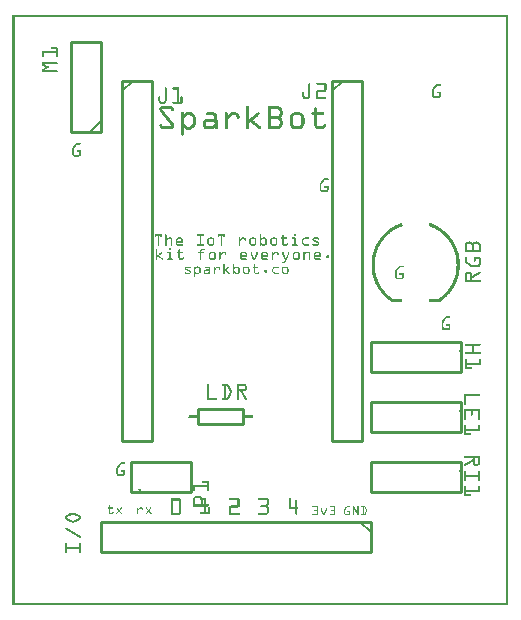
<source format=gto>
G04 MADE WITH FRITZING*
G04 WWW.FRITZING.ORG*
G04 DOUBLE SIDED*
G04 HOLES PLATED*
G04 CONTOUR ON CENTER OF CONTOUR VECTOR*
%ASAXBY*%
%FSLAX23Y23*%
%MOIN*%
%OFA0B0*%
%SFA1.0B1.0*%
%ADD10C,0.010000*%
%ADD11C,0.005000*%
%ADD12R,0.001000X0.001000*%
%LNSILK1*%
G90*
G70*
G54D10*
X619Y654D02*
X769Y654D01*
D02*
X769Y654D02*
X769Y604D01*
D02*
X769Y604D02*
X619Y604D01*
D02*
X619Y604D02*
X619Y654D01*
D02*
X366Y1749D02*
X366Y549D01*
D02*
X366Y549D02*
X466Y549D01*
D02*
X466Y549D02*
X466Y1749D01*
D02*
X466Y1749D02*
X366Y1749D01*
G54D11*
D02*
X366Y1714D02*
X401Y1749D01*
G54D10*
D02*
X1066Y1749D02*
X1066Y549D01*
D02*
X1066Y549D02*
X1166Y549D01*
D02*
X1166Y549D02*
X1166Y1749D01*
D02*
X1166Y1749D02*
X1066Y1749D01*
G54D11*
D02*
X1066Y1714D02*
X1101Y1749D01*
G54D10*
D02*
X394Y380D02*
X594Y380D01*
D02*
X594Y380D02*
X594Y480D01*
D02*
X594Y480D02*
X394Y480D01*
D02*
X394Y480D02*
X394Y380D01*
D02*
X294Y1580D02*
X294Y1880D01*
D02*
X294Y1880D02*
X194Y1880D01*
D02*
X194Y1880D02*
X194Y1580D01*
D02*
X194Y1580D02*
X294Y1580D01*
G54D11*
D02*
X294Y1615D02*
X259Y1580D01*
G54D10*
D02*
X1194Y280D02*
X294Y280D01*
D02*
X294Y280D02*
X294Y180D01*
D02*
X294Y180D02*
X1194Y180D01*
D02*
X1194Y180D02*
X1194Y280D01*
G54D11*
D02*
X1159Y280D02*
X1194Y245D01*
G54D10*
D02*
X1494Y480D02*
X1194Y480D01*
D02*
X1194Y480D02*
X1194Y380D01*
D02*
X1194Y380D02*
X1494Y380D01*
D02*
X1494Y380D02*
X1494Y480D01*
D02*
X1494Y680D02*
X1194Y680D01*
D02*
X1194Y680D02*
X1194Y580D01*
D02*
X1194Y580D02*
X1494Y580D01*
D02*
X1494Y580D02*
X1494Y680D01*
D02*
X1494Y880D02*
X1194Y880D01*
D02*
X1194Y880D02*
X1194Y780D01*
D02*
X1194Y780D02*
X1494Y780D01*
D02*
X1494Y780D02*
X1494Y880D01*
G54D12*
X0Y1969D02*
X1652Y1969D01*
X0Y1968D02*
X1652Y1968D01*
X0Y1967D02*
X1652Y1967D01*
X0Y1966D02*
X1652Y1966D01*
X0Y1965D02*
X1652Y1965D01*
X0Y1964D02*
X1652Y1964D01*
X0Y1963D02*
X1652Y1963D01*
X0Y1962D02*
X1652Y1962D01*
X0Y1961D02*
X7Y1961D01*
X1645Y1961D02*
X1652Y1961D01*
X0Y1960D02*
X7Y1960D01*
X1645Y1960D02*
X1652Y1960D01*
X0Y1959D02*
X7Y1959D01*
X1645Y1959D02*
X1652Y1959D01*
X0Y1958D02*
X7Y1958D01*
X1645Y1958D02*
X1652Y1958D01*
X0Y1957D02*
X7Y1957D01*
X1645Y1957D02*
X1652Y1957D01*
X0Y1956D02*
X7Y1956D01*
X1645Y1956D02*
X1652Y1956D01*
X0Y1955D02*
X7Y1955D01*
X1645Y1955D02*
X1652Y1955D01*
X0Y1954D02*
X7Y1954D01*
X1645Y1954D02*
X1652Y1954D01*
X0Y1953D02*
X7Y1953D01*
X1645Y1953D02*
X1652Y1953D01*
X0Y1952D02*
X7Y1952D01*
X1645Y1952D02*
X1652Y1952D01*
X0Y1951D02*
X7Y1951D01*
X1645Y1951D02*
X1652Y1951D01*
X0Y1950D02*
X7Y1950D01*
X1645Y1950D02*
X1652Y1950D01*
X0Y1949D02*
X7Y1949D01*
X1645Y1949D02*
X1652Y1949D01*
X0Y1948D02*
X7Y1948D01*
X1645Y1948D02*
X1652Y1948D01*
X0Y1947D02*
X7Y1947D01*
X1645Y1947D02*
X1652Y1947D01*
X0Y1946D02*
X7Y1946D01*
X1645Y1946D02*
X1652Y1946D01*
X0Y1945D02*
X7Y1945D01*
X1645Y1945D02*
X1652Y1945D01*
X0Y1944D02*
X7Y1944D01*
X1645Y1944D02*
X1652Y1944D01*
X0Y1943D02*
X7Y1943D01*
X1645Y1943D02*
X1652Y1943D01*
X0Y1942D02*
X7Y1942D01*
X1645Y1942D02*
X1652Y1942D01*
X0Y1941D02*
X7Y1941D01*
X1645Y1941D02*
X1652Y1941D01*
X0Y1940D02*
X7Y1940D01*
X1645Y1940D02*
X1652Y1940D01*
X0Y1939D02*
X7Y1939D01*
X1645Y1939D02*
X1652Y1939D01*
X0Y1938D02*
X7Y1938D01*
X1645Y1938D02*
X1652Y1938D01*
X0Y1937D02*
X7Y1937D01*
X1645Y1937D02*
X1652Y1937D01*
X0Y1936D02*
X7Y1936D01*
X1645Y1936D02*
X1652Y1936D01*
X0Y1935D02*
X7Y1935D01*
X1645Y1935D02*
X1652Y1935D01*
X0Y1934D02*
X7Y1934D01*
X1645Y1934D02*
X1652Y1934D01*
X0Y1933D02*
X7Y1933D01*
X1645Y1933D02*
X1652Y1933D01*
X0Y1932D02*
X7Y1932D01*
X1645Y1932D02*
X1652Y1932D01*
X0Y1931D02*
X7Y1931D01*
X1645Y1931D02*
X1652Y1931D01*
X0Y1930D02*
X7Y1930D01*
X1645Y1930D02*
X1652Y1930D01*
X0Y1929D02*
X7Y1929D01*
X1645Y1929D02*
X1652Y1929D01*
X0Y1928D02*
X7Y1928D01*
X1645Y1928D02*
X1652Y1928D01*
X0Y1927D02*
X7Y1927D01*
X1645Y1927D02*
X1652Y1927D01*
X0Y1926D02*
X7Y1926D01*
X1645Y1926D02*
X1652Y1926D01*
X0Y1925D02*
X7Y1925D01*
X1645Y1925D02*
X1652Y1925D01*
X0Y1924D02*
X7Y1924D01*
X1645Y1924D02*
X1652Y1924D01*
X0Y1923D02*
X7Y1923D01*
X1645Y1923D02*
X1652Y1923D01*
X0Y1922D02*
X7Y1922D01*
X1645Y1922D02*
X1652Y1922D01*
X0Y1921D02*
X7Y1921D01*
X1645Y1921D02*
X1652Y1921D01*
X0Y1920D02*
X7Y1920D01*
X1645Y1920D02*
X1652Y1920D01*
X0Y1919D02*
X7Y1919D01*
X1645Y1919D02*
X1652Y1919D01*
X0Y1918D02*
X7Y1918D01*
X1645Y1918D02*
X1652Y1918D01*
X0Y1917D02*
X7Y1917D01*
X1645Y1917D02*
X1652Y1917D01*
X0Y1916D02*
X7Y1916D01*
X1645Y1916D02*
X1652Y1916D01*
X0Y1915D02*
X7Y1915D01*
X1645Y1915D02*
X1652Y1915D01*
X0Y1914D02*
X7Y1914D01*
X1645Y1914D02*
X1652Y1914D01*
X0Y1913D02*
X7Y1913D01*
X1645Y1913D02*
X1652Y1913D01*
X0Y1912D02*
X7Y1912D01*
X1645Y1912D02*
X1652Y1912D01*
X0Y1911D02*
X7Y1911D01*
X1645Y1911D02*
X1652Y1911D01*
X0Y1910D02*
X7Y1910D01*
X1645Y1910D02*
X1652Y1910D01*
X0Y1909D02*
X7Y1909D01*
X1645Y1909D02*
X1652Y1909D01*
X0Y1908D02*
X7Y1908D01*
X1645Y1908D02*
X1652Y1908D01*
X0Y1907D02*
X7Y1907D01*
X1645Y1907D02*
X1652Y1907D01*
X0Y1906D02*
X7Y1906D01*
X1645Y1906D02*
X1652Y1906D01*
X0Y1905D02*
X7Y1905D01*
X1645Y1905D02*
X1652Y1905D01*
X0Y1904D02*
X7Y1904D01*
X1645Y1904D02*
X1652Y1904D01*
X0Y1903D02*
X7Y1903D01*
X1645Y1903D02*
X1652Y1903D01*
X0Y1902D02*
X7Y1902D01*
X1645Y1902D02*
X1652Y1902D01*
X0Y1901D02*
X7Y1901D01*
X1645Y1901D02*
X1652Y1901D01*
X0Y1900D02*
X7Y1900D01*
X1645Y1900D02*
X1652Y1900D01*
X0Y1899D02*
X7Y1899D01*
X1645Y1899D02*
X1652Y1899D01*
X0Y1898D02*
X7Y1898D01*
X1645Y1898D02*
X1652Y1898D01*
X0Y1897D02*
X7Y1897D01*
X1645Y1897D02*
X1652Y1897D01*
X0Y1896D02*
X7Y1896D01*
X1645Y1896D02*
X1652Y1896D01*
X0Y1895D02*
X7Y1895D01*
X1645Y1895D02*
X1652Y1895D01*
X0Y1894D02*
X7Y1894D01*
X1645Y1894D02*
X1652Y1894D01*
X0Y1893D02*
X7Y1893D01*
X1645Y1893D02*
X1652Y1893D01*
X0Y1892D02*
X7Y1892D01*
X1645Y1892D02*
X1652Y1892D01*
X0Y1891D02*
X7Y1891D01*
X1645Y1891D02*
X1652Y1891D01*
X0Y1890D02*
X7Y1890D01*
X1645Y1890D02*
X1652Y1890D01*
X0Y1889D02*
X7Y1889D01*
X1645Y1889D02*
X1652Y1889D01*
X0Y1888D02*
X7Y1888D01*
X1645Y1888D02*
X1652Y1888D01*
X0Y1887D02*
X7Y1887D01*
X1645Y1887D02*
X1652Y1887D01*
X0Y1886D02*
X7Y1886D01*
X1645Y1886D02*
X1652Y1886D01*
X0Y1885D02*
X7Y1885D01*
X1645Y1885D02*
X1652Y1885D01*
X0Y1884D02*
X7Y1884D01*
X1645Y1884D02*
X1652Y1884D01*
X0Y1883D02*
X7Y1883D01*
X1645Y1883D02*
X1652Y1883D01*
X0Y1882D02*
X7Y1882D01*
X1645Y1882D02*
X1652Y1882D01*
X0Y1881D02*
X7Y1881D01*
X1645Y1881D02*
X1652Y1881D01*
X0Y1880D02*
X7Y1880D01*
X1645Y1880D02*
X1652Y1880D01*
X0Y1879D02*
X7Y1879D01*
X1645Y1879D02*
X1652Y1879D01*
X0Y1878D02*
X7Y1878D01*
X1645Y1878D02*
X1652Y1878D01*
X0Y1877D02*
X7Y1877D01*
X1645Y1877D02*
X1652Y1877D01*
X0Y1876D02*
X7Y1876D01*
X1645Y1876D02*
X1652Y1876D01*
X0Y1875D02*
X7Y1875D01*
X1645Y1875D02*
X1652Y1875D01*
X0Y1874D02*
X7Y1874D01*
X1645Y1874D02*
X1652Y1874D01*
X0Y1873D02*
X7Y1873D01*
X1645Y1873D02*
X1652Y1873D01*
X0Y1872D02*
X7Y1872D01*
X1645Y1872D02*
X1652Y1872D01*
X0Y1871D02*
X7Y1871D01*
X1645Y1871D02*
X1652Y1871D01*
X0Y1870D02*
X7Y1870D01*
X1645Y1870D02*
X1652Y1870D01*
X0Y1869D02*
X7Y1869D01*
X1645Y1869D02*
X1652Y1869D01*
X0Y1868D02*
X7Y1868D01*
X1645Y1868D02*
X1652Y1868D01*
X0Y1867D02*
X7Y1867D01*
X1645Y1867D02*
X1652Y1867D01*
X0Y1866D02*
X7Y1866D01*
X1645Y1866D02*
X1652Y1866D01*
X0Y1865D02*
X7Y1865D01*
X1645Y1865D02*
X1652Y1865D01*
X0Y1864D02*
X7Y1864D01*
X1645Y1864D02*
X1652Y1864D01*
X0Y1863D02*
X7Y1863D01*
X1645Y1863D02*
X1652Y1863D01*
X0Y1862D02*
X7Y1862D01*
X129Y1862D02*
X148Y1862D01*
X1645Y1862D02*
X1652Y1862D01*
X0Y1861D02*
X7Y1861D01*
X127Y1861D02*
X149Y1861D01*
X1645Y1861D02*
X1652Y1861D01*
X0Y1860D02*
X7Y1860D01*
X127Y1860D02*
X150Y1860D01*
X1645Y1860D02*
X1652Y1860D01*
X0Y1859D02*
X7Y1859D01*
X126Y1859D02*
X150Y1859D01*
X1645Y1859D02*
X1652Y1859D01*
X0Y1858D02*
X7Y1858D01*
X127Y1858D02*
X150Y1858D01*
X1645Y1858D02*
X1652Y1858D01*
X0Y1857D02*
X7Y1857D01*
X127Y1857D02*
X150Y1857D01*
X1645Y1857D02*
X1652Y1857D01*
X0Y1856D02*
X7Y1856D01*
X128Y1856D02*
X150Y1856D01*
X1645Y1856D02*
X1652Y1856D01*
X0Y1855D02*
X7Y1855D01*
X144Y1855D02*
X150Y1855D01*
X1645Y1855D02*
X1652Y1855D01*
X0Y1854D02*
X7Y1854D01*
X144Y1854D02*
X150Y1854D01*
X1645Y1854D02*
X1652Y1854D01*
X0Y1853D02*
X7Y1853D01*
X144Y1853D02*
X150Y1853D01*
X1645Y1853D02*
X1652Y1853D01*
X0Y1852D02*
X7Y1852D01*
X144Y1852D02*
X150Y1852D01*
X1645Y1852D02*
X1652Y1852D01*
X0Y1851D02*
X7Y1851D01*
X144Y1851D02*
X150Y1851D01*
X1645Y1851D02*
X1652Y1851D01*
X0Y1850D02*
X7Y1850D01*
X144Y1850D02*
X150Y1850D01*
X1645Y1850D02*
X1652Y1850D01*
X0Y1849D02*
X7Y1849D01*
X144Y1849D02*
X150Y1849D01*
X1645Y1849D02*
X1652Y1849D01*
X0Y1848D02*
X7Y1848D01*
X97Y1848D02*
X150Y1848D01*
X1645Y1848D02*
X1652Y1848D01*
X0Y1847D02*
X7Y1847D01*
X97Y1847D02*
X150Y1847D01*
X1645Y1847D02*
X1652Y1847D01*
X0Y1846D02*
X7Y1846D01*
X97Y1846D02*
X150Y1846D01*
X1645Y1846D02*
X1652Y1846D01*
X0Y1845D02*
X7Y1845D01*
X97Y1845D02*
X150Y1845D01*
X1645Y1845D02*
X1652Y1845D01*
X0Y1844D02*
X7Y1844D01*
X97Y1844D02*
X150Y1844D01*
X1645Y1844D02*
X1652Y1844D01*
X0Y1843D02*
X7Y1843D01*
X97Y1843D02*
X150Y1843D01*
X1645Y1843D02*
X1652Y1843D01*
X0Y1842D02*
X7Y1842D01*
X97Y1842D02*
X150Y1842D01*
X1645Y1842D02*
X1652Y1842D01*
X0Y1841D02*
X7Y1841D01*
X97Y1841D02*
X103Y1841D01*
X144Y1841D02*
X150Y1841D01*
X1645Y1841D02*
X1652Y1841D01*
X0Y1840D02*
X7Y1840D01*
X97Y1840D02*
X103Y1840D01*
X144Y1840D02*
X150Y1840D01*
X1645Y1840D02*
X1652Y1840D01*
X0Y1839D02*
X7Y1839D01*
X97Y1839D02*
X103Y1839D01*
X144Y1839D02*
X150Y1839D01*
X1645Y1839D02*
X1652Y1839D01*
X0Y1838D02*
X7Y1838D01*
X97Y1838D02*
X103Y1838D01*
X144Y1838D02*
X150Y1838D01*
X1645Y1838D02*
X1652Y1838D01*
X0Y1837D02*
X7Y1837D01*
X97Y1837D02*
X103Y1837D01*
X144Y1837D02*
X150Y1837D01*
X1645Y1837D02*
X1652Y1837D01*
X0Y1836D02*
X7Y1836D01*
X97Y1836D02*
X103Y1836D01*
X144Y1836D02*
X150Y1836D01*
X1645Y1836D02*
X1652Y1836D01*
X0Y1835D02*
X7Y1835D01*
X97Y1835D02*
X103Y1835D01*
X144Y1835D02*
X150Y1835D01*
X1645Y1835D02*
X1652Y1835D01*
X0Y1834D02*
X7Y1834D01*
X97Y1834D02*
X103Y1834D01*
X144Y1834D02*
X150Y1834D01*
X1645Y1834D02*
X1652Y1834D01*
X0Y1833D02*
X7Y1833D01*
X97Y1833D02*
X103Y1833D01*
X144Y1833D02*
X150Y1833D01*
X1645Y1833D02*
X1652Y1833D01*
X0Y1832D02*
X7Y1832D01*
X97Y1832D02*
X103Y1832D01*
X144Y1832D02*
X150Y1832D01*
X1645Y1832D02*
X1652Y1832D01*
X0Y1831D02*
X7Y1831D01*
X97Y1831D02*
X103Y1831D01*
X144Y1831D02*
X150Y1831D01*
X1645Y1831D02*
X1652Y1831D01*
X0Y1830D02*
X7Y1830D01*
X97Y1830D02*
X103Y1830D01*
X144Y1830D02*
X150Y1830D01*
X1645Y1830D02*
X1652Y1830D01*
X0Y1829D02*
X7Y1829D01*
X98Y1829D02*
X102Y1829D01*
X145Y1829D02*
X149Y1829D01*
X1645Y1829D02*
X1652Y1829D01*
X0Y1828D02*
X7Y1828D01*
X99Y1828D02*
X101Y1828D01*
X146Y1828D02*
X148Y1828D01*
X1645Y1828D02*
X1652Y1828D01*
X0Y1827D02*
X7Y1827D01*
X1645Y1827D02*
X1652Y1827D01*
X0Y1826D02*
X7Y1826D01*
X1645Y1826D02*
X1652Y1826D01*
X0Y1825D02*
X7Y1825D01*
X1645Y1825D02*
X1652Y1825D01*
X0Y1824D02*
X7Y1824D01*
X1645Y1824D02*
X1652Y1824D01*
X0Y1823D02*
X7Y1823D01*
X1645Y1823D02*
X1652Y1823D01*
X0Y1822D02*
X7Y1822D01*
X1645Y1822D02*
X1652Y1822D01*
X0Y1821D02*
X7Y1821D01*
X1645Y1821D02*
X1652Y1821D01*
X0Y1820D02*
X7Y1820D01*
X1645Y1820D02*
X1652Y1820D01*
X0Y1819D02*
X7Y1819D01*
X1645Y1819D02*
X1652Y1819D01*
X0Y1818D02*
X7Y1818D01*
X1645Y1818D02*
X1652Y1818D01*
X0Y1817D02*
X7Y1817D01*
X1645Y1817D02*
X1652Y1817D01*
X0Y1816D02*
X7Y1816D01*
X1645Y1816D02*
X1652Y1816D01*
X0Y1815D02*
X7Y1815D01*
X1645Y1815D02*
X1652Y1815D01*
X0Y1814D02*
X7Y1814D01*
X1645Y1814D02*
X1652Y1814D01*
X0Y1813D02*
X7Y1813D01*
X1645Y1813D02*
X1652Y1813D01*
X0Y1812D02*
X7Y1812D01*
X1645Y1812D02*
X1652Y1812D01*
X0Y1811D02*
X7Y1811D01*
X97Y1811D02*
X149Y1811D01*
X1645Y1811D02*
X1652Y1811D01*
X0Y1810D02*
X7Y1810D01*
X97Y1810D02*
X150Y1810D01*
X1645Y1810D02*
X1652Y1810D01*
X0Y1809D02*
X7Y1809D01*
X97Y1809D02*
X150Y1809D01*
X1645Y1809D02*
X1652Y1809D01*
X0Y1808D02*
X7Y1808D01*
X97Y1808D02*
X150Y1808D01*
X1645Y1808D02*
X1652Y1808D01*
X0Y1807D02*
X7Y1807D01*
X97Y1807D02*
X150Y1807D01*
X1645Y1807D02*
X1652Y1807D01*
X0Y1806D02*
X7Y1806D01*
X97Y1806D02*
X149Y1806D01*
X1645Y1806D02*
X1652Y1806D01*
X0Y1805D02*
X7Y1805D01*
X97Y1805D02*
X147Y1805D01*
X1645Y1805D02*
X1652Y1805D01*
X0Y1804D02*
X7Y1804D01*
X97Y1804D02*
X107Y1804D01*
X1645Y1804D02*
X1652Y1804D01*
X0Y1803D02*
X7Y1803D01*
X97Y1803D02*
X108Y1803D01*
X1645Y1803D02*
X1652Y1803D01*
X0Y1802D02*
X7Y1802D01*
X99Y1802D02*
X110Y1802D01*
X1645Y1802D02*
X1652Y1802D01*
X0Y1801D02*
X7Y1801D01*
X100Y1801D02*
X111Y1801D01*
X1645Y1801D02*
X1652Y1801D01*
X0Y1800D02*
X7Y1800D01*
X102Y1800D02*
X113Y1800D01*
X1645Y1800D02*
X1652Y1800D01*
X0Y1799D02*
X7Y1799D01*
X103Y1799D02*
X114Y1799D01*
X1645Y1799D02*
X1652Y1799D01*
X0Y1798D02*
X7Y1798D01*
X104Y1798D02*
X118Y1798D01*
X1645Y1798D02*
X1652Y1798D01*
X0Y1797D02*
X7Y1797D01*
X106Y1797D02*
X120Y1797D01*
X1645Y1797D02*
X1652Y1797D01*
X0Y1796D02*
X7Y1796D01*
X107Y1796D02*
X120Y1796D01*
X1645Y1796D02*
X1652Y1796D01*
X0Y1795D02*
X7Y1795D01*
X109Y1795D02*
X121Y1795D01*
X1645Y1795D02*
X1652Y1795D01*
X0Y1794D02*
X7Y1794D01*
X108Y1794D02*
X121Y1794D01*
X1645Y1794D02*
X1652Y1794D01*
X0Y1793D02*
X7Y1793D01*
X107Y1793D02*
X120Y1793D01*
X1645Y1793D02*
X1652Y1793D01*
X0Y1792D02*
X7Y1792D01*
X105Y1792D02*
X119Y1792D01*
X1645Y1792D02*
X1652Y1792D01*
X0Y1791D02*
X7Y1791D01*
X104Y1791D02*
X115Y1791D01*
X1645Y1791D02*
X1652Y1791D01*
X0Y1790D02*
X7Y1790D01*
X102Y1790D02*
X114Y1790D01*
X1645Y1790D02*
X1652Y1790D01*
X0Y1789D02*
X7Y1789D01*
X101Y1789D02*
X112Y1789D01*
X1645Y1789D02*
X1652Y1789D01*
X0Y1788D02*
X7Y1788D01*
X100Y1788D02*
X111Y1788D01*
X1645Y1788D02*
X1652Y1788D01*
X0Y1787D02*
X7Y1787D01*
X98Y1787D02*
X109Y1787D01*
X1645Y1787D02*
X1652Y1787D01*
X0Y1786D02*
X7Y1786D01*
X97Y1786D02*
X108Y1786D01*
X1645Y1786D02*
X1652Y1786D01*
X0Y1785D02*
X7Y1785D01*
X97Y1785D02*
X107Y1785D01*
X1645Y1785D02*
X1652Y1785D01*
X0Y1784D02*
X7Y1784D01*
X97Y1784D02*
X148Y1784D01*
X1645Y1784D02*
X1652Y1784D01*
X0Y1783D02*
X7Y1783D01*
X97Y1783D02*
X149Y1783D01*
X1645Y1783D02*
X1652Y1783D01*
X0Y1782D02*
X7Y1782D01*
X97Y1782D02*
X150Y1782D01*
X1645Y1782D02*
X1652Y1782D01*
X0Y1781D02*
X7Y1781D01*
X97Y1781D02*
X150Y1781D01*
X1645Y1781D02*
X1652Y1781D01*
X0Y1780D02*
X7Y1780D01*
X97Y1780D02*
X150Y1780D01*
X1645Y1780D02*
X1652Y1780D01*
X0Y1779D02*
X7Y1779D01*
X97Y1779D02*
X149Y1779D01*
X1645Y1779D02*
X1652Y1779D01*
X0Y1778D02*
X7Y1778D01*
X97Y1778D02*
X148Y1778D01*
X1645Y1778D02*
X1652Y1778D01*
X0Y1777D02*
X7Y1777D01*
X1645Y1777D02*
X1652Y1777D01*
X0Y1776D02*
X7Y1776D01*
X1645Y1776D02*
X1652Y1776D01*
X0Y1775D02*
X7Y1775D01*
X1645Y1775D02*
X1652Y1775D01*
X0Y1774D02*
X7Y1774D01*
X1645Y1774D02*
X1652Y1774D01*
X0Y1773D02*
X7Y1773D01*
X1645Y1773D02*
X1652Y1773D01*
X0Y1772D02*
X7Y1772D01*
X1645Y1772D02*
X1652Y1772D01*
X0Y1771D02*
X7Y1771D01*
X1645Y1771D02*
X1652Y1771D01*
X0Y1770D02*
X7Y1770D01*
X1645Y1770D02*
X1652Y1770D01*
X0Y1769D02*
X7Y1769D01*
X1645Y1769D02*
X1652Y1769D01*
X0Y1768D02*
X7Y1768D01*
X1645Y1768D02*
X1652Y1768D01*
X0Y1767D02*
X7Y1767D01*
X1645Y1767D02*
X1652Y1767D01*
X0Y1766D02*
X7Y1766D01*
X1645Y1766D02*
X1652Y1766D01*
X0Y1765D02*
X7Y1765D01*
X1645Y1765D02*
X1652Y1765D01*
X0Y1764D02*
X7Y1764D01*
X1645Y1764D02*
X1652Y1764D01*
X0Y1763D02*
X7Y1763D01*
X1645Y1763D02*
X1652Y1763D01*
X0Y1762D02*
X7Y1762D01*
X1645Y1762D02*
X1652Y1762D01*
X0Y1761D02*
X7Y1761D01*
X1645Y1761D02*
X1652Y1761D01*
X0Y1760D02*
X7Y1760D01*
X1645Y1760D02*
X1652Y1760D01*
X0Y1759D02*
X7Y1759D01*
X1645Y1759D02*
X1652Y1759D01*
X0Y1758D02*
X7Y1758D01*
X1645Y1758D02*
X1652Y1758D01*
X0Y1757D02*
X7Y1757D01*
X1645Y1757D02*
X1652Y1757D01*
X0Y1756D02*
X7Y1756D01*
X1645Y1756D02*
X1652Y1756D01*
X0Y1755D02*
X7Y1755D01*
X1645Y1755D02*
X1652Y1755D01*
X0Y1754D02*
X7Y1754D01*
X1645Y1754D02*
X1652Y1754D01*
X0Y1753D02*
X7Y1753D01*
X1645Y1753D02*
X1652Y1753D01*
X0Y1752D02*
X7Y1752D01*
X1645Y1752D02*
X1652Y1752D01*
X0Y1751D02*
X7Y1751D01*
X1645Y1751D02*
X1652Y1751D01*
X0Y1750D02*
X7Y1750D01*
X1645Y1750D02*
X1652Y1750D01*
X0Y1749D02*
X7Y1749D01*
X1645Y1749D02*
X1652Y1749D01*
X0Y1748D02*
X7Y1748D01*
X1645Y1748D02*
X1652Y1748D01*
X0Y1747D02*
X7Y1747D01*
X1645Y1747D02*
X1652Y1747D01*
X0Y1746D02*
X7Y1746D01*
X1645Y1746D02*
X1652Y1746D01*
X0Y1745D02*
X7Y1745D01*
X1645Y1745D02*
X1652Y1745D01*
X0Y1744D02*
X7Y1744D01*
X1645Y1744D02*
X1652Y1744D01*
X0Y1743D02*
X7Y1743D01*
X989Y1743D02*
X990Y1743D01*
X1015Y1743D02*
X1040Y1743D01*
X1645Y1743D02*
X1652Y1743D01*
X0Y1742D02*
X7Y1742D01*
X987Y1742D02*
X991Y1742D01*
X1013Y1742D02*
X1043Y1742D01*
X1645Y1742D02*
X1652Y1742D01*
X0Y1741D02*
X7Y1741D01*
X987Y1741D02*
X992Y1741D01*
X1013Y1741D02*
X1044Y1741D01*
X1645Y1741D02*
X1652Y1741D01*
X0Y1740D02*
X7Y1740D01*
X986Y1740D02*
X992Y1740D01*
X1012Y1740D02*
X1045Y1740D01*
X1645Y1740D02*
X1652Y1740D01*
X0Y1739D02*
X7Y1739D01*
X986Y1739D02*
X992Y1739D01*
X1012Y1739D02*
X1045Y1739D01*
X1645Y1739D02*
X1652Y1739D01*
X0Y1738D02*
X7Y1738D01*
X986Y1738D02*
X992Y1738D01*
X1013Y1738D02*
X1046Y1738D01*
X1413Y1738D02*
X1426Y1738D01*
X1645Y1738D02*
X1652Y1738D01*
X0Y1737D02*
X7Y1737D01*
X986Y1737D02*
X992Y1737D01*
X1014Y1737D02*
X1046Y1737D01*
X1411Y1737D02*
X1427Y1737D01*
X1645Y1737D02*
X1652Y1737D01*
X0Y1736D02*
X7Y1736D01*
X986Y1736D02*
X992Y1736D01*
X1040Y1736D02*
X1046Y1736D01*
X1410Y1736D02*
X1427Y1736D01*
X1645Y1736D02*
X1652Y1736D01*
X0Y1735D02*
X7Y1735D01*
X986Y1735D02*
X992Y1735D01*
X1040Y1735D02*
X1046Y1735D01*
X1409Y1735D02*
X1427Y1735D01*
X1645Y1735D02*
X1652Y1735D01*
X0Y1734D02*
X7Y1734D01*
X986Y1734D02*
X992Y1734D01*
X1040Y1734D02*
X1046Y1734D01*
X1409Y1734D02*
X1427Y1734D01*
X1645Y1734D02*
X1652Y1734D01*
X0Y1733D02*
X7Y1733D01*
X986Y1733D02*
X992Y1733D01*
X1040Y1733D02*
X1046Y1733D01*
X1408Y1733D02*
X1425Y1733D01*
X1645Y1733D02*
X1652Y1733D01*
X0Y1732D02*
X7Y1732D01*
X986Y1732D02*
X992Y1732D01*
X1040Y1732D02*
X1046Y1732D01*
X1407Y1732D02*
X1414Y1732D01*
X1645Y1732D02*
X1652Y1732D01*
X0Y1731D02*
X7Y1731D01*
X986Y1731D02*
X992Y1731D01*
X1040Y1731D02*
X1046Y1731D01*
X1406Y1731D02*
X1413Y1731D01*
X1645Y1731D02*
X1652Y1731D01*
X0Y1730D02*
X7Y1730D01*
X986Y1730D02*
X992Y1730D01*
X1040Y1730D02*
X1046Y1730D01*
X1405Y1730D02*
X1412Y1730D01*
X1645Y1730D02*
X1652Y1730D01*
X0Y1729D02*
X7Y1729D01*
X986Y1729D02*
X992Y1729D01*
X1040Y1729D02*
X1046Y1729D01*
X1405Y1729D02*
X1411Y1729D01*
X1645Y1729D02*
X1652Y1729D01*
X0Y1728D02*
X7Y1728D01*
X986Y1728D02*
X992Y1728D01*
X1040Y1728D02*
X1046Y1728D01*
X1404Y1728D02*
X1410Y1728D01*
X1645Y1728D02*
X1652Y1728D01*
X0Y1727D02*
X7Y1727D01*
X508Y1727D02*
X511Y1727D01*
X534Y1727D02*
X553Y1727D01*
X986Y1727D02*
X992Y1727D01*
X1040Y1727D02*
X1046Y1727D01*
X1403Y1727D02*
X1410Y1727D01*
X1645Y1727D02*
X1652Y1727D01*
X0Y1726D02*
X7Y1726D01*
X507Y1726D02*
X512Y1726D01*
X533Y1726D02*
X553Y1726D01*
X986Y1726D02*
X992Y1726D01*
X1040Y1726D02*
X1046Y1726D01*
X1402Y1726D02*
X1409Y1726D01*
X1645Y1726D02*
X1652Y1726D01*
X0Y1725D02*
X7Y1725D01*
X507Y1725D02*
X513Y1725D01*
X533Y1725D02*
X553Y1725D01*
X986Y1725D02*
X992Y1725D01*
X1040Y1725D02*
X1046Y1725D01*
X1402Y1725D02*
X1408Y1725D01*
X1645Y1725D02*
X1652Y1725D01*
X0Y1724D02*
X7Y1724D01*
X507Y1724D02*
X513Y1724D01*
X533Y1724D02*
X553Y1724D01*
X986Y1724D02*
X992Y1724D01*
X1040Y1724D02*
X1046Y1724D01*
X1401Y1724D02*
X1407Y1724D01*
X1645Y1724D02*
X1652Y1724D01*
X0Y1723D02*
X7Y1723D01*
X507Y1723D02*
X513Y1723D01*
X533Y1723D02*
X553Y1723D01*
X986Y1723D02*
X992Y1723D01*
X1040Y1723D02*
X1046Y1723D01*
X1400Y1723D02*
X1407Y1723D01*
X1645Y1723D02*
X1652Y1723D01*
X0Y1722D02*
X7Y1722D01*
X507Y1722D02*
X513Y1722D01*
X534Y1722D02*
X553Y1722D01*
X986Y1722D02*
X992Y1722D01*
X1040Y1722D02*
X1046Y1722D01*
X1400Y1722D02*
X1406Y1722D01*
X1645Y1722D02*
X1652Y1722D01*
X0Y1721D02*
X7Y1721D01*
X507Y1721D02*
X513Y1721D01*
X535Y1721D02*
X553Y1721D01*
X986Y1721D02*
X992Y1721D01*
X1040Y1721D02*
X1046Y1721D01*
X1400Y1721D02*
X1405Y1721D01*
X1645Y1721D02*
X1652Y1721D01*
X0Y1720D02*
X7Y1720D01*
X507Y1720D02*
X513Y1720D01*
X547Y1720D02*
X553Y1720D01*
X986Y1720D02*
X992Y1720D01*
X1040Y1720D02*
X1046Y1720D01*
X1399Y1720D02*
X1405Y1720D01*
X1645Y1720D02*
X1652Y1720D01*
X0Y1719D02*
X7Y1719D01*
X507Y1719D02*
X513Y1719D01*
X547Y1719D02*
X553Y1719D01*
X986Y1719D02*
X992Y1719D01*
X1017Y1719D02*
X1046Y1719D01*
X1399Y1719D02*
X1404Y1719D01*
X1645Y1719D02*
X1652Y1719D01*
X0Y1718D02*
X7Y1718D01*
X507Y1718D02*
X513Y1718D01*
X547Y1718D02*
X553Y1718D01*
X986Y1718D02*
X992Y1718D01*
X1015Y1718D02*
X1046Y1718D01*
X1399Y1718D02*
X1404Y1718D01*
X1645Y1718D02*
X1652Y1718D01*
X0Y1717D02*
X7Y1717D01*
X507Y1717D02*
X513Y1717D01*
X547Y1717D02*
X553Y1717D01*
X986Y1717D02*
X992Y1717D01*
X1014Y1717D02*
X1045Y1717D01*
X1399Y1717D02*
X1404Y1717D01*
X1645Y1717D02*
X1652Y1717D01*
X0Y1716D02*
X7Y1716D01*
X507Y1716D02*
X513Y1716D01*
X547Y1716D02*
X553Y1716D01*
X986Y1716D02*
X992Y1716D01*
X1013Y1716D02*
X1045Y1716D01*
X1399Y1716D02*
X1404Y1716D01*
X1645Y1716D02*
X1652Y1716D01*
X0Y1715D02*
X7Y1715D01*
X507Y1715D02*
X513Y1715D01*
X547Y1715D02*
X553Y1715D01*
X986Y1715D02*
X992Y1715D01*
X1013Y1715D02*
X1044Y1715D01*
X1399Y1715D02*
X1404Y1715D01*
X1645Y1715D02*
X1652Y1715D01*
X0Y1714D02*
X7Y1714D01*
X507Y1714D02*
X513Y1714D01*
X547Y1714D02*
X553Y1714D01*
X986Y1714D02*
X992Y1714D01*
X1012Y1714D02*
X1043Y1714D01*
X1399Y1714D02*
X1404Y1714D01*
X1645Y1714D02*
X1652Y1714D01*
X0Y1713D02*
X7Y1713D01*
X507Y1713D02*
X513Y1713D01*
X547Y1713D02*
X553Y1713D01*
X967Y1713D02*
X970Y1713D01*
X986Y1713D02*
X992Y1713D01*
X1012Y1713D02*
X1041Y1713D01*
X1399Y1713D02*
X1404Y1713D01*
X1415Y1713D02*
X1427Y1713D01*
X1645Y1713D02*
X1652Y1713D01*
X0Y1712D02*
X7Y1712D01*
X507Y1712D02*
X513Y1712D01*
X547Y1712D02*
X553Y1712D01*
X966Y1712D02*
X971Y1712D01*
X986Y1712D02*
X992Y1712D01*
X1012Y1712D02*
X1018Y1712D01*
X1399Y1712D02*
X1404Y1712D01*
X1414Y1712D02*
X1427Y1712D01*
X1645Y1712D02*
X1652Y1712D01*
X0Y1711D02*
X7Y1711D01*
X507Y1711D02*
X513Y1711D01*
X547Y1711D02*
X553Y1711D01*
X966Y1711D02*
X971Y1711D01*
X986Y1711D02*
X992Y1711D01*
X1012Y1711D02*
X1018Y1711D01*
X1399Y1711D02*
X1404Y1711D01*
X1414Y1711D02*
X1427Y1711D01*
X1645Y1711D02*
X1652Y1711D01*
X0Y1710D02*
X7Y1710D01*
X507Y1710D02*
X513Y1710D01*
X547Y1710D02*
X553Y1710D01*
X966Y1710D02*
X972Y1710D01*
X986Y1710D02*
X992Y1710D01*
X1012Y1710D02*
X1018Y1710D01*
X1399Y1710D02*
X1404Y1710D01*
X1414Y1710D02*
X1427Y1710D01*
X1645Y1710D02*
X1652Y1710D01*
X0Y1709D02*
X7Y1709D01*
X507Y1709D02*
X513Y1709D01*
X547Y1709D02*
X553Y1709D01*
X966Y1709D02*
X972Y1709D01*
X986Y1709D02*
X992Y1709D01*
X1012Y1709D02*
X1018Y1709D01*
X1399Y1709D02*
X1404Y1709D01*
X1414Y1709D02*
X1427Y1709D01*
X1645Y1709D02*
X1652Y1709D01*
X0Y1708D02*
X7Y1708D01*
X507Y1708D02*
X513Y1708D01*
X547Y1708D02*
X553Y1708D01*
X966Y1708D02*
X972Y1708D01*
X986Y1708D02*
X992Y1708D01*
X1012Y1708D02*
X1018Y1708D01*
X1399Y1708D02*
X1404Y1708D01*
X1415Y1708D02*
X1427Y1708D01*
X1645Y1708D02*
X1652Y1708D01*
X0Y1707D02*
X7Y1707D01*
X507Y1707D02*
X513Y1707D01*
X547Y1707D02*
X553Y1707D01*
X966Y1707D02*
X972Y1707D01*
X986Y1707D02*
X992Y1707D01*
X1012Y1707D02*
X1018Y1707D01*
X1399Y1707D02*
X1404Y1707D01*
X1422Y1707D02*
X1427Y1707D01*
X1645Y1707D02*
X1652Y1707D01*
X0Y1706D02*
X7Y1706D01*
X507Y1706D02*
X513Y1706D01*
X547Y1706D02*
X553Y1706D01*
X966Y1706D02*
X972Y1706D01*
X986Y1706D02*
X992Y1706D01*
X1012Y1706D02*
X1018Y1706D01*
X1399Y1706D02*
X1404Y1706D01*
X1422Y1706D02*
X1427Y1706D01*
X1645Y1706D02*
X1652Y1706D01*
X0Y1705D02*
X7Y1705D01*
X507Y1705D02*
X513Y1705D01*
X547Y1705D02*
X553Y1705D01*
X966Y1705D02*
X972Y1705D01*
X986Y1705D02*
X992Y1705D01*
X1012Y1705D02*
X1018Y1705D01*
X1399Y1705D02*
X1404Y1705D01*
X1422Y1705D02*
X1427Y1705D01*
X1645Y1705D02*
X1652Y1705D01*
X0Y1704D02*
X7Y1704D01*
X507Y1704D02*
X513Y1704D01*
X547Y1704D02*
X553Y1704D01*
X966Y1704D02*
X972Y1704D01*
X986Y1704D02*
X992Y1704D01*
X1012Y1704D02*
X1018Y1704D01*
X1399Y1704D02*
X1404Y1704D01*
X1422Y1704D02*
X1427Y1704D01*
X1645Y1704D02*
X1652Y1704D01*
X0Y1703D02*
X7Y1703D01*
X507Y1703D02*
X513Y1703D01*
X547Y1703D02*
X553Y1703D01*
X966Y1703D02*
X972Y1703D01*
X986Y1703D02*
X992Y1703D01*
X1012Y1703D02*
X1018Y1703D01*
X1399Y1703D02*
X1404Y1703D01*
X1422Y1703D02*
X1427Y1703D01*
X1645Y1703D02*
X1652Y1703D01*
X0Y1702D02*
X7Y1702D01*
X507Y1702D02*
X513Y1702D01*
X547Y1702D02*
X553Y1702D01*
X966Y1702D02*
X972Y1702D01*
X986Y1702D02*
X992Y1702D01*
X1012Y1702D02*
X1018Y1702D01*
X1399Y1702D02*
X1404Y1702D01*
X1422Y1702D02*
X1427Y1702D01*
X1645Y1702D02*
X1652Y1702D01*
X0Y1701D02*
X7Y1701D01*
X507Y1701D02*
X513Y1701D01*
X547Y1701D02*
X553Y1701D01*
X966Y1701D02*
X972Y1701D01*
X986Y1701D02*
X992Y1701D01*
X1012Y1701D02*
X1018Y1701D01*
X1399Y1701D02*
X1404Y1701D01*
X1422Y1701D02*
X1427Y1701D01*
X1645Y1701D02*
X1652Y1701D01*
X0Y1700D02*
X7Y1700D01*
X507Y1700D02*
X513Y1700D01*
X547Y1700D02*
X553Y1700D01*
X966Y1700D02*
X972Y1700D01*
X986Y1700D02*
X992Y1700D01*
X1012Y1700D02*
X1018Y1700D01*
X1399Y1700D02*
X1405Y1700D01*
X1422Y1700D02*
X1427Y1700D01*
X1645Y1700D02*
X1652Y1700D01*
X0Y1699D02*
X7Y1699D01*
X507Y1699D02*
X513Y1699D01*
X547Y1699D02*
X553Y1699D01*
X966Y1699D02*
X972Y1699D01*
X986Y1699D02*
X992Y1699D01*
X1012Y1699D02*
X1018Y1699D01*
X1399Y1699D02*
X1406Y1699D01*
X1421Y1699D02*
X1427Y1699D01*
X1645Y1699D02*
X1652Y1699D01*
X0Y1698D02*
X7Y1698D01*
X489Y1698D02*
X490Y1698D01*
X507Y1698D02*
X513Y1698D01*
X547Y1698D02*
X553Y1698D01*
X563Y1698D02*
X564Y1698D01*
X966Y1698D02*
X972Y1698D01*
X986Y1698D02*
X992Y1698D01*
X1012Y1698D02*
X1018Y1698D01*
X1400Y1698D02*
X1427Y1698D01*
X1645Y1698D02*
X1652Y1698D01*
X0Y1697D02*
X7Y1697D01*
X487Y1697D02*
X491Y1697D01*
X507Y1697D02*
X513Y1697D01*
X547Y1697D02*
X553Y1697D01*
X561Y1697D02*
X565Y1697D01*
X966Y1697D02*
X973Y1697D01*
X985Y1697D02*
X992Y1697D01*
X1012Y1697D02*
X1018Y1697D01*
X1400Y1697D02*
X1426Y1697D01*
X1645Y1697D02*
X1652Y1697D01*
X0Y1696D02*
X7Y1696D01*
X486Y1696D02*
X492Y1696D01*
X507Y1696D02*
X513Y1696D01*
X547Y1696D02*
X553Y1696D01*
X561Y1696D02*
X566Y1696D01*
X966Y1696D02*
X992Y1696D01*
X1012Y1696D02*
X1043Y1696D01*
X1401Y1696D02*
X1425Y1696D01*
X1645Y1696D02*
X1652Y1696D01*
X0Y1695D02*
X7Y1695D01*
X486Y1695D02*
X492Y1695D01*
X507Y1695D02*
X513Y1695D01*
X547Y1695D02*
X553Y1695D01*
X560Y1695D02*
X566Y1695D01*
X967Y1695D02*
X991Y1695D01*
X1012Y1695D02*
X1045Y1695D01*
X1402Y1695D02*
X1424Y1695D01*
X1645Y1695D02*
X1652Y1695D01*
X0Y1694D02*
X7Y1694D01*
X486Y1694D02*
X492Y1694D01*
X507Y1694D02*
X513Y1694D01*
X547Y1694D02*
X553Y1694D01*
X560Y1694D02*
X566Y1694D01*
X967Y1694D02*
X991Y1694D01*
X1012Y1694D02*
X1045Y1694D01*
X1403Y1694D02*
X1423Y1694D01*
X1645Y1694D02*
X1652Y1694D01*
X0Y1693D02*
X7Y1693D01*
X486Y1693D02*
X492Y1693D01*
X507Y1693D02*
X513Y1693D01*
X547Y1693D02*
X553Y1693D01*
X560Y1693D02*
X566Y1693D01*
X968Y1693D02*
X990Y1693D01*
X1012Y1693D02*
X1046Y1693D01*
X1406Y1693D02*
X1421Y1693D01*
X1645Y1693D02*
X1652Y1693D01*
X0Y1692D02*
X7Y1692D01*
X486Y1692D02*
X492Y1692D01*
X507Y1692D02*
X513Y1692D01*
X547Y1692D02*
X553Y1692D01*
X560Y1692D02*
X566Y1692D01*
X969Y1692D02*
X989Y1692D01*
X1012Y1692D02*
X1046Y1692D01*
X1645Y1692D02*
X1652Y1692D01*
X0Y1691D02*
X7Y1691D01*
X486Y1691D02*
X492Y1691D01*
X507Y1691D02*
X513Y1691D01*
X547Y1691D02*
X553Y1691D01*
X560Y1691D02*
X566Y1691D01*
X970Y1691D02*
X988Y1691D01*
X1012Y1691D02*
X1045Y1691D01*
X1645Y1691D02*
X1652Y1691D01*
X0Y1690D02*
X7Y1690D01*
X486Y1690D02*
X492Y1690D01*
X507Y1690D02*
X513Y1690D01*
X547Y1690D02*
X553Y1690D01*
X560Y1690D02*
X566Y1690D01*
X972Y1690D02*
X986Y1690D01*
X1012Y1690D02*
X1045Y1690D01*
X1645Y1690D02*
X1652Y1690D01*
X0Y1689D02*
X7Y1689D01*
X486Y1689D02*
X492Y1689D01*
X507Y1689D02*
X513Y1689D01*
X547Y1689D02*
X553Y1689D01*
X560Y1689D02*
X566Y1689D01*
X1645Y1689D02*
X1652Y1689D01*
X0Y1688D02*
X7Y1688D01*
X486Y1688D02*
X492Y1688D01*
X507Y1688D02*
X513Y1688D01*
X547Y1688D02*
X553Y1688D01*
X560Y1688D02*
X566Y1688D01*
X1645Y1688D02*
X1652Y1688D01*
X0Y1687D02*
X7Y1687D01*
X486Y1687D02*
X492Y1687D01*
X507Y1687D02*
X513Y1687D01*
X547Y1687D02*
X553Y1687D01*
X560Y1687D02*
X566Y1687D01*
X1645Y1687D02*
X1652Y1687D01*
X0Y1686D02*
X7Y1686D01*
X486Y1686D02*
X492Y1686D01*
X507Y1686D02*
X513Y1686D01*
X547Y1686D02*
X553Y1686D01*
X560Y1686D02*
X566Y1686D01*
X1645Y1686D02*
X1652Y1686D01*
X0Y1685D02*
X7Y1685D01*
X486Y1685D02*
X492Y1685D01*
X507Y1685D02*
X513Y1685D01*
X547Y1685D02*
X553Y1685D01*
X560Y1685D02*
X566Y1685D01*
X1645Y1685D02*
X1652Y1685D01*
X0Y1684D02*
X7Y1684D01*
X486Y1684D02*
X492Y1684D01*
X507Y1684D02*
X513Y1684D01*
X547Y1684D02*
X553Y1684D01*
X560Y1684D02*
X566Y1684D01*
X1645Y1684D02*
X1652Y1684D01*
X0Y1683D02*
X7Y1683D01*
X486Y1683D02*
X492Y1683D01*
X507Y1683D02*
X513Y1683D01*
X547Y1683D02*
X553Y1683D01*
X560Y1683D02*
X566Y1683D01*
X1645Y1683D02*
X1652Y1683D01*
X0Y1682D02*
X7Y1682D01*
X486Y1682D02*
X493Y1682D01*
X506Y1682D02*
X513Y1682D01*
X547Y1682D02*
X553Y1682D01*
X560Y1682D02*
X566Y1682D01*
X1645Y1682D02*
X1652Y1682D01*
X0Y1681D02*
X7Y1681D01*
X487Y1681D02*
X494Y1681D01*
X505Y1681D02*
X512Y1681D01*
X547Y1681D02*
X553Y1681D01*
X560Y1681D02*
X566Y1681D01*
X1645Y1681D02*
X1652Y1681D01*
X0Y1680D02*
X7Y1680D01*
X487Y1680D02*
X512Y1680D01*
X535Y1680D02*
X566Y1680D01*
X1645Y1680D02*
X1652Y1680D01*
X0Y1679D02*
X7Y1679D01*
X487Y1679D02*
X511Y1679D01*
X534Y1679D02*
X566Y1679D01*
X1645Y1679D02*
X1652Y1679D01*
X0Y1678D02*
X7Y1678D01*
X488Y1678D02*
X511Y1678D01*
X533Y1678D02*
X566Y1678D01*
X1645Y1678D02*
X1652Y1678D01*
X0Y1677D02*
X7Y1677D01*
X489Y1677D02*
X510Y1677D01*
X533Y1677D02*
X566Y1677D01*
X1645Y1677D02*
X1652Y1677D01*
X0Y1676D02*
X7Y1676D01*
X490Y1676D02*
X509Y1676D01*
X533Y1676D02*
X566Y1676D01*
X1645Y1676D02*
X1652Y1676D01*
X0Y1675D02*
X7Y1675D01*
X491Y1675D02*
X508Y1675D01*
X534Y1675D02*
X566Y1675D01*
X1645Y1675D02*
X1652Y1675D01*
X0Y1674D02*
X7Y1674D01*
X493Y1674D02*
X506Y1674D01*
X535Y1674D02*
X565Y1674D01*
X1645Y1674D02*
X1652Y1674D01*
X0Y1673D02*
X7Y1673D01*
X1645Y1673D02*
X1652Y1673D01*
X0Y1672D02*
X7Y1672D01*
X1645Y1672D02*
X1652Y1672D01*
X0Y1671D02*
X7Y1671D01*
X1645Y1671D02*
X1652Y1671D01*
X0Y1670D02*
X7Y1670D01*
X1645Y1670D02*
X1652Y1670D01*
X0Y1669D02*
X7Y1669D01*
X1645Y1669D02*
X1652Y1669D01*
X0Y1668D02*
X7Y1668D01*
X1645Y1668D02*
X1652Y1668D01*
X0Y1667D02*
X7Y1667D01*
X1645Y1667D02*
X1652Y1667D01*
X0Y1666D02*
X7Y1666D01*
X1645Y1666D02*
X1652Y1666D01*
X0Y1665D02*
X7Y1665D01*
X497Y1665D02*
X530Y1665D01*
X782Y1665D02*
X786Y1665D01*
X851Y1665D02*
X885Y1665D01*
X1645Y1665D02*
X1652Y1665D01*
X0Y1664D02*
X7Y1664D01*
X495Y1664D02*
X532Y1664D01*
X780Y1664D02*
X787Y1664D01*
X851Y1664D02*
X888Y1664D01*
X1645Y1664D02*
X1652Y1664D01*
X0Y1663D02*
X7Y1663D01*
X494Y1663D02*
X533Y1663D01*
X780Y1663D02*
X788Y1663D01*
X851Y1663D02*
X890Y1663D01*
X1645Y1663D02*
X1652Y1663D01*
X0Y1662D02*
X7Y1662D01*
X493Y1662D02*
X535Y1662D01*
X779Y1662D02*
X788Y1662D01*
X851Y1662D02*
X892Y1662D01*
X1645Y1662D02*
X1652Y1662D01*
X0Y1661D02*
X7Y1661D01*
X492Y1661D02*
X535Y1661D01*
X779Y1661D02*
X788Y1661D01*
X851Y1661D02*
X893Y1661D01*
X1009Y1661D02*
X1012Y1661D01*
X1645Y1661D02*
X1652Y1661D01*
X0Y1660D02*
X7Y1660D01*
X492Y1660D02*
X536Y1660D01*
X779Y1660D02*
X788Y1660D01*
X851Y1660D02*
X894Y1660D01*
X1007Y1660D02*
X1013Y1660D01*
X1645Y1660D02*
X1652Y1660D01*
X0Y1659D02*
X7Y1659D01*
X491Y1659D02*
X537Y1659D01*
X779Y1659D02*
X788Y1659D01*
X851Y1659D02*
X895Y1659D01*
X1007Y1659D02*
X1014Y1659D01*
X1645Y1659D02*
X1652Y1659D01*
X0Y1658D02*
X7Y1658D01*
X491Y1658D02*
X538Y1658D01*
X779Y1658D02*
X788Y1658D01*
X851Y1658D02*
X896Y1658D01*
X1006Y1658D02*
X1015Y1658D01*
X1645Y1658D02*
X1652Y1658D01*
X0Y1657D02*
X7Y1657D01*
X490Y1657D02*
X538Y1657D01*
X779Y1657D02*
X788Y1657D01*
X851Y1657D02*
X897Y1657D01*
X1006Y1657D02*
X1015Y1657D01*
X1645Y1657D02*
X1652Y1657D01*
X0Y1656D02*
X7Y1656D01*
X490Y1656D02*
X538Y1656D01*
X779Y1656D02*
X788Y1656D01*
X851Y1656D02*
X897Y1656D01*
X1006Y1656D02*
X1015Y1656D01*
X1645Y1656D02*
X1652Y1656D01*
X0Y1655D02*
X7Y1655D01*
X490Y1655D02*
X499Y1655D01*
X528Y1655D02*
X539Y1655D01*
X779Y1655D02*
X788Y1655D01*
X851Y1655D02*
X861Y1655D01*
X885Y1655D02*
X898Y1655D01*
X1006Y1655D02*
X1015Y1655D01*
X1645Y1655D02*
X1652Y1655D01*
X0Y1654D02*
X7Y1654D01*
X490Y1654D02*
X499Y1654D01*
X529Y1654D02*
X539Y1654D01*
X779Y1654D02*
X788Y1654D01*
X851Y1654D02*
X861Y1654D01*
X886Y1654D02*
X898Y1654D01*
X1006Y1654D02*
X1015Y1654D01*
X1645Y1654D02*
X1652Y1654D01*
X0Y1653D02*
X7Y1653D01*
X490Y1653D02*
X500Y1653D01*
X530Y1653D02*
X539Y1653D01*
X779Y1653D02*
X788Y1653D01*
X851Y1653D02*
X861Y1653D01*
X888Y1653D02*
X899Y1653D01*
X1006Y1653D02*
X1015Y1653D01*
X1645Y1653D02*
X1652Y1653D01*
X0Y1652D02*
X7Y1652D01*
X490Y1652D02*
X501Y1652D01*
X530Y1652D02*
X539Y1652D01*
X779Y1652D02*
X788Y1652D01*
X851Y1652D02*
X861Y1652D01*
X889Y1652D02*
X899Y1652D01*
X1006Y1652D02*
X1015Y1652D01*
X1645Y1652D02*
X1652Y1652D01*
X0Y1651D02*
X7Y1651D01*
X491Y1651D02*
X502Y1651D01*
X530Y1651D02*
X539Y1651D01*
X779Y1651D02*
X788Y1651D01*
X851Y1651D02*
X861Y1651D01*
X889Y1651D02*
X899Y1651D01*
X1006Y1651D02*
X1015Y1651D01*
X1645Y1651D02*
X1652Y1651D01*
X0Y1650D02*
X7Y1650D01*
X491Y1650D02*
X502Y1650D01*
X530Y1650D02*
X538Y1650D01*
X779Y1650D02*
X788Y1650D01*
X851Y1650D02*
X861Y1650D01*
X890Y1650D02*
X900Y1650D01*
X1006Y1650D02*
X1015Y1650D01*
X1645Y1650D02*
X1652Y1650D01*
X0Y1649D02*
X7Y1649D01*
X491Y1649D02*
X503Y1649D01*
X531Y1649D02*
X538Y1649D01*
X779Y1649D02*
X788Y1649D01*
X851Y1649D02*
X861Y1649D01*
X890Y1649D02*
X900Y1649D01*
X1006Y1649D02*
X1015Y1649D01*
X1645Y1649D02*
X1652Y1649D01*
X0Y1648D02*
X7Y1648D01*
X492Y1648D02*
X504Y1648D01*
X532Y1648D02*
X536Y1648D01*
X779Y1648D02*
X788Y1648D01*
X851Y1648D02*
X861Y1648D01*
X891Y1648D02*
X900Y1648D01*
X1006Y1648D02*
X1015Y1648D01*
X1645Y1648D02*
X1652Y1648D01*
X0Y1647D02*
X7Y1647D01*
X493Y1647D02*
X505Y1647D01*
X779Y1647D02*
X788Y1647D01*
X851Y1647D02*
X861Y1647D01*
X891Y1647D02*
X900Y1647D01*
X1006Y1647D02*
X1015Y1647D01*
X1645Y1647D02*
X1652Y1647D01*
X0Y1646D02*
X7Y1646D01*
X493Y1646D02*
X505Y1646D01*
X565Y1646D02*
X569Y1646D01*
X582Y1646D02*
X591Y1646D01*
X779Y1646D02*
X788Y1646D01*
X851Y1646D02*
X861Y1646D01*
X891Y1646D02*
X900Y1646D01*
X1006Y1646D02*
X1015Y1646D01*
X1645Y1646D02*
X1652Y1646D01*
X0Y1645D02*
X7Y1645D01*
X494Y1645D02*
X506Y1645D01*
X564Y1645D02*
X570Y1645D01*
X580Y1645D02*
X594Y1645D01*
X779Y1645D02*
X788Y1645D01*
X851Y1645D02*
X861Y1645D01*
X891Y1645D02*
X900Y1645D01*
X1006Y1645D02*
X1015Y1645D01*
X1645Y1645D02*
X1652Y1645D01*
X0Y1644D02*
X7Y1644D01*
X495Y1644D02*
X507Y1644D01*
X563Y1644D02*
X571Y1644D01*
X578Y1644D02*
X596Y1644D01*
X647Y1644D02*
X671Y1644D01*
X710Y1644D02*
X713Y1644D01*
X729Y1644D02*
X745Y1644D01*
X779Y1644D02*
X788Y1644D01*
X817Y1644D02*
X820Y1644D01*
X851Y1644D02*
X861Y1644D01*
X891Y1644D02*
X900Y1644D01*
X938Y1644D02*
X958Y1644D01*
X999Y1644D02*
X1037Y1644D01*
X1645Y1644D02*
X1652Y1644D01*
X0Y1643D02*
X7Y1643D01*
X496Y1643D02*
X508Y1643D01*
X563Y1643D02*
X571Y1643D01*
X577Y1643D02*
X597Y1643D01*
X646Y1643D02*
X674Y1643D01*
X708Y1643D02*
X714Y1643D01*
X728Y1643D02*
X747Y1643D01*
X779Y1643D02*
X788Y1643D01*
X815Y1643D02*
X821Y1643D01*
X851Y1643D02*
X861Y1643D01*
X891Y1643D02*
X900Y1643D01*
X936Y1643D02*
X960Y1643D01*
X997Y1643D02*
X1038Y1643D01*
X1645Y1643D02*
X1652Y1643D01*
X0Y1642D02*
X7Y1642D01*
X497Y1642D02*
X509Y1642D01*
X562Y1642D02*
X571Y1642D01*
X576Y1642D02*
X599Y1642D01*
X645Y1642D02*
X675Y1642D01*
X708Y1642D02*
X715Y1642D01*
X727Y1642D02*
X749Y1642D01*
X779Y1642D02*
X788Y1642D01*
X814Y1642D02*
X822Y1642D01*
X851Y1642D02*
X861Y1642D01*
X891Y1642D02*
X900Y1642D01*
X934Y1642D02*
X962Y1642D01*
X997Y1642D02*
X1039Y1642D01*
X1645Y1642D02*
X1652Y1642D01*
X0Y1641D02*
X7Y1641D01*
X497Y1641D02*
X509Y1641D01*
X562Y1641D02*
X571Y1641D01*
X574Y1641D02*
X600Y1641D01*
X645Y1641D02*
X677Y1641D01*
X707Y1641D02*
X716Y1641D01*
X726Y1641D02*
X750Y1641D01*
X779Y1641D02*
X788Y1641D01*
X813Y1641D02*
X823Y1641D01*
X851Y1641D02*
X861Y1641D01*
X891Y1641D02*
X900Y1641D01*
X933Y1641D02*
X963Y1641D01*
X996Y1641D02*
X1039Y1641D01*
X1645Y1641D02*
X1652Y1641D01*
X0Y1640D02*
X7Y1640D01*
X498Y1640D02*
X510Y1640D01*
X562Y1640D02*
X571Y1640D01*
X573Y1640D02*
X601Y1640D01*
X645Y1640D02*
X678Y1640D01*
X707Y1640D02*
X716Y1640D01*
X725Y1640D02*
X751Y1640D01*
X779Y1640D02*
X788Y1640D01*
X812Y1640D02*
X823Y1640D01*
X851Y1640D02*
X861Y1640D01*
X891Y1640D02*
X900Y1640D01*
X932Y1640D02*
X965Y1640D01*
X996Y1640D02*
X1040Y1640D01*
X1645Y1640D02*
X1652Y1640D01*
X0Y1639D02*
X7Y1639D01*
X499Y1639D02*
X511Y1639D01*
X562Y1639D02*
X602Y1639D01*
X645Y1639D02*
X679Y1639D01*
X707Y1639D02*
X716Y1639D01*
X723Y1639D02*
X752Y1639D01*
X779Y1639D02*
X788Y1639D01*
X811Y1639D02*
X823Y1639D01*
X851Y1639D02*
X861Y1639D01*
X891Y1639D02*
X900Y1639D01*
X930Y1639D02*
X966Y1639D01*
X996Y1639D02*
X1040Y1639D01*
X1645Y1639D02*
X1652Y1639D01*
X0Y1638D02*
X7Y1638D01*
X500Y1638D02*
X512Y1638D01*
X562Y1638D02*
X603Y1638D01*
X645Y1638D02*
X680Y1638D01*
X707Y1638D02*
X716Y1638D01*
X722Y1638D02*
X753Y1638D01*
X779Y1638D02*
X788Y1638D01*
X809Y1638D02*
X823Y1638D01*
X851Y1638D02*
X861Y1638D01*
X890Y1638D02*
X900Y1638D01*
X929Y1638D02*
X967Y1638D01*
X996Y1638D02*
X1039Y1638D01*
X1645Y1638D02*
X1652Y1638D01*
X0Y1637D02*
X7Y1637D01*
X500Y1637D02*
X512Y1637D01*
X562Y1637D02*
X604Y1637D01*
X645Y1637D02*
X680Y1637D01*
X707Y1637D02*
X716Y1637D01*
X721Y1637D02*
X754Y1637D01*
X779Y1637D02*
X788Y1637D01*
X808Y1637D02*
X822Y1637D01*
X851Y1637D02*
X861Y1637D01*
X890Y1637D02*
X900Y1637D01*
X928Y1637D02*
X968Y1637D01*
X997Y1637D02*
X1039Y1637D01*
X1645Y1637D02*
X1652Y1637D01*
X0Y1636D02*
X7Y1636D01*
X501Y1636D02*
X513Y1636D01*
X562Y1636D02*
X583Y1636D01*
X591Y1636D02*
X605Y1636D01*
X646Y1636D02*
X681Y1636D01*
X707Y1636D02*
X716Y1636D01*
X720Y1636D02*
X754Y1636D01*
X779Y1636D02*
X788Y1636D01*
X807Y1636D02*
X821Y1636D01*
X851Y1636D02*
X861Y1636D01*
X889Y1636D02*
X899Y1636D01*
X927Y1636D02*
X969Y1636D01*
X997Y1636D02*
X1038Y1636D01*
X1645Y1636D02*
X1652Y1636D01*
X0Y1635D02*
X7Y1635D01*
X502Y1635D02*
X514Y1635D01*
X562Y1635D02*
X582Y1635D01*
X592Y1635D02*
X606Y1635D01*
X647Y1635D02*
X681Y1635D01*
X707Y1635D02*
X716Y1635D01*
X719Y1635D02*
X755Y1635D01*
X779Y1635D02*
X788Y1635D01*
X806Y1635D02*
X820Y1635D01*
X851Y1635D02*
X861Y1635D01*
X888Y1635D02*
X899Y1635D01*
X927Y1635D02*
X970Y1635D01*
X999Y1635D02*
X1037Y1635D01*
X1645Y1635D02*
X1652Y1635D01*
X0Y1634D02*
X7Y1634D01*
X503Y1634D02*
X515Y1634D01*
X562Y1634D02*
X581Y1634D01*
X593Y1634D02*
X607Y1634D01*
X670Y1634D02*
X681Y1634D01*
X707Y1634D02*
X716Y1634D01*
X718Y1634D02*
X732Y1634D01*
X744Y1634D02*
X755Y1634D01*
X779Y1634D02*
X788Y1634D01*
X805Y1634D02*
X819Y1634D01*
X851Y1634D02*
X861Y1634D01*
X887Y1634D02*
X899Y1634D01*
X926Y1634D02*
X939Y1634D01*
X957Y1634D02*
X970Y1634D01*
X1006Y1634D02*
X1015Y1634D01*
X1645Y1634D02*
X1652Y1634D01*
X0Y1633D02*
X7Y1633D01*
X504Y1633D02*
X516Y1633D01*
X562Y1633D02*
X580Y1633D01*
X594Y1633D02*
X608Y1633D01*
X672Y1633D02*
X682Y1633D01*
X707Y1633D02*
X731Y1633D01*
X745Y1633D02*
X755Y1633D01*
X779Y1633D02*
X788Y1633D01*
X804Y1633D02*
X818Y1633D01*
X851Y1633D02*
X861Y1633D01*
X886Y1633D02*
X898Y1633D01*
X925Y1633D02*
X938Y1633D01*
X959Y1633D02*
X971Y1633D01*
X1006Y1633D02*
X1015Y1633D01*
X1645Y1633D02*
X1652Y1633D01*
X0Y1632D02*
X7Y1632D01*
X504Y1632D02*
X516Y1632D01*
X562Y1632D02*
X579Y1632D01*
X596Y1632D02*
X609Y1632D01*
X672Y1632D02*
X682Y1632D01*
X707Y1632D02*
X730Y1632D01*
X746Y1632D02*
X755Y1632D01*
X779Y1632D02*
X788Y1632D01*
X802Y1632D02*
X817Y1632D01*
X851Y1632D02*
X861Y1632D01*
X883Y1632D02*
X898Y1632D01*
X925Y1632D02*
X937Y1632D01*
X960Y1632D02*
X971Y1632D01*
X1006Y1632D02*
X1015Y1632D01*
X1645Y1632D02*
X1652Y1632D01*
X0Y1631D02*
X7Y1631D01*
X505Y1631D02*
X517Y1631D01*
X562Y1631D02*
X578Y1631D01*
X597Y1631D02*
X609Y1631D01*
X673Y1631D02*
X682Y1631D01*
X707Y1631D02*
X729Y1631D01*
X746Y1631D02*
X756Y1631D01*
X779Y1631D02*
X788Y1631D01*
X801Y1631D02*
X816Y1631D01*
X851Y1631D02*
X897Y1631D01*
X925Y1631D02*
X935Y1631D01*
X961Y1631D02*
X972Y1631D01*
X1006Y1631D02*
X1015Y1631D01*
X1645Y1631D02*
X1652Y1631D01*
X0Y1630D02*
X7Y1630D01*
X506Y1630D02*
X518Y1630D01*
X562Y1630D02*
X577Y1630D01*
X598Y1630D02*
X610Y1630D01*
X673Y1630D02*
X682Y1630D01*
X707Y1630D02*
X727Y1630D01*
X747Y1630D02*
X756Y1630D01*
X779Y1630D02*
X788Y1630D01*
X800Y1630D02*
X815Y1630D01*
X851Y1630D02*
X896Y1630D01*
X924Y1630D02*
X934Y1630D01*
X962Y1630D02*
X972Y1630D01*
X1006Y1630D02*
X1015Y1630D01*
X1645Y1630D02*
X1652Y1630D01*
X0Y1629D02*
X7Y1629D01*
X507Y1629D02*
X519Y1629D01*
X562Y1629D02*
X576Y1629D01*
X599Y1629D02*
X610Y1629D01*
X673Y1629D02*
X682Y1629D01*
X707Y1629D02*
X726Y1629D01*
X747Y1629D02*
X756Y1629D01*
X779Y1629D02*
X788Y1629D01*
X799Y1629D02*
X813Y1629D01*
X851Y1629D02*
X895Y1629D01*
X924Y1629D02*
X934Y1629D01*
X963Y1629D02*
X972Y1629D01*
X1006Y1629D02*
X1015Y1629D01*
X1645Y1629D02*
X1652Y1629D01*
X0Y1628D02*
X7Y1628D01*
X507Y1628D02*
X519Y1628D01*
X562Y1628D02*
X575Y1628D01*
X600Y1628D02*
X611Y1628D01*
X673Y1628D02*
X682Y1628D01*
X707Y1628D02*
X725Y1628D01*
X747Y1628D02*
X756Y1628D01*
X779Y1628D02*
X788Y1628D01*
X798Y1628D02*
X812Y1628D01*
X851Y1628D02*
X894Y1628D01*
X924Y1628D02*
X933Y1628D01*
X963Y1628D02*
X972Y1628D01*
X1006Y1628D02*
X1015Y1628D01*
X1645Y1628D02*
X1652Y1628D01*
X0Y1627D02*
X7Y1627D01*
X508Y1627D02*
X520Y1627D01*
X562Y1627D02*
X574Y1627D01*
X601Y1627D02*
X611Y1627D01*
X673Y1627D02*
X682Y1627D01*
X707Y1627D02*
X724Y1627D01*
X747Y1627D02*
X756Y1627D01*
X779Y1627D02*
X788Y1627D01*
X796Y1627D02*
X811Y1627D01*
X851Y1627D02*
X894Y1627D01*
X924Y1627D02*
X933Y1627D01*
X963Y1627D02*
X972Y1627D01*
X1006Y1627D02*
X1015Y1627D01*
X1645Y1627D02*
X1652Y1627D01*
X0Y1626D02*
X7Y1626D01*
X509Y1626D02*
X521Y1626D01*
X562Y1626D02*
X573Y1626D01*
X602Y1626D02*
X611Y1626D01*
X673Y1626D02*
X682Y1626D01*
X707Y1626D02*
X723Y1626D01*
X747Y1626D02*
X756Y1626D01*
X779Y1626D02*
X788Y1626D01*
X795Y1626D02*
X810Y1626D01*
X851Y1626D02*
X894Y1626D01*
X924Y1626D02*
X933Y1626D01*
X963Y1626D02*
X973Y1626D01*
X1006Y1626D02*
X1015Y1626D01*
X1645Y1626D02*
X1652Y1626D01*
X0Y1625D02*
X7Y1625D01*
X510Y1625D02*
X522Y1625D01*
X562Y1625D02*
X572Y1625D01*
X602Y1625D02*
X611Y1625D01*
X673Y1625D02*
X682Y1625D01*
X707Y1625D02*
X722Y1625D01*
X747Y1625D02*
X755Y1625D01*
X779Y1625D02*
X788Y1625D01*
X794Y1625D02*
X809Y1625D01*
X851Y1625D02*
X895Y1625D01*
X924Y1625D02*
X933Y1625D01*
X963Y1625D02*
X973Y1625D01*
X1006Y1625D02*
X1015Y1625D01*
X1645Y1625D02*
X1652Y1625D01*
X0Y1624D02*
X7Y1624D01*
X511Y1624D02*
X523Y1624D01*
X562Y1624D02*
X572Y1624D01*
X602Y1624D02*
X611Y1624D01*
X673Y1624D02*
X682Y1624D01*
X707Y1624D02*
X720Y1624D01*
X748Y1624D02*
X755Y1624D01*
X779Y1624D02*
X788Y1624D01*
X793Y1624D02*
X808Y1624D01*
X851Y1624D02*
X896Y1624D01*
X924Y1624D02*
X933Y1624D01*
X963Y1624D02*
X973Y1624D01*
X1006Y1624D02*
X1015Y1624D01*
X1645Y1624D02*
X1652Y1624D01*
X0Y1623D02*
X7Y1623D01*
X511Y1623D02*
X523Y1623D01*
X562Y1623D02*
X572Y1623D01*
X602Y1623D02*
X611Y1623D01*
X646Y1623D02*
X671Y1623D01*
X673Y1623D02*
X682Y1623D01*
X707Y1623D02*
X719Y1623D01*
X748Y1623D02*
X754Y1623D01*
X779Y1623D02*
X788Y1623D01*
X792Y1623D02*
X806Y1623D01*
X851Y1623D02*
X897Y1623D01*
X924Y1623D02*
X933Y1623D01*
X963Y1623D02*
X973Y1623D01*
X1006Y1623D02*
X1015Y1623D01*
X1645Y1623D02*
X1652Y1623D01*
X0Y1622D02*
X7Y1622D01*
X512Y1622D02*
X524Y1622D01*
X562Y1622D02*
X571Y1622D01*
X602Y1622D02*
X611Y1622D01*
X643Y1622D02*
X682Y1622D01*
X707Y1622D02*
X718Y1622D01*
X750Y1622D02*
X752Y1622D01*
X779Y1622D02*
X788Y1622D01*
X791Y1622D02*
X805Y1622D01*
X851Y1622D02*
X897Y1622D01*
X924Y1622D02*
X933Y1622D01*
X963Y1622D02*
X973Y1622D01*
X1006Y1622D02*
X1015Y1622D01*
X1645Y1622D02*
X1652Y1622D01*
X0Y1621D02*
X7Y1621D01*
X513Y1621D02*
X525Y1621D01*
X562Y1621D02*
X571Y1621D01*
X602Y1621D02*
X611Y1621D01*
X642Y1621D02*
X682Y1621D01*
X707Y1621D02*
X717Y1621D01*
X779Y1621D02*
X804Y1621D01*
X851Y1621D02*
X861Y1621D01*
X885Y1621D02*
X898Y1621D01*
X924Y1621D02*
X933Y1621D01*
X963Y1621D02*
X973Y1621D01*
X1006Y1621D02*
X1015Y1621D01*
X1645Y1621D02*
X1652Y1621D01*
X0Y1620D02*
X7Y1620D01*
X514Y1620D02*
X526Y1620D01*
X562Y1620D02*
X571Y1620D01*
X602Y1620D02*
X611Y1620D01*
X640Y1620D02*
X682Y1620D01*
X707Y1620D02*
X716Y1620D01*
X779Y1620D02*
X803Y1620D01*
X851Y1620D02*
X861Y1620D01*
X887Y1620D02*
X898Y1620D01*
X924Y1620D02*
X933Y1620D01*
X963Y1620D02*
X973Y1620D01*
X1006Y1620D02*
X1015Y1620D01*
X1645Y1620D02*
X1652Y1620D01*
X0Y1619D02*
X7Y1619D01*
X514Y1619D02*
X526Y1619D01*
X562Y1619D02*
X571Y1619D01*
X602Y1619D02*
X611Y1619D01*
X639Y1619D02*
X683Y1619D01*
X707Y1619D02*
X716Y1619D01*
X779Y1619D02*
X802Y1619D01*
X851Y1619D02*
X861Y1619D01*
X888Y1619D02*
X899Y1619D01*
X924Y1619D02*
X933Y1619D01*
X963Y1619D02*
X973Y1619D01*
X1006Y1619D02*
X1015Y1619D01*
X1645Y1619D02*
X1652Y1619D01*
X0Y1618D02*
X7Y1618D01*
X515Y1618D02*
X527Y1618D01*
X562Y1618D02*
X571Y1618D01*
X602Y1618D02*
X611Y1618D01*
X638Y1618D02*
X683Y1618D01*
X707Y1618D02*
X716Y1618D01*
X779Y1618D02*
X801Y1618D01*
X851Y1618D02*
X861Y1618D01*
X889Y1618D02*
X899Y1618D01*
X924Y1618D02*
X933Y1618D01*
X963Y1618D02*
X973Y1618D01*
X1006Y1618D02*
X1015Y1618D01*
X1645Y1618D02*
X1652Y1618D01*
X0Y1617D02*
X7Y1617D01*
X516Y1617D02*
X528Y1617D01*
X562Y1617D02*
X571Y1617D01*
X602Y1617D02*
X611Y1617D01*
X637Y1617D02*
X683Y1617D01*
X707Y1617D02*
X716Y1617D01*
X779Y1617D02*
X802Y1617D01*
X851Y1617D02*
X861Y1617D01*
X890Y1617D02*
X899Y1617D01*
X924Y1617D02*
X933Y1617D01*
X963Y1617D02*
X973Y1617D01*
X1006Y1617D02*
X1015Y1617D01*
X1645Y1617D02*
X1652Y1617D01*
X0Y1616D02*
X7Y1616D01*
X517Y1616D02*
X529Y1616D01*
X562Y1616D02*
X571Y1616D01*
X602Y1616D02*
X611Y1616D01*
X637Y1616D02*
X683Y1616D01*
X707Y1616D02*
X716Y1616D01*
X779Y1616D02*
X804Y1616D01*
X851Y1616D02*
X861Y1616D01*
X890Y1616D02*
X900Y1616D01*
X924Y1616D02*
X933Y1616D01*
X963Y1616D02*
X973Y1616D01*
X1006Y1616D02*
X1015Y1616D01*
X1645Y1616D02*
X1652Y1616D01*
X0Y1615D02*
X7Y1615D01*
X518Y1615D02*
X530Y1615D01*
X562Y1615D02*
X571Y1615D01*
X602Y1615D02*
X611Y1615D01*
X636Y1615D02*
X683Y1615D01*
X707Y1615D02*
X716Y1615D01*
X779Y1615D02*
X805Y1615D01*
X851Y1615D02*
X861Y1615D01*
X891Y1615D02*
X900Y1615D01*
X924Y1615D02*
X933Y1615D01*
X963Y1615D02*
X973Y1615D01*
X1006Y1615D02*
X1015Y1615D01*
X1645Y1615D02*
X1652Y1615D01*
X0Y1614D02*
X7Y1614D01*
X518Y1614D02*
X530Y1614D01*
X562Y1614D02*
X571Y1614D01*
X602Y1614D02*
X611Y1614D01*
X636Y1614D02*
X683Y1614D01*
X707Y1614D02*
X716Y1614D01*
X779Y1614D02*
X806Y1614D01*
X851Y1614D02*
X861Y1614D01*
X891Y1614D02*
X900Y1614D01*
X924Y1614D02*
X933Y1614D01*
X963Y1614D02*
X973Y1614D01*
X1006Y1614D02*
X1015Y1614D01*
X1645Y1614D02*
X1652Y1614D01*
X0Y1613D02*
X7Y1613D01*
X519Y1613D02*
X531Y1613D01*
X562Y1613D02*
X571Y1613D01*
X602Y1613D02*
X611Y1613D01*
X635Y1613D02*
X647Y1613D01*
X670Y1613D02*
X683Y1613D01*
X707Y1613D02*
X716Y1613D01*
X779Y1613D02*
X807Y1613D01*
X851Y1613D02*
X861Y1613D01*
X891Y1613D02*
X900Y1613D01*
X924Y1613D02*
X933Y1613D01*
X963Y1613D02*
X973Y1613D01*
X1006Y1613D02*
X1015Y1613D01*
X1645Y1613D02*
X1652Y1613D01*
X0Y1612D02*
X7Y1612D01*
X520Y1612D02*
X532Y1612D01*
X562Y1612D02*
X571Y1612D01*
X602Y1612D02*
X611Y1612D01*
X635Y1612D02*
X645Y1612D01*
X672Y1612D02*
X683Y1612D01*
X707Y1612D02*
X716Y1612D01*
X779Y1612D02*
X808Y1612D01*
X851Y1612D02*
X861Y1612D01*
X891Y1612D02*
X900Y1612D01*
X924Y1612D02*
X933Y1612D01*
X963Y1612D02*
X973Y1612D01*
X1006Y1612D02*
X1015Y1612D01*
X1645Y1612D02*
X1652Y1612D01*
X0Y1611D02*
X7Y1611D01*
X521Y1611D02*
X533Y1611D01*
X562Y1611D02*
X571Y1611D01*
X602Y1611D02*
X611Y1611D01*
X635Y1611D02*
X645Y1611D01*
X673Y1611D02*
X683Y1611D01*
X707Y1611D02*
X716Y1611D01*
X779Y1611D02*
X792Y1611D01*
X795Y1611D02*
X809Y1611D01*
X851Y1611D02*
X861Y1611D01*
X891Y1611D02*
X900Y1611D01*
X924Y1611D02*
X933Y1611D01*
X963Y1611D02*
X973Y1611D01*
X1006Y1611D02*
X1015Y1611D01*
X1645Y1611D02*
X1652Y1611D01*
X0Y1610D02*
X7Y1610D01*
X521Y1610D02*
X533Y1610D01*
X562Y1610D02*
X571Y1610D01*
X602Y1610D02*
X611Y1610D01*
X635Y1610D02*
X644Y1610D01*
X673Y1610D02*
X683Y1610D01*
X707Y1610D02*
X716Y1610D01*
X779Y1610D02*
X791Y1610D01*
X796Y1610D02*
X811Y1610D01*
X851Y1610D02*
X861Y1610D01*
X891Y1610D02*
X900Y1610D01*
X924Y1610D02*
X933Y1610D01*
X963Y1610D02*
X973Y1610D01*
X1006Y1610D02*
X1015Y1610D01*
X1645Y1610D02*
X1652Y1610D01*
X0Y1609D02*
X7Y1609D01*
X522Y1609D02*
X534Y1609D01*
X562Y1609D02*
X572Y1609D01*
X602Y1609D02*
X611Y1609D01*
X635Y1609D02*
X644Y1609D01*
X674Y1609D02*
X683Y1609D01*
X707Y1609D02*
X716Y1609D01*
X779Y1609D02*
X790Y1609D01*
X797Y1609D02*
X812Y1609D01*
X851Y1609D02*
X861Y1609D01*
X891Y1609D02*
X900Y1609D01*
X924Y1609D02*
X933Y1609D01*
X963Y1609D02*
X973Y1609D01*
X1006Y1609D02*
X1015Y1609D01*
X1645Y1609D02*
X1652Y1609D01*
X0Y1608D02*
X7Y1608D01*
X523Y1608D02*
X535Y1608D01*
X562Y1608D02*
X572Y1608D01*
X602Y1608D02*
X611Y1608D01*
X635Y1608D02*
X644Y1608D01*
X674Y1608D02*
X683Y1608D01*
X707Y1608D02*
X716Y1608D01*
X779Y1608D02*
X789Y1608D01*
X798Y1608D02*
X813Y1608D01*
X851Y1608D02*
X861Y1608D01*
X891Y1608D02*
X900Y1608D01*
X924Y1608D02*
X933Y1608D01*
X963Y1608D02*
X973Y1608D01*
X1006Y1608D02*
X1015Y1608D01*
X1645Y1608D02*
X1652Y1608D01*
X0Y1607D02*
X7Y1607D01*
X524Y1607D02*
X536Y1607D01*
X562Y1607D02*
X572Y1607D01*
X602Y1607D02*
X611Y1607D01*
X635Y1607D02*
X644Y1607D01*
X674Y1607D02*
X683Y1607D01*
X707Y1607D02*
X716Y1607D01*
X779Y1607D02*
X788Y1607D01*
X800Y1607D02*
X814Y1607D01*
X851Y1607D02*
X861Y1607D01*
X891Y1607D02*
X900Y1607D01*
X924Y1607D02*
X933Y1607D01*
X963Y1607D02*
X973Y1607D01*
X1006Y1607D02*
X1015Y1607D01*
X1645Y1607D02*
X1652Y1607D01*
X0Y1606D02*
X7Y1606D01*
X493Y1606D02*
X496Y1606D01*
X524Y1606D02*
X537Y1606D01*
X562Y1606D02*
X573Y1606D01*
X602Y1606D02*
X611Y1606D01*
X635Y1606D02*
X644Y1606D01*
X674Y1606D02*
X683Y1606D01*
X707Y1606D02*
X716Y1606D01*
X779Y1606D02*
X788Y1606D01*
X801Y1606D02*
X815Y1606D01*
X851Y1606D02*
X861Y1606D01*
X891Y1606D02*
X900Y1606D01*
X924Y1606D02*
X933Y1606D01*
X963Y1606D02*
X973Y1606D01*
X1006Y1606D02*
X1015Y1606D01*
X1039Y1606D02*
X1042Y1606D01*
X1645Y1606D02*
X1652Y1606D01*
X0Y1605D02*
X7Y1605D01*
X492Y1605D02*
X497Y1605D01*
X525Y1605D02*
X537Y1605D01*
X562Y1605D02*
X574Y1605D01*
X601Y1605D02*
X611Y1605D01*
X635Y1605D02*
X644Y1605D01*
X674Y1605D02*
X683Y1605D01*
X707Y1605D02*
X716Y1605D01*
X779Y1605D02*
X788Y1605D01*
X802Y1605D02*
X816Y1605D01*
X851Y1605D02*
X861Y1605D01*
X891Y1605D02*
X900Y1605D01*
X924Y1605D02*
X933Y1605D01*
X963Y1605D02*
X972Y1605D01*
X1006Y1605D02*
X1015Y1605D01*
X1038Y1605D02*
X1043Y1605D01*
X1645Y1605D02*
X1652Y1605D01*
X0Y1604D02*
X7Y1604D01*
X491Y1604D02*
X498Y1604D01*
X526Y1604D02*
X538Y1604D01*
X562Y1604D02*
X575Y1604D01*
X600Y1604D02*
X611Y1604D01*
X635Y1604D02*
X644Y1604D01*
X673Y1604D02*
X683Y1604D01*
X707Y1604D02*
X716Y1604D01*
X779Y1604D02*
X788Y1604D01*
X803Y1604D02*
X818Y1604D01*
X851Y1604D02*
X861Y1604D01*
X890Y1604D02*
X900Y1604D01*
X924Y1604D02*
X933Y1604D01*
X963Y1604D02*
X972Y1604D01*
X1006Y1604D02*
X1015Y1604D01*
X1037Y1604D02*
X1044Y1604D01*
X1645Y1604D02*
X1652Y1604D01*
X0Y1603D02*
X7Y1603D01*
X490Y1603D02*
X499Y1603D01*
X527Y1603D02*
X538Y1603D01*
X562Y1603D02*
X576Y1603D01*
X599Y1603D02*
X610Y1603D01*
X635Y1603D02*
X644Y1603D01*
X672Y1603D02*
X683Y1603D01*
X707Y1603D02*
X716Y1603D01*
X779Y1603D02*
X788Y1603D01*
X804Y1603D02*
X819Y1603D01*
X851Y1603D02*
X861Y1603D01*
X890Y1603D02*
X900Y1603D01*
X924Y1603D02*
X934Y1603D01*
X962Y1603D02*
X972Y1603D01*
X1006Y1603D02*
X1015Y1603D01*
X1036Y1603D02*
X1044Y1603D01*
X1645Y1603D02*
X1652Y1603D01*
X0Y1602D02*
X7Y1602D01*
X490Y1602D02*
X499Y1602D01*
X528Y1602D02*
X539Y1602D01*
X562Y1602D02*
X577Y1602D01*
X598Y1602D02*
X610Y1602D01*
X635Y1602D02*
X644Y1602D01*
X670Y1602D02*
X683Y1602D01*
X707Y1602D02*
X716Y1602D01*
X779Y1602D02*
X788Y1602D01*
X805Y1602D02*
X820Y1602D01*
X851Y1602D02*
X861Y1602D01*
X889Y1602D02*
X899Y1602D01*
X924Y1602D02*
X935Y1602D01*
X961Y1602D02*
X972Y1602D01*
X1006Y1602D02*
X1015Y1602D01*
X1036Y1602D02*
X1045Y1602D01*
X1645Y1602D02*
X1652Y1602D01*
X0Y1601D02*
X7Y1601D01*
X490Y1601D02*
X499Y1601D01*
X528Y1601D02*
X539Y1601D01*
X562Y1601D02*
X578Y1601D01*
X596Y1601D02*
X609Y1601D01*
X635Y1601D02*
X644Y1601D01*
X668Y1601D02*
X683Y1601D01*
X707Y1601D02*
X716Y1601D01*
X779Y1601D02*
X788Y1601D01*
X807Y1601D02*
X821Y1601D01*
X851Y1601D02*
X861Y1601D01*
X888Y1601D02*
X899Y1601D01*
X925Y1601D02*
X936Y1601D01*
X960Y1601D02*
X972Y1601D01*
X1006Y1601D02*
X1015Y1601D01*
X1035Y1601D02*
X1045Y1601D01*
X1645Y1601D02*
X1652Y1601D01*
X0Y1600D02*
X7Y1600D01*
X490Y1600D02*
X500Y1600D01*
X529Y1600D02*
X539Y1600D01*
X562Y1600D02*
X579Y1600D01*
X595Y1600D02*
X609Y1600D01*
X635Y1600D02*
X645Y1600D01*
X667Y1600D02*
X683Y1600D01*
X707Y1600D02*
X716Y1600D01*
X779Y1600D02*
X788Y1600D01*
X808Y1600D02*
X822Y1600D01*
X851Y1600D02*
X861Y1600D01*
X887Y1600D02*
X899Y1600D01*
X925Y1600D02*
X937Y1600D01*
X959Y1600D02*
X971Y1600D01*
X1006Y1600D02*
X1016Y1600D01*
X1035Y1600D02*
X1045Y1600D01*
X1645Y1600D02*
X1652Y1600D01*
X0Y1599D02*
X7Y1599D01*
X490Y1599D02*
X500Y1599D01*
X530Y1599D02*
X539Y1599D01*
X562Y1599D02*
X580Y1599D01*
X594Y1599D02*
X608Y1599D01*
X635Y1599D02*
X646Y1599D01*
X665Y1599D02*
X683Y1599D01*
X707Y1599D02*
X716Y1599D01*
X779Y1599D02*
X788Y1599D01*
X809Y1599D02*
X823Y1599D01*
X851Y1599D02*
X861Y1599D01*
X886Y1599D02*
X898Y1599D01*
X925Y1599D02*
X938Y1599D01*
X958Y1599D02*
X971Y1599D01*
X1006Y1599D02*
X1017Y1599D01*
X1034Y1599D02*
X1044Y1599D01*
X1645Y1599D02*
X1652Y1599D01*
X0Y1598D02*
X7Y1598D01*
X491Y1598D02*
X502Y1598D01*
X529Y1598D02*
X539Y1598D01*
X562Y1598D02*
X581Y1598D01*
X593Y1598D02*
X607Y1598D01*
X635Y1598D02*
X648Y1598D01*
X663Y1598D02*
X683Y1598D01*
X707Y1598D02*
X716Y1598D01*
X779Y1598D02*
X788Y1598D01*
X810Y1598D02*
X825Y1598D01*
X851Y1598D02*
X861Y1598D01*
X882Y1598D02*
X897Y1598D01*
X926Y1598D02*
X941Y1598D01*
X956Y1598D02*
X970Y1598D01*
X1007Y1598D02*
X1019Y1598D01*
X1031Y1598D02*
X1044Y1598D01*
X1645Y1598D02*
X1652Y1598D01*
X0Y1597D02*
X7Y1597D01*
X491Y1597D02*
X539Y1597D01*
X562Y1597D02*
X582Y1597D01*
X592Y1597D02*
X606Y1597D01*
X636Y1597D02*
X683Y1597D01*
X707Y1597D02*
X716Y1597D01*
X779Y1597D02*
X788Y1597D01*
X811Y1597D02*
X826Y1597D01*
X851Y1597D02*
X897Y1597D01*
X927Y1597D02*
X969Y1597D01*
X1007Y1597D02*
X1044Y1597D01*
X1645Y1597D02*
X1652Y1597D01*
X0Y1596D02*
X7Y1596D01*
X491Y1596D02*
X538Y1596D01*
X562Y1596D02*
X584Y1596D01*
X590Y1596D02*
X605Y1596D01*
X636Y1596D02*
X683Y1596D01*
X707Y1596D02*
X716Y1596D01*
X779Y1596D02*
X788Y1596D01*
X812Y1596D02*
X827Y1596D01*
X851Y1596D02*
X896Y1596D01*
X927Y1596D02*
X969Y1596D01*
X1008Y1596D02*
X1043Y1596D01*
X1645Y1596D02*
X1652Y1596D01*
X0Y1595D02*
X7Y1595D01*
X492Y1595D02*
X538Y1595D01*
X562Y1595D02*
X604Y1595D01*
X637Y1595D02*
X683Y1595D01*
X707Y1595D02*
X716Y1595D01*
X779Y1595D02*
X788Y1595D01*
X814Y1595D02*
X827Y1595D01*
X851Y1595D02*
X895Y1595D01*
X928Y1595D02*
X968Y1595D01*
X1008Y1595D02*
X1043Y1595D01*
X1645Y1595D02*
X1652Y1595D01*
X0Y1594D02*
X7Y1594D01*
X492Y1594D02*
X537Y1594D01*
X562Y1594D02*
X603Y1594D01*
X638Y1594D02*
X683Y1594D01*
X707Y1594D02*
X716Y1594D01*
X779Y1594D02*
X788Y1594D01*
X815Y1594D02*
X828Y1594D01*
X851Y1594D02*
X894Y1594D01*
X929Y1594D02*
X967Y1594D01*
X1009Y1594D02*
X1042Y1594D01*
X1645Y1594D02*
X1652Y1594D01*
X0Y1593D02*
X7Y1593D01*
X493Y1593D02*
X537Y1593D01*
X562Y1593D02*
X602Y1593D01*
X638Y1593D02*
X683Y1593D01*
X707Y1593D02*
X716Y1593D01*
X779Y1593D02*
X788Y1593D01*
X816Y1593D02*
X828Y1593D01*
X851Y1593D02*
X893Y1593D01*
X931Y1593D02*
X965Y1593D01*
X1010Y1593D02*
X1041Y1593D01*
X1645Y1593D02*
X1652Y1593D01*
X0Y1592D02*
X7Y1592D01*
X494Y1592D02*
X536Y1592D01*
X562Y1592D02*
X571Y1592D01*
X574Y1592D02*
X600Y1592D01*
X639Y1592D02*
X672Y1592D01*
X674Y1592D02*
X683Y1592D01*
X707Y1592D02*
X716Y1592D01*
X779Y1592D02*
X788Y1592D01*
X817Y1592D02*
X828Y1592D01*
X851Y1592D02*
X892Y1592D01*
X932Y1592D02*
X964Y1592D01*
X1011Y1592D02*
X1040Y1592D01*
X1645Y1592D02*
X1652Y1592D01*
X0Y1591D02*
X7Y1591D01*
X495Y1591D02*
X535Y1591D01*
X562Y1591D02*
X571Y1591D01*
X575Y1591D02*
X599Y1591D01*
X640Y1591D02*
X670Y1591D01*
X675Y1591D02*
X683Y1591D01*
X707Y1591D02*
X716Y1591D01*
X780Y1591D02*
X788Y1591D01*
X818Y1591D02*
X828Y1591D01*
X851Y1591D02*
X891Y1591D01*
X933Y1591D02*
X963Y1591D01*
X1012Y1591D02*
X1039Y1591D01*
X1645Y1591D02*
X1652Y1591D01*
X0Y1590D02*
X7Y1590D01*
X496Y1590D02*
X534Y1590D01*
X562Y1590D02*
X571Y1590D01*
X576Y1590D02*
X598Y1590D01*
X642Y1590D02*
X669Y1590D01*
X675Y1590D02*
X682Y1590D01*
X708Y1590D02*
X715Y1590D01*
X780Y1590D02*
X787Y1590D01*
X819Y1590D02*
X827Y1590D01*
X851Y1590D02*
X889Y1590D01*
X935Y1590D02*
X962Y1590D01*
X1013Y1590D02*
X1037Y1590D01*
X1645Y1590D02*
X1652Y1590D01*
X0Y1589D02*
X7Y1589D01*
X498Y1589D02*
X533Y1589D01*
X562Y1589D02*
X571Y1589D01*
X577Y1589D02*
X597Y1589D01*
X644Y1589D02*
X667Y1589D01*
X676Y1589D02*
X682Y1589D01*
X709Y1589D02*
X714Y1589D01*
X781Y1589D02*
X786Y1589D01*
X821Y1589D02*
X826Y1589D01*
X851Y1589D02*
X887Y1589D01*
X937Y1589D02*
X960Y1589D01*
X1015Y1589D02*
X1036Y1589D01*
X1645Y1589D02*
X1652Y1589D01*
X0Y1588D02*
X7Y1588D01*
X501Y1588D02*
X530Y1588D01*
X562Y1588D02*
X571Y1588D01*
X578Y1588D02*
X596Y1588D01*
X647Y1588D02*
X665Y1588D01*
X678Y1588D02*
X679Y1588D01*
X711Y1588D02*
X712Y1588D01*
X783Y1588D02*
X784Y1588D01*
X823Y1588D02*
X824Y1588D01*
X852Y1588D02*
X882Y1588D01*
X940Y1588D02*
X956Y1588D01*
X1019Y1588D02*
X1032Y1588D01*
X1645Y1588D02*
X1652Y1588D01*
X0Y1587D02*
X7Y1587D01*
X562Y1587D02*
X571Y1587D01*
X580Y1587D02*
X594Y1587D01*
X1645Y1587D02*
X1652Y1587D01*
X0Y1586D02*
X7Y1586D01*
X562Y1586D02*
X571Y1586D01*
X583Y1586D02*
X591Y1586D01*
X1645Y1586D02*
X1652Y1586D01*
X0Y1585D02*
X7Y1585D01*
X562Y1585D02*
X571Y1585D01*
X1645Y1585D02*
X1652Y1585D01*
X0Y1584D02*
X7Y1584D01*
X562Y1584D02*
X571Y1584D01*
X1645Y1584D02*
X1652Y1584D01*
X0Y1583D02*
X7Y1583D01*
X562Y1583D02*
X571Y1583D01*
X1645Y1583D02*
X1652Y1583D01*
X0Y1582D02*
X7Y1582D01*
X562Y1582D02*
X571Y1582D01*
X1645Y1582D02*
X1652Y1582D01*
X0Y1581D02*
X7Y1581D01*
X562Y1581D02*
X571Y1581D01*
X1645Y1581D02*
X1652Y1581D01*
X0Y1580D02*
X7Y1580D01*
X562Y1580D02*
X571Y1580D01*
X1645Y1580D02*
X1652Y1580D01*
X0Y1579D02*
X7Y1579D01*
X562Y1579D02*
X571Y1579D01*
X1645Y1579D02*
X1652Y1579D01*
X0Y1578D02*
X7Y1578D01*
X562Y1578D02*
X571Y1578D01*
X1645Y1578D02*
X1652Y1578D01*
X0Y1577D02*
X7Y1577D01*
X562Y1577D02*
X571Y1577D01*
X1645Y1577D02*
X1652Y1577D01*
X0Y1576D02*
X7Y1576D01*
X562Y1576D02*
X571Y1576D01*
X1645Y1576D02*
X1652Y1576D01*
X0Y1575D02*
X7Y1575D01*
X562Y1575D02*
X571Y1575D01*
X1645Y1575D02*
X1652Y1575D01*
X0Y1574D02*
X7Y1574D01*
X562Y1574D02*
X571Y1574D01*
X1645Y1574D02*
X1652Y1574D01*
X0Y1573D02*
X7Y1573D01*
X562Y1573D02*
X571Y1573D01*
X1645Y1573D02*
X1652Y1573D01*
X0Y1572D02*
X7Y1572D01*
X562Y1572D02*
X571Y1572D01*
X1645Y1572D02*
X1652Y1572D01*
X0Y1571D02*
X7Y1571D01*
X562Y1571D02*
X571Y1571D01*
X1645Y1571D02*
X1652Y1571D01*
X0Y1570D02*
X7Y1570D01*
X563Y1570D02*
X571Y1570D01*
X1645Y1570D02*
X1652Y1570D01*
X0Y1569D02*
X7Y1569D01*
X563Y1569D02*
X571Y1569D01*
X1645Y1569D02*
X1652Y1569D01*
X0Y1568D02*
X7Y1568D01*
X564Y1568D02*
X570Y1568D01*
X1645Y1568D02*
X1652Y1568D01*
X0Y1567D02*
X7Y1567D01*
X565Y1567D02*
X568Y1567D01*
X1645Y1567D02*
X1652Y1567D01*
X0Y1566D02*
X7Y1566D01*
X1645Y1566D02*
X1652Y1566D01*
X0Y1565D02*
X7Y1565D01*
X1645Y1565D02*
X1652Y1565D01*
X0Y1564D02*
X7Y1564D01*
X1645Y1564D02*
X1652Y1564D01*
X0Y1563D02*
X7Y1563D01*
X1645Y1563D02*
X1652Y1563D01*
X0Y1562D02*
X7Y1562D01*
X1645Y1562D02*
X1652Y1562D01*
X0Y1561D02*
X7Y1561D01*
X1645Y1561D02*
X1652Y1561D01*
X0Y1560D02*
X7Y1560D01*
X1645Y1560D02*
X1652Y1560D01*
X0Y1559D02*
X7Y1559D01*
X1645Y1559D02*
X1652Y1559D01*
X0Y1558D02*
X7Y1558D01*
X1645Y1558D02*
X1652Y1558D01*
X0Y1557D02*
X7Y1557D01*
X1645Y1557D02*
X1652Y1557D01*
X0Y1556D02*
X7Y1556D01*
X1645Y1556D02*
X1652Y1556D01*
X0Y1555D02*
X7Y1555D01*
X1645Y1555D02*
X1652Y1555D01*
X0Y1554D02*
X7Y1554D01*
X1645Y1554D02*
X1652Y1554D01*
X0Y1553D02*
X7Y1553D01*
X1645Y1553D02*
X1652Y1553D01*
X0Y1552D02*
X7Y1552D01*
X1645Y1552D02*
X1652Y1552D01*
X0Y1551D02*
X7Y1551D01*
X1645Y1551D02*
X1652Y1551D01*
X0Y1550D02*
X7Y1550D01*
X1645Y1550D02*
X1652Y1550D01*
X0Y1549D02*
X7Y1549D01*
X1645Y1549D02*
X1652Y1549D01*
X0Y1548D02*
X7Y1548D01*
X1645Y1548D02*
X1652Y1548D01*
X0Y1547D02*
X7Y1547D01*
X1645Y1547D02*
X1652Y1547D01*
X0Y1546D02*
X7Y1546D01*
X1645Y1546D02*
X1652Y1546D01*
X0Y1545D02*
X7Y1545D01*
X1645Y1545D02*
X1652Y1545D01*
X0Y1544D02*
X7Y1544D01*
X1645Y1544D02*
X1652Y1544D01*
X0Y1543D02*
X7Y1543D01*
X1645Y1543D02*
X1652Y1543D01*
X0Y1542D02*
X7Y1542D01*
X213Y1542D02*
X227Y1542D01*
X1645Y1542D02*
X1652Y1542D01*
X0Y1541D02*
X7Y1541D01*
X211Y1541D02*
X228Y1541D01*
X1645Y1541D02*
X1652Y1541D01*
X0Y1540D02*
X7Y1540D01*
X210Y1540D02*
X228Y1540D01*
X1645Y1540D02*
X1652Y1540D01*
X0Y1539D02*
X7Y1539D01*
X210Y1539D02*
X228Y1539D01*
X1645Y1539D02*
X1652Y1539D01*
X0Y1538D02*
X7Y1538D01*
X209Y1538D02*
X227Y1538D01*
X1645Y1538D02*
X1652Y1538D01*
X0Y1537D02*
X7Y1537D01*
X208Y1537D02*
X225Y1537D01*
X1645Y1537D02*
X1652Y1537D01*
X0Y1536D02*
X7Y1536D01*
X207Y1536D02*
X214Y1536D01*
X1645Y1536D02*
X1652Y1536D01*
X0Y1535D02*
X7Y1535D01*
X206Y1535D02*
X213Y1535D01*
X1645Y1535D02*
X1652Y1535D01*
X0Y1534D02*
X7Y1534D01*
X206Y1534D02*
X212Y1534D01*
X1645Y1534D02*
X1652Y1534D01*
X0Y1533D02*
X7Y1533D01*
X205Y1533D02*
X211Y1533D01*
X1645Y1533D02*
X1652Y1533D01*
X0Y1532D02*
X7Y1532D01*
X204Y1532D02*
X211Y1532D01*
X1645Y1532D02*
X1652Y1532D01*
X0Y1531D02*
X7Y1531D01*
X203Y1531D02*
X210Y1531D01*
X1645Y1531D02*
X1652Y1531D01*
X0Y1530D02*
X7Y1530D01*
X203Y1530D02*
X209Y1530D01*
X1645Y1530D02*
X1652Y1530D01*
X0Y1529D02*
X7Y1529D01*
X202Y1529D02*
X208Y1529D01*
X1645Y1529D02*
X1652Y1529D01*
X0Y1528D02*
X7Y1528D01*
X201Y1528D02*
X208Y1528D01*
X1645Y1528D02*
X1652Y1528D01*
X0Y1527D02*
X7Y1527D01*
X201Y1527D02*
X207Y1527D01*
X1645Y1527D02*
X1652Y1527D01*
X0Y1526D02*
X7Y1526D01*
X200Y1526D02*
X206Y1526D01*
X1645Y1526D02*
X1652Y1526D01*
X0Y1525D02*
X7Y1525D01*
X200Y1525D02*
X205Y1525D01*
X1645Y1525D02*
X1652Y1525D01*
X0Y1524D02*
X7Y1524D01*
X200Y1524D02*
X205Y1524D01*
X1645Y1524D02*
X1652Y1524D01*
X0Y1523D02*
X7Y1523D01*
X199Y1523D02*
X205Y1523D01*
X1645Y1523D02*
X1652Y1523D01*
X0Y1522D02*
X7Y1522D01*
X199Y1522D02*
X204Y1522D01*
X1645Y1522D02*
X1652Y1522D01*
X0Y1521D02*
X7Y1521D01*
X199Y1521D02*
X204Y1521D01*
X1645Y1521D02*
X1652Y1521D01*
X0Y1520D02*
X7Y1520D01*
X199Y1520D02*
X204Y1520D01*
X1645Y1520D02*
X1652Y1520D01*
X0Y1519D02*
X7Y1519D01*
X199Y1519D02*
X204Y1519D01*
X1645Y1519D02*
X1652Y1519D01*
X0Y1518D02*
X7Y1518D01*
X199Y1518D02*
X204Y1518D01*
X1645Y1518D02*
X1652Y1518D01*
X0Y1517D02*
X7Y1517D01*
X199Y1517D02*
X204Y1517D01*
X215Y1517D02*
X228Y1517D01*
X1645Y1517D02*
X1652Y1517D01*
X0Y1516D02*
X7Y1516D01*
X199Y1516D02*
X204Y1516D01*
X214Y1516D02*
X228Y1516D01*
X1645Y1516D02*
X1652Y1516D01*
X0Y1515D02*
X7Y1515D01*
X199Y1515D02*
X204Y1515D01*
X214Y1515D02*
X228Y1515D01*
X1645Y1515D02*
X1652Y1515D01*
X0Y1514D02*
X7Y1514D01*
X199Y1514D02*
X204Y1514D01*
X214Y1514D02*
X228Y1514D01*
X1645Y1514D02*
X1652Y1514D01*
X0Y1513D02*
X7Y1513D01*
X199Y1513D02*
X204Y1513D01*
X215Y1513D02*
X228Y1513D01*
X1645Y1513D02*
X1652Y1513D01*
X0Y1512D02*
X7Y1512D01*
X199Y1512D02*
X204Y1512D01*
X216Y1512D02*
X228Y1512D01*
X1645Y1512D02*
X1652Y1512D01*
X0Y1511D02*
X7Y1511D01*
X199Y1511D02*
X204Y1511D01*
X223Y1511D02*
X228Y1511D01*
X1645Y1511D02*
X1652Y1511D01*
X0Y1510D02*
X7Y1510D01*
X199Y1510D02*
X204Y1510D01*
X223Y1510D02*
X228Y1510D01*
X1645Y1510D02*
X1652Y1510D01*
X0Y1509D02*
X7Y1509D01*
X199Y1509D02*
X204Y1509D01*
X223Y1509D02*
X228Y1509D01*
X1645Y1509D02*
X1652Y1509D01*
X0Y1508D02*
X7Y1508D01*
X199Y1508D02*
X204Y1508D01*
X223Y1508D02*
X228Y1508D01*
X1645Y1508D02*
X1652Y1508D01*
X0Y1507D02*
X7Y1507D01*
X199Y1507D02*
X204Y1507D01*
X223Y1507D02*
X228Y1507D01*
X1645Y1507D02*
X1652Y1507D01*
X0Y1506D02*
X7Y1506D01*
X199Y1506D02*
X204Y1506D01*
X223Y1506D02*
X228Y1506D01*
X1645Y1506D02*
X1652Y1506D01*
X0Y1505D02*
X7Y1505D01*
X199Y1505D02*
X205Y1505D01*
X223Y1505D02*
X228Y1505D01*
X1645Y1505D02*
X1652Y1505D01*
X0Y1504D02*
X7Y1504D01*
X200Y1504D02*
X205Y1504D01*
X222Y1504D02*
X228Y1504D01*
X1645Y1504D02*
X1652Y1504D01*
X0Y1503D02*
X7Y1503D01*
X200Y1503D02*
X206Y1503D01*
X221Y1503D02*
X227Y1503D01*
X1645Y1503D02*
X1652Y1503D01*
X0Y1502D02*
X7Y1502D01*
X200Y1502D02*
X227Y1502D01*
X1645Y1502D02*
X1652Y1502D01*
X0Y1501D02*
X7Y1501D01*
X201Y1501D02*
X226Y1501D01*
X1645Y1501D02*
X1652Y1501D01*
X0Y1500D02*
X7Y1500D01*
X202Y1500D02*
X226Y1500D01*
X1645Y1500D02*
X1652Y1500D01*
X0Y1499D02*
X7Y1499D01*
X202Y1499D02*
X225Y1499D01*
X1645Y1499D02*
X1652Y1499D01*
X0Y1498D02*
X7Y1498D01*
X204Y1498D02*
X223Y1498D01*
X1645Y1498D02*
X1652Y1498D01*
X0Y1497D02*
X7Y1497D01*
X206Y1497D02*
X221Y1497D01*
X1645Y1497D02*
X1652Y1497D01*
X0Y1496D02*
X7Y1496D01*
X1645Y1496D02*
X1652Y1496D01*
X0Y1495D02*
X7Y1495D01*
X1645Y1495D02*
X1652Y1495D01*
X0Y1494D02*
X7Y1494D01*
X1645Y1494D02*
X1652Y1494D01*
X0Y1493D02*
X7Y1493D01*
X1645Y1493D02*
X1652Y1493D01*
X0Y1492D02*
X7Y1492D01*
X1645Y1492D02*
X1652Y1492D01*
X0Y1491D02*
X7Y1491D01*
X1645Y1491D02*
X1652Y1491D01*
X0Y1490D02*
X7Y1490D01*
X1645Y1490D02*
X1652Y1490D01*
X0Y1489D02*
X7Y1489D01*
X1645Y1489D02*
X1652Y1489D01*
X0Y1488D02*
X7Y1488D01*
X1645Y1488D02*
X1652Y1488D01*
X0Y1487D02*
X7Y1487D01*
X1645Y1487D02*
X1652Y1487D01*
X0Y1486D02*
X7Y1486D01*
X1645Y1486D02*
X1652Y1486D01*
X0Y1485D02*
X7Y1485D01*
X1645Y1485D02*
X1652Y1485D01*
X0Y1484D02*
X7Y1484D01*
X1645Y1484D02*
X1652Y1484D01*
X0Y1483D02*
X7Y1483D01*
X1645Y1483D02*
X1652Y1483D01*
X0Y1482D02*
X7Y1482D01*
X1645Y1482D02*
X1652Y1482D01*
X0Y1481D02*
X7Y1481D01*
X1645Y1481D02*
X1652Y1481D01*
X0Y1480D02*
X7Y1480D01*
X1645Y1480D02*
X1652Y1480D01*
X0Y1479D02*
X7Y1479D01*
X1645Y1479D02*
X1652Y1479D01*
X0Y1478D02*
X7Y1478D01*
X1645Y1478D02*
X1652Y1478D01*
X0Y1477D02*
X7Y1477D01*
X1645Y1477D02*
X1652Y1477D01*
X0Y1476D02*
X7Y1476D01*
X1645Y1476D02*
X1652Y1476D01*
X0Y1475D02*
X7Y1475D01*
X1645Y1475D02*
X1652Y1475D01*
X0Y1474D02*
X7Y1474D01*
X1645Y1474D02*
X1652Y1474D01*
X0Y1473D02*
X7Y1473D01*
X1645Y1473D02*
X1652Y1473D01*
X0Y1472D02*
X7Y1472D01*
X1645Y1472D02*
X1652Y1472D01*
X0Y1471D02*
X7Y1471D01*
X1645Y1471D02*
X1652Y1471D01*
X0Y1470D02*
X7Y1470D01*
X1645Y1470D02*
X1652Y1470D01*
X0Y1469D02*
X7Y1469D01*
X1645Y1469D02*
X1652Y1469D01*
X0Y1468D02*
X7Y1468D01*
X1645Y1468D02*
X1652Y1468D01*
X0Y1467D02*
X7Y1467D01*
X1645Y1467D02*
X1652Y1467D01*
X0Y1466D02*
X7Y1466D01*
X1645Y1466D02*
X1652Y1466D01*
X0Y1465D02*
X7Y1465D01*
X1645Y1465D02*
X1652Y1465D01*
X0Y1464D02*
X7Y1464D01*
X1645Y1464D02*
X1652Y1464D01*
X0Y1463D02*
X7Y1463D01*
X1645Y1463D02*
X1652Y1463D01*
X0Y1462D02*
X7Y1462D01*
X1645Y1462D02*
X1652Y1462D01*
X0Y1461D02*
X7Y1461D01*
X1645Y1461D02*
X1652Y1461D01*
X0Y1460D02*
X7Y1460D01*
X1645Y1460D02*
X1652Y1460D01*
X0Y1459D02*
X7Y1459D01*
X1645Y1459D02*
X1652Y1459D01*
X0Y1458D02*
X7Y1458D01*
X1645Y1458D02*
X1652Y1458D01*
X0Y1457D02*
X7Y1457D01*
X1645Y1457D02*
X1652Y1457D01*
X0Y1456D02*
X7Y1456D01*
X1645Y1456D02*
X1652Y1456D01*
X0Y1455D02*
X7Y1455D01*
X1645Y1455D02*
X1652Y1455D01*
X0Y1454D02*
X7Y1454D01*
X1645Y1454D02*
X1652Y1454D01*
X0Y1453D02*
X7Y1453D01*
X1645Y1453D02*
X1652Y1453D01*
X0Y1452D02*
X7Y1452D01*
X1645Y1452D02*
X1652Y1452D01*
X0Y1451D02*
X7Y1451D01*
X1645Y1451D02*
X1652Y1451D01*
X0Y1450D02*
X7Y1450D01*
X1645Y1450D02*
X1652Y1450D01*
X0Y1449D02*
X7Y1449D01*
X1645Y1449D02*
X1652Y1449D01*
X0Y1448D02*
X7Y1448D01*
X1645Y1448D02*
X1652Y1448D01*
X0Y1447D02*
X7Y1447D01*
X1645Y1447D02*
X1652Y1447D01*
X0Y1446D02*
X7Y1446D01*
X1645Y1446D02*
X1652Y1446D01*
X0Y1445D02*
X7Y1445D01*
X1645Y1445D02*
X1652Y1445D01*
X0Y1444D02*
X7Y1444D01*
X1645Y1444D02*
X1652Y1444D01*
X0Y1443D02*
X7Y1443D01*
X1645Y1443D02*
X1652Y1443D01*
X0Y1442D02*
X7Y1442D01*
X1645Y1442D02*
X1652Y1442D01*
X0Y1441D02*
X7Y1441D01*
X1645Y1441D02*
X1652Y1441D01*
X0Y1440D02*
X7Y1440D01*
X1645Y1440D02*
X1652Y1440D01*
X0Y1439D02*
X7Y1439D01*
X1645Y1439D02*
X1652Y1439D01*
X0Y1438D02*
X7Y1438D01*
X1645Y1438D02*
X1652Y1438D01*
X0Y1437D02*
X7Y1437D01*
X1645Y1437D02*
X1652Y1437D01*
X0Y1436D02*
X7Y1436D01*
X1645Y1436D02*
X1652Y1436D01*
X0Y1435D02*
X7Y1435D01*
X1645Y1435D02*
X1652Y1435D01*
X0Y1434D02*
X7Y1434D01*
X1645Y1434D02*
X1652Y1434D01*
X0Y1433D02*
X7Y1433D01*
X1645Y1433D02*
X1652Y1433D01*
X0Y1432D02*
X7Y1432D01*
X1645Y1432D02*
X1652Y1432D01*
X0Y1431D02*
X7Y1431D01*
X1645Y1431D02*
X1652Y1431D01*
X0Y1430D02*
X7Y1430D01*
X1645Y1430D02*
X1652Y1430D01*
X0Y1429D02*
X7Y1429D01*
X1645Y1429D02*
X1652Y1429D01*
X0Y1428D02*
X7Y1428D01*
X1645Y1428D02*
X1652Y1428D01*
X0Y1427D02*
X7Y1427D01*
X1645Y1427D02*
X1652Y1427D01*
X0Y1426D02*
X7Y1426D01*
X1645Y1426D02*
X1652Y1426D01*
X0Y1425D02*
X7Y1425D01*
X1645Y1425D02*
X1652Y1425D01*
X0Y1424D02*
X7Y1424D01*
X1040Y1424D02*
X1051Y1424D01*
X1645Y1424D02*
X1652Y1424D01*
X0Y1423D02*
X7Y1423D01*
X1037Y1423D02*
X1052Y1423D01*
X1645Y1423D02*
X1652Y1423D01*
X0Y1422D02*
X7Y1422D01*
X1036Y1422D02*
X1053Y1422D01*
X1645Y1422D02*
X1652Y1422D01*
X0Y1421D02*
X7Y1421D01*
X1035Y1421D02*
X1053Y1421D01*
X1645Y1421D02*
X1652Y1421D01*
X0Y1420D02*
X7Y1420D01*
X1034Y1420D02*
X1052Y1420D01*
X1645Y1420D02*
X1652Y1420D01*
X0Y1419D02*
X7Y1419D01*
X1033Y1419D02*
X1052Y1419D01*
X1645Y1419D02*
X1652Y1419D01*
X0Y1418D02*
X7Y1418D01*
X1033Y1418D02*
X1040Y1418D01*
X1645Y1418D02*
X1652Y1418D01*
X0Y1417D02*
X7Y1417D01*
X1032Y1417D02*
X1038Y1417D01*
X1645Y1417D02*
X1652Y1417D01*
X0Y1416D02*
X7Y1416D01*
X1031Y1416D02*
X1038Y1416D01*
X1645Y1416D02*
X1652Y1416D01*
X0Y1415D02*
X7Y1415D01*
X1030Y1415D02*
X1037Y1415D01*
X1645Y1415D02*
X1652Y1415D01*
X0Y1414D02*
X7Y1414D01*
X1030Y1414D02*
X1036Y1414D01*
X1645Y1414D02*
X1652Y1414D01*
X0Y1413D02*
X7Y1413D01*
X1029Y1413D02*
X1035Y1413D01*
X1645Y1413D02*
X1652Y1413D01*
X0Y1412D02*
X7Y1412D01*
X1028Y1412D02*
X1035Y1412D01*
X1645Y1412D02*
X1652Y1412D01*
X0Y1411D02*
X7Y1411D01*
X1027Y1411D02*
X1034Y1411D01*
X1645Y1411D02*
X1652Y1411D01*
X0Y1410D02*
X7Y1410D01*
X1026Y1410D02*
X1033Y1410D01*
X1645Y1410D02*
X1652Y1410D01*
X0Y1409D02*
X7Y1409D01*
X1026Y1409D02*
X1032Y1409D01*
X1645Y1409D02*
X1652Y1409D01*
X0Y1408D02*
X7Y1408D01*
X1025Y1408D02*
X1031Y1408D01*
X1645Y1408D02*
X1652Y1408D01*
X0Y1407D02*
X7Y1407D01*
X1025Y1407D02*
X1031Y1407D01*
X1645Y1407D02*
X1652Y1407D01*
X0Y1406D02*
X7Y1406D01*
X1025Y1406D02*
X1030Y1406D01*
X1645Y1406D02*
X1652Y1406D01*
X0Y1405D02*
X7Y1405D01*
X1024Y1405D02*
X1030Y1405D01*
X1645Y1405D02*
X1652Y1405D01*
X0Y1404D02*
X7Y1404D01*
X1024Y1404D02*
X1029Y1404D01*
X1645Y1404D02*
X1652Y1404D01*
X0Y1403D02*
X7Y1403D01*
X1024Y1403D02*
X1029Y1403D01*
X1645Y1403D02*
X1652Y1403D01*
X0Y1402D02*
X7Y1402D01*
X1024Y1402D02*
X1029Y1402D01*
X1645Y1402D02*
X1652Y1402D01*
X0Y1401D02*
X7Y1401D01*
X1024Y1401D02*
X1029Y1401D01*
X1645Y1401D02*
X1652Y1401D01*
X0Y1400D02*
X7Y1400D01*
X1024Y1400D02*
X1029Y1400D01*
X1645Y1400D02*
X1652Y1400D01*
X0Y1399D02*
X7Y1399D01*
X1024Y1399D02*
X1029Y1399D01*
X1041Y1399D02*
X1052Y1399D01*
X1645Y1399D02*
X1652Y1399D01*
X0Y1398D02*
X7Y1398D01*
X1024Y1398D02*
X1029Y1398D01*
X1040Y1398D02*
X1053Y1398D01*
X1645Y1398D02*
X1652Y1398D01*
X0Y1397D02*
X7Y1397D01*
X1024Y1397D02*
X1029Y1397D01*
X1039Y1397D02*
X1053Y1397D01*
X1645Y1397D02*
X1652Y1397D01*
X0Y1396D02*
X7Y1396D01*
X1024Y1396D02*
X1029Y1396D01*
X1039Y1396D02*
X1053Y1396D01*
X1645Y1396D02*
X1652Y1396D01*
X0Y1395D02*
X7Y1395D01*
X1024Y1395D02*
X1029Y1395D01*
X1039Y1395D02*
X1053Y1395D01*
X1645Y1395D02*
X1652Y1395D01*
X0Y1394D02*
X7Y1394D01*
X1024Y1394D02*
X1029Y1394D01*
X1040Y1394D02*
X1053Y1394D01*
X1645Y1394D02*
X1652Y1394D01*
X0Y1393D02*
X7Y1393D01*
X1024Y1393D02*
X1029Y1393D01*
X1048Y1393D02*
X1053Y1393D01*
X1645Y1393D02*
X1652Y1393D01*
X0Y1392D02*
X7Y1392D01*
X1024Y1392D02*
X1029Y1392D01*
X1048Y1392D02*
X1053Y1392D01*
X1645Y1392D02*
X1652Y1392D01*
X0Y1391D02*
X7Y1391D01*
X1024Y1391D02*
X1029Y1391D01*
X1048Y1391D02*
X1053Y1391D01*
X1645Y1391D02*
X1652Y1391D01*
X0Y1390D02*
X7Y1390D01*
X1024Y1390D02*
X1029Y1390D01*
X1048Y1390D02*
X1053Y1390D01*
X1645Y1390D02*
X1652Y1390D01*
X0Y1389D02*
X7Y1389D01*
X1024Y1389D02*
X1029Y1389D01*
X1048Y1389D02*
X1053Y1389D01*
X1645Y1389D02*
X1652Y1389D01*
X0Y1388D02*
X7Y1388D01*
X1024Y1388D02*
X1029Y1388D01*
X1048Y1388D02*
X1053Y1388D01*
X1645Y1388D02*
X1652Y1388D01*
X0Y1387D02*
X7Y1387D01*
X1024Y1387D02*
X1029Y1387D01*
X1048Y1387D02*
X1053Y1387D01*
X1645Y1387D02*
X1652Y1387D01*
X0Y1386D02*
X7Y1386D01*
X1024Y1386D02*
X1030Y1386D01*
X1047Y1386D02*
X1053Y1386D01*
X1645Y1386D02*
X1652Y1386D01*
X0Y1385D02*
X7Y1385D01*
X1025Y1385D02*
X1030Y1385D01*
X1047Y1385D02*
X1052Y1385D01*
X1645Y1385D02*
X1652Y1385D01*
X0Y1384D02*
X7Y1384D01*
X1025Y1384D02*
X1052Y1384D01*
X1645Y1384D02*
X1652Y1384D01*
X0Y1383D02*
X7Y1383D01*
X1025Y1383D02*
X1052Y1383D01*
X1645Y1383D02*
X1652Y1383D01*
X0Y1382D02*
X7Y1382D01*
X1026Y1382D02*
X1051Y1382D01*
X1645Y1382D02*
X1652Y1382D01*
X0Y1381D02*
X7Y1381D01*
X1027Y1381D02*
X1050Y1381D01*
X1645Y1381D02*
X1652Y1381D01*
X0Y1380D02*
X7Y1380D01*
X1028Y1380D02*
X1049Y1380D01*
X1645Y1380D02*
X1652Y1380D01*
X0Y1379D02*
X7Y1379D01*
X1029Y1379D02*
X1047Y1379D01*
X1645Y1379D02*
X1652Y1379D01*
X0Y1378D02*
X7Y1378D01*
X1645Y1378D02*
X1652Y1378D01*
X0Y1377D02*
X7Y1377D01*
X1645Y1377D02*
X1652Y1377D01*
X0Y1376D02*
X7Y1376D01*
X1645Y1376D02*
X1652Y1376D01*
X0Y1375D02*
X7Y1375D01*
X1645Y1375D02*
X1652Y1375D01*
X0Y1374D02*
X7Y1374D01*
X1645Y1374D02*
X1652Y1374D01*
X0Y1373D02*
X7Y1373D01*
X1645Y1373D02*
X1652Y1373D01*
X0Y1372D02*
X7Y1372D01*
X1645Y1372D02*
X1652Y1372D01*
X0Y1371D02*
X7Y1371D01*
X1645Y1371D02*
X1652Y1371D01*
X0Y1370D02*
X7Y1370D01*
X1645Y1370D02*
X1652Y1370D01*
X0Y1369D02*
X7Y1369D01*
X1645Y1369D02*
X1652Y1369D01*
X0Y1368D02*
X7Y1368D01*
X1645Y1368D02*
X1652Y1368D01*
X0Y1367D02*
X7Y1367D01*
X1645Y1367D02*
X1652Y1367D01*
X0Y1366D02*
X7Y1366D01*
X1645Y1366D02*
X1652Y1366D01*
X0Y1365D02*
X7Y1365D01*
X1645Y1365D02*
X1652Y1365D01*
X0Y1364D02*
X7Y1364D01*
X1645Y1364D02*
X1652Y1364D01*
X0Y1363D02*
X7Y1363D01*
X1645Y1363D02*
X1652Y1363D01*
X0Y1362D02*
X7Y1362D01*
X1645Y1362D02*
X1652Y1362D01*
X0Y1361D02*
X7Y1361D01*
X1645Y1361D02*
X1652Y1361D01*
X0Y1360D02*
X7Y1360D01*
X1645Y1360D02*
X1652Y1360D01*
X0Y1359D02*
X7Y1359D01*
X1645Y1359D02*
X1652Y1359D01*
X0Y1358D02*
X7Y1358D01*
X1645Y1358D02*
X1652Y1358D01*
X0Y1357D02*
X7Y1357D01*
X1645Y1357D02*
X1652Y1357D01*
X0Y1356D02*
X7Y1356D01*
X1645Y1356D02*
X1652Y1356D01*
X0Y1355D02*
X7Y1355D01*
X1645Y1355D02*
X1652Y1355D01*
X0Y1354D02*
X7Y1354D01*
X1645Y1354D02*
X1652Y1354D01*
X0Y1353D02*
X7Y1353D01*
X1645Y1353D02*
X1652Y1353D01*
X0Y1352D02*
X7Y1352D01*
X1645Y1352D02*
X1652Y1352D01*
X0Y1351D02*
X7Y1351D01*
X1645Y1351D02*
X1652Y1351D01*
X0Y1350D02*
X7Y1350D01*
X1645Y1350D02*
X1652Y1350D01*
X0Y1349D02*
X7Y1349D01*
X1645Y1349D02*
X1652Y1349D01*
X0Y1348D02*
X7Y1348D01*
X1645Y1348D02*
X1652Y1348D01*
X0Y1347D02*
X7Y1347D01*
X1645Y1347D02*
X1652Y1347D01*
X0Y1346D02*
X7Y1346D01*
X1645Y1346D02*
X1652Y1346D01*
X0Y1345D02*
X7Y1345D01*
X1645Y1345D02*
X1652Y1345D01*
X0Y1344D02*
X7Y1344D01*
X1645Y1344D02*
X1652Y1344D01*
X0Y1343D02*
X7Y1343D01*
X1645Y1343D02*
X1652Y1343D01*
X0Y1342D02*
X7Y1342D01*
X1645Y1342D02*
X1652Y1342D01*
X0Y1341D02*
X7Y1341D01*
X1645Y1341D02*
X1652Y1341D01*
X0Y1340D02*
X7Y1340D01*
X1645Y1340D02*
X1652Y1340D01*
X0Y1339D02*
X7Y1339D01*
X1645Y1339D02*
X1652Y1339D01*
X0Y1338D02*
X7Y1338D01*
X1645Y1338D02*
X1652Y1338D01*
X0Y1337D02*
X7Y1337D01*
X1645Y1337D02*
X1652Y1337D01*
X0Y1336D02*
X7Y1336D01*
X1645Y1336D02*
X1652Y1336D01*
X0Y1335D02*
X7Y1335D01*
X1645Y1335D02*
X1652Y1335D01*
X0Y1334D02*
X7Y1334D01*
X1645Y1334D02*
X1652Y1334D01*
X0Y1333D02*
X7Y1333D01*
X1645Y1333D02*
X1652Y1333D01*
X0Y1332D02*
X7Y1332D01*
X1645Y1332D02*
X1652Y1332D01*
X0Y1331D02*
X7Y1331D01*
X1645Y1331D02*
X1652Y1331D01*
X0Y1330D02*
X7Y1330D01*
X1645Y1330D02*
X1652Y1330D01*
X0Y1329D02*
X7Y1329D01*
X1645Y1329D02*
X1652Y1329D01*
X0Y1328D02*
X7Y1328D01*
X1645Y1328D02*
X1652Y1328D01*
X0Y1327D02*
X7Y1327D01*
X1645Y1327D02*
X1652Y1327D01*
X0Y1326D02*
X7Y1326D01*
X1645Y1326D02*
X1652Y1326D01*
X0Y1325D02*
X7Y1325D01*
X1645Y1325D02*
X1652Y1325D01*
X0Y1324D02*
X7Y1324D01*
X1645Y1324D02*
X1652Y1324D01*
X0Y1323D02*
X7Y1323D01*
X1645Y1323D02*
X1652Y1323D01*
X0Y1322D02*
X7Y1322D01*
X1645Y1322D02*
X1652Y1322D01*
X0Y1321D02*
X7Y1321D01*
X1645Y1321D02*
X1652Y1321D01*
X0Y1320D02*
X7Y1320D01*
X1645Y1320D02*
X1652Y1320D01*
X0Y1319D02*
X7Y1319D01*
X1645Y1319D02*
X1652Y1319D01*
X0Y1318D02*
X7Y1318D01*
X1645Y1318D02*
X1652Y1318D01*
X0Y1317D02*
X7Y1317D01*
X1645Y1317D02*
X1652Y1317D01*
X0Y1316D02*
X7Y1316D01*
X1645Y1316D02*
X1652Y1316D01*
X0Y1315D02*
X7Y1315D01*
X1645Y1315D02*
X1652Y1315D01*
X0Y1314D02*
X7Y1314D01*
X1645Y1314D02*
X1652Y1314D01*
X0Y1313D02*
X7Y1313D01*
X1645Y1313D02*
X1652Y1313D01*
X0Y1312D02*
X7Y1312D01*
X1645Y1312D02*
X1652Y1312D01*
X0Y1311D02*
X7Y1311D01*
X1645Y1311D02*
X1652Y1311D01*
X0Y1310D02*
X7Y1310D01*
X1645Y1310D02*
X1652Y1310D01*
X0Y1309D02*
X7Y1309D01*
X1645Y1309D02*
X1652Y1309D01*
X0Y1308D02*
X7Y1308D01*
X1645Y1308D02*
X1652Y1308D01*
X0Y1307D02*
X7Y1307D01*
X1645Y1307D02*
X1652Y1307D01*
X0Y1306D02*
X7Y1306D01*
X1645Y1306D02*
X1652Y1306D01*
X0Y1305D02*
X7Y1305D01*
X1645Y1305D02*
X1652Y1305D01*
X0Y1304D02*
X7Y1304D01*
X1645Y1304D02*
X1652Y1304D01*
X0Y1303D02*
X7Y1303D01*
X1645Y1303D02*
X1652Y1303D01*
X0Y1302D02*
X7Y1302D01*
X1645Y1302D02*
X1652Y1302D01*
X0Y1301D02*
X7Y1301D01*
X1645Y1301D02*
X1652Y1301D01*
X0Y1300D02*
X7Y1300D01*
X1645Y1300D02*
X1652Y1300D01*
X0Y1299D02*
X7Y1299D01*
X1645Y1299D02*
X1652Y1299D01*
X0Y1298D02*
X7Y1298D01*
X1645Y1298D02*
X1652Y1298D01*
X0Y1297D02*
X7Y1297D01*
X1645Y1297D02*
X1652Y1297D01*
X0Y1296D02*
X7Y1296D01*
X1645Y1296D02*
X1652Y1296D01*
X0Y1295D02*
X7Y1295D01*
X1645Y1295D02*
X1652Y1295D01*
X0Y1294D02*
X7Y1294D01*
X1645Y1294D02*
X1652Y1294D01*
X0Y1293D02*
X7Y1293D01*
X1645Y1293D02*
X1652Y1293D01*
X0Y1292D02*
X7Y1292D01*
X1645Y1292D02*
X1652Y1292D01*
X0Y1291D02*
X7Y1291D01*
X1645Y1291D02*
X1652Y1291D01*
X0Y1290D02*
X7Y1290D01*
X1645Y1290D02*
X1652Y1290D01*
X0Y1289D02*
X7Y1289D01*
X1645Y1289D02*
X1652Y1289D01*
X0Y1288D02*
X7Y1288D01*
X1645Y1288D02*
X1652Y1288D01*
X0Y1287D02*
X7Y1287D01*
X1645Y1287D02*
X1652Y1287D01*
X0Y1286D02*
X7Y1286D01*
X1645Y1286D02*
X1652Y1286D01*
X0Y1285D02*
X7Y1285D01*
X1645Y1285D02*
X1652Y1285D01*
X0Y1284D02*
X7Y1284D01*
X1645Y1284D02*
X1652Y1284D01*
X0Y1283D02*
X7Y1283D01*
X1645Y1283D02*
X1652Y1283D01*
X0Y1282D02*
X7Y1282D01*
X1645Y1282D02*
X1652Y1282D01*
X0Y1281D02*
X7Y1281D01*
X1645Y1281D02*
X1652Y1281D01*
X0Y1280D02*
X7Y1280D01*
X1645Y1280D02*
X1652Y1280D01*
X0Y1279D02*
X7Y1279D01*
X1645Y1279D02*
X1652Y1279D01*
X0Y1278D02*
X7Y1278D01*
X1645Y1278D02*
X1652Y1278D01*
X0Y1277D02*
X7Y1277D01*
X1645Y1277D02*
X1652Y1277D01*
X0Y1276D02*
X7Y1276D01*
X1297Y1276D02*
X1297Y1276D01*
X1390Y1276D02*
X1390Y1276D01*
X1645Y1276D02*
X1652Y1276D01*
X0Y1275D02*
X7Y1275D01*
X1294Y1275D02*
X1297Y1275D01*
X1390Y1275D02*
X1393Y1275D01*
X1645Y1275D02*
X1652Y1275D01*
X0Y1274D02*
X7Y1274D01*
X1292Y1274D02*
X1298Y1274D01*
X1390Y1274D02*
X1396Y1274D01*
X1645Y1274D02*
X1652Y1274D01*
X0Y1273D02*
X7Y1273D01*
X1289Y1273D02*
X1298Y1273D01*
X1389Y1273D02*
X1398Y1273D01*
X1645Y1273D02*
X1652Y1273D01*
X0Y1272D02*
X7Y1272D01*
X1287Y1272D02*
X1298Y1272D01*
X1389Y1272D02*
X1400Y1272D01*
X1645Y1272D02*
X1652Y1272D01*
X0Y1271D02*
X7Y1271D01*
X1284Y1271D02*
X1299Y1271D01*
X1389Y1271D02*
X1403Y1271D01*
X1645Y1271D02*
X1652Y1271D01*
X0Y1270D02*
X7Y1270D01*
X1282Y1270D02*
X1299Y1270D01*
X1388Y1270D02*
X1405Y1270D01*
X1645Y1270D02*
X1652Y1270D01*
X0Y1269D02*
X7Y1269D01*
X1280Y1269D02*
X1299Y1269D01*
X1388Y1269D02*
X1407Y1269D01*
X1645Y1269D02*
X1652Y1269D01*
X0Y1268D02*
X7Y1268D01*
X1278Y1268D02*
X1300Y1268D01*
X1388Y1268D02*
X1409Y1268D01*
X1645Y1268D02*
X1652Y1268D01*
X0Y1267D02*
X7Y1267D01*
X1276Y1267D02*
X1300Y1267D01*
X1387Y1267D02*
X1411Y1267D01*
X1645Y1267D02*
X1652Y1267D01*
X0Y1266D02*
X7Y1266D01*
X1274Y1266D02*
X1300Y1266D01*
X1387Y1266D02*
X1413Y1266D01*
X1645Y1266D02*
X1652Y1266D01*
X0Y1265D02*
X7Y1265D01*
X1273Y1265D02*
X1298Y1265D01*
X1389Y1265D02*
X1415Y1265D01*
X1645Y1265D02*
X1652Y1265D01*
X0Y1264D02*
X7Y1264D01*
X1271Y1264D02*
X1296Y1264D01*
X1392Y1264D02*
X1416Y1264D01*
X1645Y1264D02*
X1652Y1264D01*
X0Y1263D02*
X7Y1263D01*
X1269Y1263D02*
X1293Y1263D01*
X1394Y1263D02*
X1418Y1263D01*
X1645Y1263D02*
X1652Y1263D01*
X0Y1262D02*
X7Y1262D01*
X1267Y1262D02*
X1291Y1262D01*
X1397Y1262D02*
X1420Y1262D01*
X1645Y1262D02*
X1652Y1262D01*
X0Y1261D02*
X7Y1261D01*
X1266Y1261D02*
X1288Y1261D01*
X1399Y1261D02*
X1421Y1261D01*
X1645Y1261D02*
X1652Y1261D01*
X0Y1260D02*
X7Y1260D01*
X1264Y1260D02*
X1286Y1260D01*
X1401Y1260D02*
X1423Y1260D01*
X1645Y1260D02*
X1652Y1260D01*
X0Y1259D02*
X7Y1259D01*
X1263Y1259D02*
X1284Y1259D01*
X1403Y1259D02*
X1424Y1259D01*
X1645Y1259D02*
X1652Y1259D01*
X0Y1258D02*
X7Y1258D01*
X1261Y1258D02*
X1282Y1258D01*
X1405Y1258D02*
X1426Y1258D01*
X1645Y1258D02*
X1652Y1258D01*
X0Y1257D02*
X7Y1257D01*
X1260Y1257D02*
X1280Y1257D01*
X1407Y1257D02*
X1427Y1257D01*
X1645Y1257D02*
X1652Y1257D01*
X0Y1256D02*
X7Y1256D01*
X1258Y1256D02*
X1278Y1256D01*
X1409Y1256D02*
X1429Y1256D01*
X1645Y1256D02*
X1652Y1256D01*
X0Y1255D02*
X7Y1255D01*
X1257Y1255D02*
X1276Y1255D01*
X1411Y1255D02*
X1430Y1255D01*
X1645Y1255D02*
X1652Y1255D01*
X0Y1254D02*
X7Y1254D01*
X1256Y1254D02*
X1274Y1254D01*
X1413Y1254D02*
X1431Y1254D01*
X1645Y1254D02*
X1652Y1254D01*
X0Y1253D02*
X7Y1253D01*
X1254Y1253D02*
X1273Y1253D01*
X1415Y1253D02*
X1433Y1253D01*
X1645Y1253D02*
X1652Y1253D01*
X0Y1252D02*
X7Y1252D01*
X1253Y1252D02*
X1271Y1252D01*
X1416Y1252D02*
X1434Y1252D01*
X1645Y1252D02*
X1652Y1252D01*
X0Y1251D02*
X7Y1251D01*
X1252Y1251D02*
X1269Y1251D01*
X1418Y1251D02*
X1435Y1251D01*
X1645Y1251D02*
X1652Y1251D01*
X0Y1250D02*
X7Y1250D01*
X1251Y1250D02*
X1268Y1250D01*
X1419Y1250D02*
X1437Y1250D01*
X1645Y1250D02*
X1652Y1250D01*
X0Y1249D02*
X7Y1249D01*
X1249Y1249D02*
X1266Y1249D01*
X1421Y1249D02*
X1438Y1249D01*
X1645Y1249D02*
X1652Y1249D01*
X0Y1248D02*
X7Y1248D01*
X1248Y1248D02*
X1265Y1248D01*
X1422Y1248D02*
X1439Y1248D01*
X1645Y1248D02*
X1652Y1248D01*
X0Y1247D02*
X7Y1247D01*
X1247Y1247D02*
X1263Y1247D01*
X1424Y1247D02*
X1440Y1247D01*
X1645Y1247D02*
X1652Y1247D01*
X0Y1246D02*
X7Y1246D01*
X1246Y1246D02*
X1262Y1246D01*
X1425Y1246D02*
X1441Y1246D01*
X1645Y1246D02*
X1652Y1246D01*
X0Y1245D02*
X7Y1245D01*
X1245Y1245D02*
X1261Y1245D01*
X1426Y1245D02*
X1442Y1245D01*
X1645Y1245D02*
X1652Y1245D01*
X0Y1244D02*
X7Y1244D01*
X1244Y1244D02*
X1259Y1244D01*
X1428Y1244D02*
X1443Y1244D01*
X1645Y1244D02*
X1652Y1244D01*
X0Y1243D02*
X7Y1243D01*
X1243Y1243D02*
X1258Y1243D01*
X1429Y1243D02*
X1444Y1243D01*
X1645Y1243D02*
X1652Y1243D01*
X0Y1242D02*
X7Y1242D01*
X1242Y1242D02*
X1257Y1242D01*
X1430Y1242D02*
X1445Y1242D01*
X1645Y1242D02*
X1652Y1242D01*
X0Y1241D02*
X7Y1241D01*
X1241Y1241D02*
X1256Y1241D01*
X1432Y1241D02*
X1446Y1241D01*
X1645Y1241D02*
X1652Y1241D01*
X0Y1240D02*
X7Y1240D01*
X1240Y1240D02*
X1254Y1240D01*
X1433Y1240D02*
X1447Y1240D01*
X1645Y1240D02*
X1652Y1240D01*
X0Y1239D02*
X7Y1239D01*
X938Y1239D02*
X942Y1239D01*
X1239Y1239D02*
X1253Y1239D01*
X1434Y1239D02*
X1448Y1239D01*
X1645Y1239D02*
X1652Y1239D01*
X0Y1238D02*
X7Y1238D01*
X937Y1238D02*
X943Y1238D01*
X1238Y1238D02*
X1252Y1238D01*
X1435Y1238D02*
X1449Y1238D01*
X1645Y1238D02*
X1652Y1238D01*
X0Y1237D02*
X7Y1237D01*
X474Y1237D02*
X497Y1237D01*
X510Y1237D02*
X512Y1237D01*
X615Y1237D02*
X636Y1237D01*
X684Y1237D02*
X707Y1237D01*
X825Y1237D02*
X827Y1237D01*
X937Y1237D02*
X943Y1237D01*
X1237Y1237D02*
X1251Y1237D01*
X1436Y1237D02*
X1450Y1237D01*
X1645Y1237D02*
X1652Y1237D01*
X0Y1236D02*
X7Y1236D01*
X474Y1236D02*
X497Y1236D01*
X509Y1236D02*
X513Y1236D01*
X614Y1236D02*
X637Y1236D01*
X684Y1236D02*
X707Y1236D01*
X825Y1236D02*
X828Y1236D01*
X936Y1236D02*
X943Y1236D01*
X1236Y1236D02*
X1250Y1236D01*
X1437Y1236D02*
X1451Y1236D01*
X1645Y1236D02*
X1652Y1236D01*
X0Y1235D02*
X7Y1235D01*
X474Y1235D02*
X497Y1235D01*
X509Y1235D02*
X513Y1235D01*
X614Y1235D02*
X637Y1235D01*
X684Y1235D02*
X707Y1235D01*
X824Y1235D02*
X828Y1235D01*
X900Y1235D02*
X902Y1235D01*
X937Y1235D02*
X943Y1235D01*
X1235Y1235D02*
X1249Y1235D01*
X1438Y1235D02*
X1452Y1235D01*
X1645Y1235D02*
X1652Y1235D01*
X0Y1234D02*
X7Y1234D01*
X474Y1234D02*
X497Y1234D01*
X509Y1234D02*
X513Y1234D01*
X614Y1234D02*
X637Y1234D01*
X684Y1234D02*
X707Y1234D01*
X824Y1234D02*
X828Y1234D01*
X899Y1234D02*
X903Y1234D01*
X937Y1234D02*
X943Y1234D01*
X1234Y1234D02*
X1248Y1234D01*
X1439Y1234D02*
X1453Y1234D01*
X1645Y1234D02*
X1652Y1234D01*
X0Y1233D02*
X7Y1233D01*
X474Y1233D02*
X497Y1233D01*
X509Y1233D02*
X513Y1233D01*
X615Y1233D02*
X636Y1233D01*
X684Y1233D02*
X707Y1233D01*
X824Y1233D02*
X828Y1233D01*
X899Y1233D02*
X903Y1233D01*
X938Y1233D02*
X942Y1233D01*
X1233Y1233D02*
X1247Y1233D01*
X1440Y1233D02*
X1454Y1233D01*
X1645Y1233D02*
X1652Y1233D01*
X0Y1232D02*
X7Y1232D01*
X474Y1232D02*
X478Y1232D01*
X484Y1232D02*
X488Y1232D01*
X493Y1232D02*
X497Y1232D01*
X509Y1232D02*
X513Y1232D01*
X624Y1232D02*
X628Y1232D01*
X684Y1232D02*
X688Y1232D01*
X694Y1232D02*
X698Y1232D01*
X703Y1232D02*
X707Y1232D01*
X824Y1232D02*
X828Y1232D01*
X899Y1232D02*
X903Y1232D01*
X1232Y1232D02*
X1246Y1232D01*
X1441Y1232D02*
X1455Y1232D01*
X1645Y1232D02*
X1652Y1232D01*
X0Y1231D02*
X7Y1231D01*
X474Y1231D02*
X478Y1231D01*
X484Y1231D02*
X488Y1231D01*
X493Y1231D02*
X497Y1231D01*
X509Y1231D02*
X513Y1231D01*
X624Y1231D02*
X628Y1231D01*
X684Y1231D02*
X688Y1231D01*
X694Y1231D02*
X698Y1231D01*
X703Y1231D02*
X707Y1231D01*
X824Y1231D02*
X828Y1231D01*
X899Y1231D02*
X903Y1231D01*
X1232Y1231D02*
X1245Y1231D01*
X1442Y1231D02*
X1456Y1231D01*
X1645Y1231D02*
X1652Y1231D01*
X0Y1230D02*
X7Y1230D01*
X474Y1230D02*
X478Y1230D01*
X484Y1230D02*
X488Y1230D01*
X493Y1230D02*
X497Y1230D01*
X509Y1230D02*
X513Y1230D01*
X624Y1230D02*
X628Y1230D01*
X684Y1230D02*
X688Y1230D01*
X694Y1230D02*
X698Y1230D01*
X704Y1230D02*
X707Y1230D01*
X824Y1230D02*
X828Y1230D01*
X899Y1230D02*
X903Y1230D01*
X1231Y1230D02*
X1244Y1230D01*
X1443Y1230D02*
X1456Y1230D01*
X1645Y1230D02*
X1652Y1230D01*
X0Y1229D02*
X7Y1229D01*
X475Y1229D02*
X477Y1229D01*
X484Y1229D02*
X488Y1229D01*
X494Y1229D02*
X496Y1229D01*
X509Y1229D02*
X513Y1229D01*
X624Y1229D02*
X628Y1229D01*
X685Y1229D02*
X687Y1229D01*
X694Y1229D02*
X698Y1229D01*
X704Y1229D02*
X706Y1229D01*
X824Y1229D02*
X828Y1229D01*
X899Y1229D02*
X903Y1229D01*
X1230Y1229D02*
X1243Y1229D01*
X1444Y1229D02*
X1457Y1229D01*
X1645Y1229D02*
X1652Y1229D01*
X0Y1228D02*
X7Y1228D01*
X484Y1228D02*
X488Y1228D01*
X509Y1228D02*
X513Y1228D01*
X624Y1228D02*
X628Y1228D01*
X694Y1228D02*
X698Y1228D01*
X824Y1228D02*
X828Y1228D01*
X899Y1228D02*
X903Y1228D01*
X1229Y1228D02*
X1242Y1228D01*
X1445Y1228D02*
X1458Y1228D01*
X1645Y1228D02*
X1652Y1228D01*
X0Y1227D02*
X7Y1227D01*
X484Y1227D02*
X488Y1227D01*
X509Y1227D02*
X513Y1227D01*
X522Y1227D02*
X526Y1227D01*
X552Y1227D02*
X560Y1227D01*
X624Y1227D02*
X628Y1227D01*
X657Y1227D02*
X665Y1227D01*
X694Y1227D02*
X698Y1227D01*
X756Y1227D02*
X756Y1227D01*
X765Y1227D02*
X771Y1227D01*
X797Y1227D02*
X805Y1227D01*
X824Y1227D02*
X828Y1227D01*
X834Y1227D02*
X840Y1227D01*
X867Y1227D02*
X875Y1227D01*
X896Y1227D02*
X913Y1227D01*
X933Y1227D02*
X941Y1227D01*
X974Y1227D02*
X986Y1227D01*
X1005Y1227D02*
X1017Y1227D01*
X1228Y1227D02*
X1241Y1227D01*
X1446Y1227D02*
X1459Y1227D01*
X1645Y1227D02*
X1652Y1227D01*
X0Y1226D02*
X7Y1226D01*
X484Y1226D02*
X488Y1226D01*
X509Y1226D02*
X513Y1226D01*
X519Y1226D02*
X528Y1226D01*
X549Y1226D02*
X562Y1226D01*
X624Y1226D02*
X628Y1226D01*
X654Y1226D02*
X667Y1226D01*
X694Y1226D02*
X698Y1226D01*
X755Y1226D02*
X758Y1226D01*
X764Y1226D02*
X774Y1226D01*
X795Y1226D02*
X807Y1226D01*
X824Y1226D02*
X828Y1226D01*
X832Y1226D02*
X842Y1226D01*
X865Y1226D02*
X877Y1226D01*
X895Y1226D02*
X915Y1226D01*
X932Y1226D02*
X942Y1226D01*
X972Y1226D02*
X987Y1226D01*
X1003Y1226D02*
X1019Y1226D01*
X1228Y1226D02*
X1240Y1226D01*
X1447Y1226D02*
X1460Y1226D01*
X1645Y1226D02*
X1652Y1226D01*
X0Y1225D02*
X7Y1225D01*
X484Y1225D02*
X488Y1225D01*
X509Y1225D02*
X513Y1225D01*
X517Y1225D02*
X529Y1225D01*
X548Y1225D02*
X563Y1225D01*
X624Y1225D02*
X628Y1225D01*
X653Y1225D02*
X668Y1225D01*
X694Y1225D02*
X698Y1225D01*
X754Y1225D02*
X758Y1225D01*
X763Y1225D02*
X775Y1225D01*
X793Y1225D02*
X809Y1225D01*
X824Y1225D02*
X828Y1225D01*
X830Y1225D02*
X844Y1225D01*
X863Y1225D02*
X879Y1225D01*
X894Y1225D02*
X915Y1225D01*
X932Y1225D02*
X943Y1225D01*
X970Y1225D02*
X987Y1225D01*
X1002Y1225D02*
X1021Y1225D01*
X1227Y1225D02*
X1239Y1225D01*
X1448Y1225D02*
X1460Y1225D01*
X1645Y1225D02*
X1652Y1225D01*
X0Y1224D02*
X7Y1224D01*
X484Y1224D02*
X488Y1224D01*
X509Y1224D02*
X513Y1224D01*
X515Y1224D02*
X530Y1224D01*
X547Y1224D02*
X565Y1224D01*
X624Y1224D02*
X628Y1224D01*
X652Y1224D02*
X670Y1224D01*
X694Y1224D02*
X698Y1224D01*
X754Y1224D02*
X758Y1224D01*
X762Y1224D02*
X776Y1224D01*
X792Y1224D02*
X810Y1224D01*
X824Y1224D02*
X845Y1224D01*
X862Y1224D02*
X880Y1224D01*
X894Y1224D02*
X915Y1224D01*
X932Y1224D02*
X943Y1224D01*
X969Y1224D02*
X987Y1224D01*
X1001Y1224D02*
X1021Y1224D01*
X1226Y1224D02*
X1239Y1224D01*
X1449Y1224D02*
X1461Y1224D01*
X1645Y1224D02*
X1652Y1224D01*
X0Y1223D02*
X7Y1223D01*
X484Y1223D02*
X488Y1223D01*
X509Y1223D02*
X531Y1223D01*
X546Y1223D02*
X566Y1223D01*
X624Y1223D02*
X628Y1223D01*
X651Y1223D02*
X671Y1223D01*
X694Y1223D02*
X698Y1223D01*
X754Y1223D02*
X758Y1223D01*
X760Y1223D02*
X777Y1223D01*
X791Y1223D02*
X811Y1223D01*
X824Y1223D02*
X846Y1223D01*
X861Y1223D02*
X881Y1223D01*
X895Y1223D02*
X914Y1223D01*
X932Y1223D02*
X943Y1223D01*
X968Y1223D02*
X987Y1223D01*
X1000Y1223D02*
X1022Y1223D01*
X1225Y1223D02*
X1238Y1223D01*
X1450Y1223D02*
X1462Y1223D01*
X1645Y1223D02*
X1652Y1223D01*
X0Y1222D02*
X7Y1222D01*
X484Y1222D02*
X488Y1222D01*
X509Y1222D02*
X520Y1222D01*
X526Y1222D02*
X531Y1222D01*
X545Y1222D02*
X551Y1222D01*
X560Y1222D02*
X566Y1222D01*
X624Y1222D02*
X628Y1222D01*
X650Y1222D02*
X656Y1222D01*
X665Y1222D02*
X671Y1222D01*
X694Y1222D02*
X698Y1222D01*
X754Y1222D02*
X766Y1222D01*
X772Y1222D02*
X777Y1222D01*
X790Y1222D02*
X796Y1222D01*
X805Y1222D02*
X811Y1222D01*
X824Y1222D02*
X834Y1222D01*
X840Y1222D02*
X846Y1222D01*
X860Y1222D02*
X866Y1222D01*
X875Y1222D02*
X881Y1222D01*
X899Y1222D02*
X903Y1222D01*
X939Y1222D02*
X943Y1222D01*
X967Y1222D02*
X974Y1222D01*
X1000Y1222D02*
X1005Y1222D01*
X1017Y1222D02*
X1022Y1222D01*
X1225Y1222D02*
X1237Y1222D01*
X1450Y1222D02*
X1463Y1222D01*
X1645Y1222D02*
X1652Y1222D01*
X0Y1221D02*
X7Y1221D01*
X484Y1221D02*
X488Y1221D01*
X509Y1221D02*
X519Y1221D01*
X527Y1221D02*
X531Y1221D01*
X545Y1221D02*
X550Y1221D01*
X562Y1221D02*
X567Y1221D01*
X624Y1221D02*
X628Y1221D01*
X650Y1221D02*
X655Y1221D01*
X667Y1221D02*
X672Y1221D01*
X694Y1221D02*
X698Y1221D01*
X754Y1221D02*
X765Y1221D01*
X773Y1221D02*
X777Y1221D01*
X790Y1221D02*
X795Y1221D01*
X807Y1221D02*
X812Y1221D01*
X824Y1221D02*
X832Y1221D01*
X842Y1221D02*
X847Y1221D01*
X860Y1221D02*
X865Y1221D01*
X877Y1221D02*
X882Y1221D01*
X899Y1221D02*
X903Y1221D01*
X939Y1221D02*
X943Y1221D01*
X966Y1221D02*
X972Y1221D01*
X1000Y1221D02*
X1004Y1221D01*
X1019Y1221D02*
X1021Y1221D01*
X1224Y1221D02*
X1236Y1221D01*
X1451Y1221D02*
X1463Y1221D01*
X1645Y1221D02*
X1652Y1221D01*
X0Y1220D02*
X7Y1220D01*
X484Y1220D02*
X488Y1220D01*
X509Y1220D02*
X517Y1220D01*
X528Y1220D02*
X532Y1220D01*
X544Y1220D02*
X549Y1220D01*
X563Y1220D02*
X567Y1220D01*
X624Y1220D02*
X628Y1220D01*
X649Y1220D02*
X654Y1220D01*
X668Y1220D02*
X672Y1220D01*
X694Y1220D02*
X698Y1220D01*
X754Y1220D02*
X764Y1220D01*
X773Y1220D02*
X777Y1220D01*
X789Y1220D02*
X794Y1220D01*
X808Y1220D02*
X812Y1220D01*
X824Y1220D02*
X831Y1220D01*
X843Y1220D02*
X847Y1220D01*
X860Y1220D02*
X864Y1220D01*
X878Y1220D02*
X882Y1220D01*
X899Y1220D02*
X903Y1220D01*
X939Y1220D02*
X943Y1220D01*
X965Y1220D02*
X971Y1220D01*
X1000Y1220D02*
X1004Y1220D01*
X1223Y1220D02*
X1235Y1220D01*
X1452Y1220D02*
X1464Y1220D01*
X1645Y1220D02*
X1652Y1220D01*
X0Y1219D02*
X7Y1219D01*
X484Y1219D02*
X488Y1219D01*
X509Y1219D02*
X516Y1219D01*
X528Y1219D02*
X532Y1219D01*
X544Y1219D02*
X548Y1219D01*
X563Y1219D02*
X567Y1219D01*
X624Y1219D02*
X628Y1219D01*
X649Y1219D02*
X653Y1219D01*
X668Y1219D02*
X672Y1219D01*
X694Y1219D02*
X698Y1219D01*
X754Y1219D02*
X762Y1219D01*
X773Y1219D02*
X777Y1219D01*
X789Y1219D02*
X793Y1219D01*
X808Y1219D02*
X812Y1219D01*
X824Y1219D02*
X830Y1219D01*
X843Y1219D02*
X847Y1219D01*
X859Y1219D02*
X863Y1219D01*
X878Y1219D02*
X882Y1219D01*
X899Y1219D02*
X903Y1219D01*
X939Y1219D02*
X943Y1219D01*
X965Y1219D02*
X970Y1219D01*
X1000Y1219D02*
X1006Y1219D01*
X1222Y1219D02*
X1234Y1219D01*
X1453Y1219D02*
X1465Y1219D01*
X1645Y1219D02*
X1652Y1219D01*
X0Y1218D02*
X7Y1218D01*
X484Y1218D02*
X488Y1218D01*
X509Y1218D02*
X514Y1218D01*
X528Y1218D02*
X532Y1218D01*
X544Y1218D02*
X548Y1218D01*
X563Y1218D02*
X567Y1218D01*
X624Y1218D02*
X628Y1218D01*
X649Y1218D02*
X653Y1218D01*
X668Y1218D02*
X672Y1218D01*
X694Y1218D02*
X698Y1218D01*
X754Y1218D02*
X761Y1218D01*
X774Y1218D02*
X777Y1218D01*
X789Y1218D02*
X793Y1218D01*
X808Y1218D02*
X812Y1218D01*
X824Y1218D02*
X829Y1218D01*
X843Y1218D02*
X847Y1218D01*
X859Y1218D02*
X863Y1218D01*
X879Y1218D02*
X882Y1218D01*
X899Y1218D02*
X903Y1218D01*
X939Y1218D02*
X943Y1218D01*
X965Y1218D02*
X969Y1218D01*
X1001Y1218D02*
X1008Y1218D01*
X1222Y1218D02*
X1234Y1218D01*
X1453Y1218D02*
X1465Y1218D01*
X1645Y1218D02*
X1652Y1218D01*
X0Y1217D02*
X7Y1217D01*
X484Y1217D02*
X488Y1217D01*
X509Y1217D02*
X513Y1217D01*
X528Y1217D02*
X532Y1217D01*
X544Y1217D02*
X548Y1217D01*
X563Y1217D02*
X567Y1217D01*
X624Y1217D02*
X628Y1217D01*
X649Y1217D02*
X653Y1217D01*
X668Y1217D02*
X672Y1217D01*
X694Y1217D02*
X698Y1217D01*
X754Y1217D02*
X760Y1217D01*
X774Y1217D02*
X777Y1217D01*
X789Y1217D02*
X793Y1217D01*
X808Y1217D02*
X812Y1217D01*
X824Y1217D02*
X828Y1217D01*
X843Y1217D02*
X847Y1217D01*
X859Y1217D02*
X863Y1217D01*
X879Y1217D02*
X882Y1217D01*
X899Y1217D02*
X903Y1217D01*
X939Y1217D02*
X943Y1217D01*
X964Y1217D02*
X968Y1217D01*
X1001Y1217D02*
X1011Y1217D01*
X1221Y1217D02*
X1233Y1217D01*
X1454Y1217D02*
X1466Y1217D01*
X1645Y1217D02*
X1652Y1217D01*
X0Y1216D02*
X7Y1216D01*
X484Y1216D02*
X488Y1216D01*
X509Y1216D02*
X513Y1216D01*
X528Y1216D02*
X532Y1216D01*
X544Y1216D02*
X548Y1216D01*
X563Y1216D02*
X567Y1216D01*
X624Y1216D02*
X628Y1216D01*
X649Y1216D02*
X653Y1216D01*
X668Y1216D02*
X672Y1216D01*
X694Y1216D02*
X698Y1216D01*
X754Y1216D02*
X759Y1216D01*
X789Y1216D02*
X793Y1216D01*
X808Y1216D02*
X812Y1216D01*
X824Y1216D02*
X828Y1216D01*
X843Y1216D02*
X847Y1216D01*
X859Y1216D02*
X863Y1216D01*
X879Y1216D02*
X882Y1216D01*
X899Y1216D02*
X903Y1216D01*
X939Y1216D02*
X943Y1216D01*
X964Y1216D02*
X968Y1216D01*
X1002Y1216D02*
X1013Y1216D01*
X1220Y1216D02*
X1232Y1216D01*
X1455Y1216D02*
X1467Y1216D01*
X1645Y1216D02*
X1652Y1216D01*
X0Y1215D02*
X7Y1215D01*
X484Y1215D02*
X488Y1215D01*
X509Y1215D02*
X513Y1215D01*
X528Y1215D02*
X532Y1215D01*
X544Y1215D02*
X548Y1215D01*
X563Y1215D02*
X567Y1215D01*
X624Y1215D02*
X628Y1215D01*
X649Y1215D02*
X653Y1215D01*
X668Y1215D02*
X672Y1215D01*
X694Y1215D02*
X698Y1215D01*
X754Y1215D02*
X758Y1215D01*
X789Y1215D02*
X793Y1215D01*
X808Y1215D02*
X812Y1215D01*
X824Y1215D02*
X828Y1215D01*
X843Y1215D02*
X847Y1215D01*
X859Y1215D02*
X863Y1215D01*
X879Y1215D02*
X882Y1215D01*
X899Y1215D02*
X903Y1215D01*
X939Y1215D02*
X943Y1215D01*
X964Y1215D02*
X968Y1215D01*
X1004Y1215D02*
X1015Y1215D01*
X1220Y1215D02*
X1232Y1215D01*
X1456Y1215D02*
X1467Y1215D01*
X1645Y1215D02*
X1652Y1215D01*
X0Y1214D02*
X7Y1214D01*
X484Y1214D02*
X488Y1214D01*
X509Y1214D02*
X513Y1214D01*
X528Y1214D02*
X532Y1214D01*
X544Y1214D02*
X567Y1214D01*
X624Y1214D02*
X628Y1214D01*
X649Y1214D02*
X653Y1214D01*
X668Y1214D02*
X672Y1214D01*
X694Y1214D02*
X698Y1214D01*
X754Y1214D02*
X758Y1214D01*
X789Y1214D02*
X793Y1214D01*
X808Y1214D02*
X812Y1214D01*
X824Y1214D02*
X828Y1214D01*
X843Y1214D02*
X847Y1214D01*
X859Y1214D02*
X863Y1214D01*
X879Y1214D02*
X882Y1214D01*
X899Y1214D02*
X903Y1214D01*
X939Y1214D02*
X943Y1214D01*
X964Y1214D02*
X968Y1214D01*
X1006Y1214D02*
X1018Y1214D01*
X1219Y1214D02*
X1231Y1214D01*
X1456Y1214D02*
X1468Y1214D01*
X1521Y1214D02*
X1523Y1214D01*
X1545Y1214D02*
X1547Y1214D01*
X1645Y1214D02*
X1652Y1214D01*
X0Y1213D02*
X7Y1213D01*
X484Y1213D02*
X488Y1213D01*
X509Y1213D02*
X513Y1213D01*
X528Y1213D02*
X532Y1213D01*
X544Y1213D02*
X567Y1213D01*
X624Y1213D02*
X628Y1213D01*
X649Y1213D02*
X653Y1213D01*
X668Y1213D02*
X672Y1213D01*
X694Y1213D02*
X698Y1213D01*
X754Y1213D02*
X758Y1213D01*
X789Y1213D02*
X793Y1213D01*
X808Y1213D02*
X812Y1213D01*
X824Y1213D02*
X828Y1213D01*
X843Y1213D02*
X847Y1213D01*
X859Y1213D02*
X863Y1213D01*
X879Y1213D02*
X882Y1213D01*
X899Y1213D02*
X903Y1213D01*
X939Y1213D02*
X943Y1213D01*
X964Y1213D02*
X968Y1213D01*
X1009Y1213D02*
X1019Y1213D01*
X1219Y1213D02*
X1230Y1213D01*
X1457Y1213D02*
X1469Y1213D01*
X1516Y1213D02*
X1528Y1213D01*
X1540Y1213D02*
X1552Y1213D01*
X1645Y1213D02*
X1652Y1213D01*
X0Y1212D02*
X7Y1212D01*
X484Y1212D02*
X488Y1212D01*
X509Y1212D02*
X513Y1212D01*
X528Y1212D02*
X532Y1212D01*
X544Y1212D02*
X567Y1212D01*
X624Y1212D02*
X628Y1212D01*
X649Y1212D02*
X653Y1212D01*
X668Y1212D02*
X672Y1212D01*
X694Y1212D02*
X698Y1212D01*
X754Y1212D02*
X758Y1212D01*
X789Y1212D02*
X793Y1212D01*
X808Y1212D02*
X812Y1212D01*
X824Y1212D02*
X828Y1212D01*
X843Y1212D02*
X847Y1212D01*
X859Y1212D02*
X863Y1212D01*
X879Y1212D02*
X882Y1212D01*
X899Y1212D02*
X903Y1212D01*
X939Y1212D02*
X943Y1212D01*
X964Y1212D02*
X968Y1212D01*
X1011Y1212D02*
X1020Y1212D01*
X1218Y1212D02*
X1229Y1212D01*
X1458Y1212D02*
X1469Y1212D01*
X1514Y1212D02*
X1530Y1212D01*
X1538Y1212D02*
X1553Y1212D01*
X1645Y1212D02*
X1652Y1212D01*
X0Y1211D02*
X7Y1211D01*
X484Y1211D02*
X488Y1211D01*
X509Y1211D02*
X513Y1211D01*
X528Y1211D02*
X532Y1211D01*
X544Y1211D02*
X567Y1211D01*
X624Y1211D02*
X628Y1211D01*
X649Y1211D02*
X653Y1211D01*
X668Y1211D02*
X672Y1211D01*
X694Y1211D02*
X698Y1211D01*
X754Y1211D02*
X758Y1211D01*
X789Y1211D02*
X793Y1211D01*
X808Y1211D02*
X812Y1211D01*
X824Y1211D02*
X828Y1211D01*
X843Y1211D02*
X847Y1211D01*
X859Y1211D02*
X863Y1211D01*
X879Y1211D02*
X882Y1211D01*
X899Y1211D02*
X903Y1211D01*
X939Y1211D02*
X943Y1211D01*
X964Y1211D02*
X968Y1211D01*
X1013Y1211D02*
X1021Y1211D01*
X1217Y1211D02*
X1229Y1211D01*
X1458Y1211D02*
X1470Y1211D01*
X1513Y1211D02*
X1531Y1211D01*
X1536Y1211D02*
X1555Y1211D01*
X1645Y1211D02*
X1652Y1211D01*
X0Y1210D02*
X7Y1210D01*
X484Y1210D02*
X488Y1210D01*
X509Y1210D02*
X513Y1210D01*
X528Y1210D02*
X532Y1210D01*
X544Y1210D02*
X565Y1210D01*
X624Y1210D02*
X628Y1210D01*
X649Y1210D02*
X653Y1210D01*
X668Y1210D02*
X672Y1210D01*
X694Y1210D02*
X698Y1210D01*
X754Y1210D02*
X758Y1210D01*
X789Y1210D02*
X793Y1210D01*
X808Y1210D02*
X812Y1210D01*
X824Y1210D02*
X828Y1210D01*
X843Y1210D02*
X847Y1210D01*
X859Y1210D02*
X863Y1210D01*
X879Y1210D02*
X882Y1210D01*
X899Y1210D02*
X903Y1210D01*
X939Y1210D02*
X943Y1210D01*
X964Y1210D02*
X968Y1210D01*
X1016Y1210D02*
X1022Y1210D01*
X1217Y1210D02*
X1228Y1210D01*
X1459Y1210D02*
X1470Y1210D01*
X1512Y1210D02*
X1532Y1210D01*
X1535Y1210D02*
X1556Y1210D01*
X1645Y1210D02*
X1652Y1210D01*
X0Y1209D02*
X7Y1209D01*
X484Y1209D02*
X488Y1209D01*
X509Y1209D02*
X513Y1209D01*
X528Y1209D02*
X532Y1209D01*
X544Y1209D02*
X548Y1209D01*
X624Y1209D02*
X628Y1209D01*
X649Y1209D02*
X653Y1209D01*
X668Y1209D02*
X672Y1209D01*
X694Y1209D02*
X698Y1209D01*
X754Y1209D02*
X758Y1209D01*
X789Y1209D02*
X793Y1209D01*
X808Y1209D02*
X812Y1209D01*
X824Y1209D02*
X829Y1209D01*
X843Y1209D02*
X847Y1209D01*
X859Y1209D02*
X863Y1209D01*
X879Y1209D02*
X882Y1209D01*
X899Y1209D02*
X903Y1209D01*
X939Y1209D02*
X943Y1209D01*
X965Y1209D02*
X969Y1209D01*
X1018Y1209D02*
X1022Y1209D01*
X1216Y1209D02*
X1228Y1209D01*
X1460Y1209D02*
X1471Y1209D01*
X1511Y1209D02*
X1557Y1209D01*
X1645Y1209D02*
X1652Y1209D01*
X0Y1208D02*
X7Y1208D01*
X484Y1208D02*
X488Y1208D01*
X509Y1208D02*
X513Y1208D01*
X528Y1208D02*
X532Y1208D01*
X544Y1208D02*
X548Y1208D01*
X624Y1208D02*
X628Y1208D01*
X649Y1208D02*
X653Y1208D01*
X668Y1208D02*
X672Y1208D01*
X694Y1208D02*
X698Y1208D01*
X754Y1208D02*
X758Y1208D01*
X789Y1208D02*
X793Y1208D01*
X808Y1208D02*
X812Y1208D01*
X824Y1208D02*
X830Y1208D01*
X843Y1208D02*
X847Y1208D01*
X859Y1208D02*
X863Y1208D01*
X878Y1208D02*
X882Y1208D01*
X899Y1208D02*
X903Y1208D01*
X914Y1208D02*
X917Y1208D01*
X939Y1208D02*
X943Y1208D01*
X965Y1208D02*
X970Y1208D01*
X1018Y1208D02*
X1022Y1208D01*
X1216Y1208D02*
X1227Y1208D01*
X1460Y1208D02*
X1472Y1208D01*
X1510Y1208D02*
X1558Y1208D01*
X1645Y1208D02*
X1652Y1208D01*
X0Y1207D02*
X7Y1207D01*
X484Y1207D02*
X488Y1207D01*
X509Y1207D02*
X513Y1207D01*
X528Y1207D02*
X532Y1207D01*
X544Y1207D02*
X549Y1207D01*
X624Y1207D02*
X628Y1207D01*
X649Y1207D02*
X654Y1207D01*
X668Y1207D02*
X672Y1207D01*
X694Y1207D02*
X698Y1207D01*
X754Y1207D02*
X758Y1207D01*
X789Y1207D02*
X794Y1207D01*
X808Y1207D02*
X812Y1207D01*
X824Y1207D02*
X831Y1207D01*
X843Y1207D02*
X847Y1207D01*
X859Y1207D02*
X864Y1207D01*
X878Y1207D02*
X882Y1207D01*
X899Y1207D02*
X903Y1207D01*
X914Y1207D02*
X917Y1207D01*
X939Y1207D02*
X943Y1207D01*
X965Y1207D02*
X971Y1207D01*
X1018Y1207D02*
X1022Y1207D01*
X1215Y1207D02*
X1226Y1207D01*
X1461Y1207D02*
X1472Y1207D01*
X1509Y1207D02*
X1558Y1207D01*
X1645Y1207D02*
X1652Y1207D01*
X0Y1206D02*
X7Y1206D01*
X484Y1206D02*
X488Y1206D01*
X509Y1206D02*
X513Y1206D01*
X528Y1206D02*
X532Y1206D01*
X545Y1206D02*
X549Y1206D01*
X624Y1206D02*
X628Y1206D01*
X650Y1206D02*
X655Y1206D01*
X667Y1206D02*
X672Y1206D01*
X694Y1206D02*
X698Y1206D01*
X754Y1206D02*
X758Y1206D01*
X790Y1206D02*
X795Y1206D01*
X807Y1206D02*
X812Y1206D01*
X824Y1206D02*
X832Y1206D01*
X842Y1206D02*
X847Y1206D01*
X860Y1206D02*
X865Y1206D01*
X877Y1206D02*
X882Y1206D01*
X899Y1206D02*
X903Y1206D01*
X913Y1206D02*
X917Y1206D01*
X939Y1206D02*
X943Y1206D01*
X966Y1206D02*
X972Y1206D01*
X1000Y1206D02*
X1002Y1206D01*
X1018Y1206D02*
X1022Y1206D01*
X1214Y1206D02*
X1226Y1206D01*
X1461Y1206D02*
X1473Y1206D01*
X1509Y1206D02*
X1517Y1206D01*
X1527Y1206D02*
X1540Y1206D01*
X1551Y1206D02*
X1559Y1206D01*
X1645Y1206D02*
X1652Y1206D01*
X0Y1205D02*
X7Y1205D01*
X484Y1205D02*
X488Y1205D01*
X509Y1205D02*
X513Y1205D01*
X528Y1205D02*
X532Y1205D01*
X545Y1205D02*
X551Y1205D01*
X624Y1205D02*
X628Y1205D01*
X650Y1205D02*
X656Y1205D01*
X666Y1205D02*
X671Y1205D01*
X694Y1205D02*
X698Y1205D01*
X754Y1205D02*
X758Y1205D01*
X790Y1205D02*
X796Y1205D01*
X806Y1205D02*
X811Y1205D01*
X824Y1205D02*
X833Y1205D01*
X841Y1205D02*
X847Y1205D01*
X860Y1205D02*
X866Y1205D01*
X876Y1205D02*
X882Y1205D01*
X899Y1205D02*
X904Y1205D01*
X912Y1205D02*
X917Y1205D01*
X939Y1205D02*
X943Y1205D01*
X967Y1205D02*
X973Y1205D01*
X1000Y1205D02*
X1004Y1205D01*
X1017Y1205D02*
X1022Y1205D01*
X1214Y1205D02*
X1225Y1205D01*
X1462Y1205D02*
X1473Y1205D01*
X1508Y1205D02*
X1516Y1205D01*
X1529Y1205D02*
X1539Y1205D01*
X1552Y1205D02*
X1559Y1205D01*
X1645Y1205D02*
X1652Y1205D01*
X0Y1204D02*
X7Y1204D01*
X484Y1204D02*
X488Y1204D01*
X509Y1204D02*
X513Y1204D01*
X528Y1204D02*
X532Y1204D01*
X546Y1204D02*
X566Y1204D01*
X615Y1204D02*
X636Y1204D01*
X651Y1204D02*
X671Y1204D01*
X694Y1204D02*
X698Y1204D01*
X754Y1204D02*
X758Y1204D01*
X791Y1204D02*
X811Y1204D01*
X824Y1204D02*
X846Y1204D01*
X861Y1204D02*
X881Y1204D01*
X900Y1204D02*
X917Y1204D01*
X933Y1204D02*
X949Y1204D01*
X968Y1204D02*
X986Y1204D01*
X999Y1204D02*
X1022Y1204D01*
X1213Y1204D02*
X1225Y1204D01*
X1463Y1204D02*
X1474Y1204D01*
X1508Y1204D02*
X1515Y1204D01*
X1529Y1204D02*
X1538Y1204D01*
X1553Y1204D02*
X1560Y1204D01*
X1645Y1204D02*
X1652Y1204D01*
X0Y1203D02*
X7Y1203D01*
X484Y1203D02*
X488Y1203D01*
X509Y1203D02*
X513Y1203D01*
X528Y1203D02*
X532Y1203D01*
X547Y1203D02*
X567Y1203D01*
X614Y1203D02*
X637Y1203D01*
X652Y1203D02*
X670Y1203D01*
X694Y1203D02*
X698Y1203D01*
X754Y1203D02*
X758Y1203D01*
X792Y1203D02*
X810Y1203D01*
X824Y1203D02*
X845Y1203D01*
X862Y1203D02*
X880Y1203D01*
X900Y1203D02*
X916Y1203D01*
X932Y1203D02*
X950Y1203D01*
X969Y1203D02*
X987Y1203D01*
X1000Y1203D02*
X1021Y1203D01*
X1213Y1203D02*
X1224Y1203D01*
X1463Y1203D02*
X1474Y1203D01*
X1508Y1203D02*
X1514Y1203D01*
X1530Y1203D02*
X1538Y1203D01*
X1554Y1203D02*
X1560Y1203D01*
X1645Y1203D02*
X1652Y1203D01*
X0Y1202D02*
X7Y1202D01*
X484Y1202D02*
X488Y1202D01*
X509Y1202D02*
X513Y1202D01*
X528Y1202D02*
X532Y1202D01*
X548Y1202D02*
X567Y1202D01*
X614Y1202D02*
X637Y1202D01*
X653Y1202D02*
X669Y1202D01*
X694Y1202D02*
X698Y1202D01*
X754Y1202D02*
X758Y1202D01*
X793Y1202D02*
X809Y1202D01*
X824Y1202D02*
X828Y1202D01*
X830Y1202D02*
X844Y1202D01*
X863Y1202D02*
X879Y1202D01*
X901Y1202D02*
X915Y1202D01*
X932Y1202D02*
X950Y1202D01*
X970Y1202D02*
X987Y1202D01*
X1001Y1202D02*
X1020Y1202D01*
X1212Y1202D02*
X1223Y1202D01*
X1464Y1202D02*
X1475Y1202D01*
X1507Y1202D02*
X1514Y1202D01*
X1530Y1202D02*
X1537Y1202D01*
X1554Y1202D02*
X1560Y1202D01*
X1645Y1202D02*
X1652Y1202D01*
X0Y1201D02*
X7Y1201D01*
X484Y1201D02*
X487Y1201D01*
X509Y1201D02*
X513Y1201D01*
X529Y1201D02*
X532Y1201D01*
X549Y1201D02*
X567Y1201D01*
X614Y1201D02*
X637Y1201D01*
X654Y1201D02*
X667Y1201D01*
X694Y1201D02*
X697Y1201D01*
X755Y1201D02*
X758Y1201D01*
X794Y1201D02*
X807Y1201D01*
X825Y1201D02*
X828Y1201D01*
X831Y1201D02*
X842Y1201D01*
X864Y1201D02*
X877Y1201D01*
X902Y1201D02*
X914Y1201D01*
X932Y1201D02*
X950Y1201D01*
X972Y1201D02*
X987Y1201D01*
X1002Y1201D02*
X1019Y1201D01*
X1212Y1201D02*
X1223Y1201D01*
X1464Y1201D02*
X1475Y1201D01*
X1507Y1201D02*
X1513Y1201D01*
X1531Y1201D02*
X1537Y1201D01*
X1554Y1201D02*
X1560Y1201D01*
X1645Y1201D02*
X1652Y1201D01*
X0Y1200D02*
X7Y1200D01*
X485Y1200D02*
X486Y1200D01*
X510Y1200D02*
X512Y1200D01*
X530Y1200D02*
X531Y1200D01*
X551Y1200D02*
X566Y1200D01*
X615Y1200D02*
X636Y1200D01*
X656Y1200D02*
X666Y1200D01*
X695Y1200D02*
X696Y1200D01*
X755Y1200D02*
X757Y1200D01*
X796Y1200D02*
X806Y1200D01*
X826Y1200D02*
X827Y1200D01*
X834Y1200D02*
X841Y1200D01*
X866Y1200D02*
X876Y1200D01*
X904Y1200D02*
X912Y1200D01*
X933Y1200D02*
X949Y1200D01*
X973Y1200D02*
X986Y1200D01*
X1004Y1200D02*
X1017Y1200D01*
X1211Y1200D02*
X1222Y1200D01*
X1465Y1200D02*
X1476Y1200D01*
X1507Y1200D02*
X1513Y1200D01*
X1531Y1200D02*
X1537Y1200D01*
X1554Y1200D02*
X1560Y1200D01*
X1645Y1200D02*
X1652Y1200D01*
X0Y1199D02*
X7Y1199D01*
X1211Y1199D02*
X1222Y1199D01*
X1465Y1199D02*
X1476Y1199D01*
X1507Y1199D02*
X1513Y1199D01*
X1531Y1199D02*
X1537Y1199D01*
X1554Y1199D02*
X1560Y1199D01*
X1645Y1199D02*
X1652Y1199D01*
X0Y1198D02*
X7Y1198D01*
X1210Y1198D02*
X1221Y1198D01*
X1466Y1198D02*
X1477Y1198D01*
X1507Y1198D02*
X1513Y1198D01*
X1531Y1198D02*
X1537Y1198D01*
X1554Y1198D02*
X1560Y1198D01*
X1645Y1198D02*
X1652Y1198D01*
X0Y1197D02*
X7Y1197D01*
X1210Y1197D02*
X1221Y1197D01*
X1466Y1197D02*
X1477Y1197D01*
X1507Y1197D02*
X1513Y1197D01*
X1531Y1197D02*
X1537Y1197D01*
X1554Y1197D02*
X1560Y1197D01*
X1645Y1197D02*
X1652Y1197D01*
X0Y1196D02*
X7Y1196D01*
X1210Y1196D02*
X1220Y1196D01*
X1467Y1196D02*
X1478Y1196D01*
X1507Y1196D02*
X1513Y1196D01*
X1531Y1196D02*
X1537Y1196D01*
X1554Y1196D02*
X1560Y1196D01*
X1645Y1196D02*
X1652Y1196D01*
X0Y1195D02*
X7Y1195D01*
X1209Y1195D02*
X1220Y1195D01*
X1467Y1195D02*
X1478Y1195D01*
X1507Y1195D02*
X1513Y1195D01*
X1531Y1195D02*
X1537Y1195D01*
X1554Y1195D02*
X1560Y1195D01*
X1645Y1195D02*
X1652Y1195D01*
X0Y1194D02*
X7Y1194D01*
X1209Y1194D02*
X1219Y1194D01*
X1468Y1194D02*
X1479Y1194D01*
X1507Y1194D02*
X1513Y1194D01*
X1531Y1194D02*
X1537Y1194D01*
X1554Y1194D02*
X1560Y1194D01*
X1645Y1194D02*
X1652Y1194D01*
X0Y1193D02*
X7Y1193D01*
X1208Y1193D02*
X1219Y1193D01*
X1468Y1193D02*
X1479Y1193D01*
X1507Y1193D02*
X1513Y1193D01*
X1531Y1193D02*
X1537Y1193D01*
X1554Y1193D02*
X1560Y1193D01*
X1645Y1193D02*
X1652Y1193D01*
X0Y1192D02*
X7Y1192D01*
X1208Y1192D02*
X1218Y1192D01*
X1469Y1192D02*
X1479Y1192D01*
X1507Y1192D02*
X1513Y1192D01*
X1531Y1192D02*
X1537Y1192D01*
X1554Y1192D02*
X1560Y1192D01*
X1645Y1192D02*
X1652Y1192D01*
X0Y1191D02*
X7Y1191D01*
X521Y1191D02*
X526Y1191D01*
X1207Y1191D02*
X1218Y1191D01*
X1469Y1191D02*
X1480Y1191D01*
X1507Y1191D02*
X1513Y1191D01*
X1531Y1191D02*
X1537Y1191D01*
X1554Y1191D02*
X1560Y1191D01*
X1645Y1191D02*
X1652Y1191D01*
X0Y1190D02*
X7Y1190D01*
X521Y1190D02*
X527Y1190D01*
X1207Y1190D02*
X1218Y1190D01*
X1470Y1190D02*
X1480Y1190D01*
X1507Y1190D02*
X1513Y1190D01*
X1531Y1190D02*
X1537Y1190D01*
X1554Y1190D02*
X1560Y1190D01*
X1645Y1190D02*
X1652Y1190D01*
X0Y1189D02*
X7Y1189D01*
X479Y1189D02*
X482Y1189D01*
X521Y1189D02*
X527Y1189D01*
X629Y1189D02*
X640Y1189D01*
X1207Y1189D02*
X1217Y1189D01*
X1470Y1189D02*
X1481Y1189D01*
X1507Y1189D02*
X1513Y1189D01*
X1531Y1189D02*
X1537Y1189D01*
X1554Y1189D02*
X1560Y1189D01*
X1645Y1189D02*
X1652Y1189D01*
X0Y1188D02*
X7Y1188D01*
X479Y1188D02*
X482Y1188D01*
X521Y1188D02*
X527Y1188D01*
X628Y1188D02*
X640Y1188D01*
X1206Y1188D02*
X1217Y1188D01*
X1470Y1188D02*
X1481Y1188D01*
X1507Y1188D02*
X1513Y1188D01*
X1531Y1188D02*
X1537Y1188D01*
X1554Y1188D02*
X1560Y1188D01*
X1645Y1188D02*
X1652Y1188D01*
X0Y1187D02*
X7Y1187D01*
X479Y1187D02*
X482Y1187D01*
X521Y1187D02*
X527Y1187D01*
X554Y1187D02*
X557Y1187D01*
X627Y1187D02*
X640Y1187D01*
X1206Y1187D02*
X1216Y1187D01*
X1471Y1187D02*
X1481Y1187D01*
X1507Y1187D02*
X1513Y1187D01*
X1531Y1187D02*
X1537Y1187D01*
X1554Y1187D02*
X1560Y1187D01*
X1645Y1187D02*
X1652Y1187D01*
X0Y1186D02*
X7Y1186D01*
X479Y1186D02*
X482Y1186D01*
X521Y1186D02*
X526Y1186D01*
X553Y1186D02*
X557Y1186D01*
X626Y1186D02*
X640Y1186D01*
X1205Y1186D02*
X1216Y1186D01*
X1471Y1186D02*
X1482Y1186D01*
X1507Y1186D02*
X1560Y1186D01*
X1645Y1186D02*
X1652Y1186D01*
X0Y1185D02*
X7Y1185D01*
X479Y1185D02*
X482Y1185D01*
X523Y1185D02*
X524Y1185D01*
X553Y1185D02*
X557Y1185D01*
X625Y1185D02*
X638Y1185D01*
X1205Y1185D02*
X1216Y1185D01*
X1472Y1185D02*
X1482Y1185D01*
X1507Y1185D02*
X1560Y1185D01*
X1645Y1185D02*
X1652Y1185D01*
X0Y1184D02*
X7Y1184D01*
X479Y1184D02*
X482Y1184D01*
X553Y1184D02*
X557Y1184D01*
X625Y1184D02*
X630Y1184D01*
X1205Y1184D02*
X1215Y1184D01*
X1472Y1184D02*
X1482Y1184D01*
X1507Y1184D02*
X1560Y1184D01*
X1645Y1184D02*
X1652Y1184D01*
X0Y1183D02*
X7Y1183D01*
X479Y1183D02*
X482Y1183D01*
X553Y1183D02*
X557Y1183D01*
X625Y1183D02*
X629Y1183D01*
X1204Y1183D02*
X1215Y1183D01*
X1472Y1183D02*
X1483Y1183D01*
X1507Y1183D02*
X1560Y1183D01*
X1645Y1183D02*
X1652Y1183D01*
X0Y1182D02*
X7Y1182D01*
X479Y1182D02*
X482Y1182D01*
X553Y1182D02*
X557Y1182D01*
X625Y1182D02*
X629Y1182D01*
X1204Y1182D02*
X1214Y1182D01*
X1473Y1182D02*
X1483Y1182D01*
X1507Y1182D02*
X1560Y1182D01*
X1645Y1182D02*
X1652Y1182D01*
X0Y1181D02*
X7Y1181D01*
X479Y1181D02*
X482Y1181D01*
X553Y1181D02*
X557Y1181D01*
X625Y1181D02*
X628Y1181D01*
X1204Y1181D02*
X1214Y1181D01*
X1473Y1181D02*
X1483Y1181D01*
X1507Y1181D02*
X1560Y1181D01*
X1645Y1181D02*
X1652Y1181D01*
X0Y1180D02*
X7Y1180D01*
X479Y1180D02*
X482Y1180D01*
X553Y1180D02*
X557Y1180D01*
X624Y1180D02*
X629Y1180D01*
X1203Y1180D02*
X1214Y1180D01*
X1473Y1180D02*
X1484Y1180D01*
X1507Y1180D02*
X1560Y1180D01*
X1645Y1180D02*
X1652Y1180D01*
X0Y1179D02*
X7Y1179D01*
X479Y1179D02*
X482Y1179D01*
X496Y1179D02*
X498Y1179D01*
X517Y1179D02*
X526Y1179D01*
X549Y1179D02*
X568Y1179D01*
X621Y1179D02*
X635Y1179D01*
X660Y1179D02*
X671Y1179D01*
X690Y1179D02*
X692Y1179D01*
X699Y1179D02*
X707Y1179D01*
X765Y1179D02*
X776Y1179D01*
X795Y1179D02*
X797Y1179D01*
X814Y1179D02*
X816Y1179D01*
X835Y1179D02*
X846Y1179D01*
X865Y1179D02*
X867Y1179D01*
X874Y1179D02*
X882Y1179D01*
X900Y1179D02*
X902Y1179D01*
X919Y1179D02*
X921Y1179D01*
X940Y1179D02*
X951Y1179D01*
X970Y1179D02*
X972Y1179D01*
X980Y1179D02*
X987Y1179D01*
X1010Y1179D02*
X1021Y1179D01*
X1203Y1179D02*
X1213Y1179D01*
X1474Y1179D02*
X1484Y1179D01*
X1645Y1179D02*
X1652Y1179D01*
X0Y1178D02*
X7Y1178D01*
X479Y1178D02*
X482Y1178D01*
X495Y1178D02*
X499Y1178D01*
X516Y1178D02*
X527Y1178D01*
X549Y1178D02*
X569Y1178D01*
X620Y1178D02*
X635Y1178D01*
X658Y1178D02*
X672Y1178D01*
X689Y1178D02*
X692Y1178D01*
X698Y1178D02*
X709Y1178D01*
X763Y1178D02*
X777Y1178D01*
X794Y1178D02*
X797Y1178D01*
X813Y1178D02*
X817Y1178D01*
X833Y1178D02*
X847Y1178D01*
X864Y1178D02*
X867Y1178D01*
X873Y1178D02*
X884Y1178D01*
X899Y1178D02*
X902Y1178D01*
X918Y1178D02*
X922Y1178D01*
X938Y1178D02*
X952Y1178D01*
X969Y1178D02*
X972Y1178D01*
X978Y1178D02*
X989Y1178D01*
X1008Y1178D02*
X1022Y1178D01*
X1203Y1178D02*
X1213Y1178D01*
X1474Y1178D02*
X1484Y1178D01*
X1645Y1178D02*
X1652Y1178D01*
X0Y1177D02*
X7Y1177D01*
X479Y1177D02*
X482Y1177D01*
X494Y1177D02*
X499Y1177D01*
X516Y1177D02*
X527Y1177D01*
X549Y1177D02*
X569Y1177D01*
X620Y1177D02*
X636Y1177D01*
X657Y1177D02*
X673Y1177D01*
X689Y1177D02*
X693Y1177D01*
X697Y1177D02*
X710Y1177D01*
X762Y1177D02*
X779Y1177D01*
X794Y1177D02*
X798Y1177D01*
X813Y1177D02*
X817Y1177D01*
X832Y1177D02*
X849Y1177D01*
X864Y1177D02*
X868Y1177D01*
X872Y1177D02*
X885Y1177D01*
X899Y1177D02*
X903Y1177D01*
X918Y1177D02*
X922Y1177D01*
X937Y1177D02*
X954Y1177D01*
X969Y1177D02*
X973Y1177D01*
X976Y1177D02*
X990Y1177D01*
X1007Y1177D02*
X1024Y1177D01*
X1202Y1177D02*
X1213Y1177D01*
X1474Y1177D02*
X1485Y1177D01*
X1645Y1177D02*
X1652Y1177D01*
X0Y1176D02*
X7Y1176D01*
X479Y1176D02*
X482Y1176D01*
X493Y1176D02*
X499Y1176D01*
X516Y1176D02*
X527Y1176D01*
X549Y1176D02*
X569Y1176D01*
X620Y1176D02*
X635Y1176D01*
X656Y1176D02*
X675Y1176D01*
X689Y1176D02*
X693Y1176D01*
X696Y1176D02*
X711Y1176D01*
X761Y1176D02*
X780Y1176D01*
X794Y1176D02*
X798Y1176D01*
X813Y1176D02*
X817Y1176D01*
X831Y1176D02*
X850Y1176D01*
X864Y1176D02*
X868Y1176D01*
X871Y1176D02*
X886Y1176D01*
X899Y1176D02*
X903Y1176D01*
X918Y1176D02*
X922Y1176D01*
X936Y1176D02*
X955Y1176D01*
X969Y1176D02*
X990Y1176D01*
X1006Y1176D02*
X1025Y1176D01*
X1202Y1176D02*
X1213Y1176D01*
X1475Y1176D02*
X1485Y1176D01*
X1645Y1176D02*
X1652Y1176D01*
X0Y1175D02*
X7Y1175D01*
X479Y1175D02*
X482Y1175D01*
X491Y1175D02*
X498Y1175D01*
X517Y1175D02*
X527Y1175D01*
X550Y1175D02*
X568Y1175D01*
X621Y1175D02*
X634Y1175D01*
X655Y1175D02*
X675Y1175D01*
X689Y1175D02*
X711Y1175D01*
X760Y1175D02*
X780Y1175D01*
X794Y1175D02*
X798Y1175D01*
X813Y1175D02*
X817Y1175D01*
X830Y1175D02*
X850Y1175D01*
X864Y1175D02*
X886Y1175D01*
X899Y1175D02*
X903Y1175D01*
X918Y1175D02*
X922Y1175D01*
X935Y1175D02*
X956Y1175D01*
X969Y1175D02*
X991Y1175D01*
X1005Y1175D02*
X1026Y1175D01*
X1202Y1175D02*
X1212Y1175D01*
X1475Y1175D02*
X1485Y1175D01*
X1645Y1175D02*
X1652Y1175D01*
X0Y1174D02*
X7Y1174D01*
X479Y1174D02*
X482Y1174D01*
X490Y1174D02*
X497Y1174D01*
X523Y1174D02*
X527Y1174D01*
X553Y1174D02*
X557Y1174D01*
X625Y1174D02*
X628Y1174D01*
X654Y1174D02*
X660Y1174D01*
X671Y1174D02*
X676Y1174D01*
X689Y1174D02*
X700Y1174D01*
X707Y1174D02*
X712Y1174D01*
X759Y1174D02*
X765Y1174D01*
X776Y1174D02*
X781Y1174D01*
X794Y1174D02*
X798Y1174D01*
X813Y1174D02*
X817Y1174D01*
X830Y1174D02*
X835Y1174D01*
X846Y1174D02*
X851Y1174D01*
X864Y1174D02*
X875Y1174D01*
X882Y1174D02*
X887Y1174D01*
X899Y1174D02*
X903Y1174D01*
X918Y1174D02*
X922Y1174D01*
X935Y1174D02*
X940Y1174D01*
X951Y1174D02*
X956Y1174D01*
X969Y1174D02*
X979Y1174D01*
X987Y1174D02*
X991Y1174D01*
X1005Y1174D02*
X1010Y1174D01*
X1021Y1174D02*
X1026Y1174D01*
X1202Y1174D02*
X1212Y1174D01*
X1475Y1174D02*
X1486Y1174D01*
X1645Y1174D02*
X1652Y1174D01*
X0Y1173D02*
X7Y1173D01*
X479Y1173D02*
X482Y1173D01*
X489Y1173D02*
X496Y1173D01*
X523Y1173D02*
X527Y1173D01*
X553Y1173D02*
X557Y1173D01*
X625Y1173D02*
X628Y1173D01*
X654Y1173D02*
X659Y1173D01*
X672Y1173D02*
X676Y1173D01*
X689Y1173D02*
X699Y1173D01*
X708Y1173D02*
X712Y1173D01*
X759Y1173D02*
X764Y1173D01*
X777Y1173D02*
X781Y1173D01*
X794Y1173D02*
X798Y1173D01*
X813Y1173D02*
X817Y1173D01*
X829Y1173D02*
X834Y1173D01*
X847Y1173D02*
X851Y1173D01*
X864Y1173D02*
X874Y1173D01*
X883Y1173D02*
X887Y1173D01*
X899Y1173D02*
X903Y1173D01*
X918Y1173D02*
X922Y1173D01*
X934Y1173D02*
X939Y1173D01*
X952Y1173D02*
X957Y1173D01*
X969Y1173D02*
X978Y1173D01*
X987Y1173D02*
X991Y1173D01*
X1004Y1173D02*
X1009Y1173D01*
X1022Y1173D02*
X1027Y1173D01*
X1201Y1173D02*
X1212Y1173D01*
X1476Y1173D02*
X1486Y1173D01*
X1645Y1173D02*
X1652Y1173D01*
X0Y1172D02*
X7Y1172D01*
X479Y1172D02*
X482Y1172D01*
X488Y1172D02*
X494Y1172D01*
X523Y1172D02*
X527Y1172D01*
X553Y1172D02*
X557Y1172D01*
X625Y1172D02*
X628Y1172D01*
X654Y1172D02*
X658Y1172D01*
X672Y1172D02*
X677Y1172D01*
X689Y1172D02*
X697Y1172D01*
X708Y1172D02*
X712Y1172D01*
X759Y1172D02*
X763Y1172D01*
X778Y1172D02*
X782Y1172D01*
X794Y1172D02*
X798Y1172D01*
X812Y1172D02*
X817Y1172D01*
X829Y1172D02*
X833Y1172D01*
X848Y1172D02*
X852Y1172D01*
X864Y1172D02*
X872Y1172D01*
X883Y1172D02*
X887Y1172D01*
X899Y1172D02*
X903Y1172D01*
X917Y1172D02*
X922Y1172D01*
X934Y1172D02*
X938Y1172D01*
X953Y1172D02*
X957Y1172D01*
X969Y1172D02*
X976Y1172D01*
X987Y1172D02*
X991Y1172D01*
X1004Y1172D02*
X1008Y1172D01*
X1023Y1172D02*
X1027Y1172D01*
X1201Y1172D02*
X1211Y1172D01*
X1476Y1172D02*
X1486Y1172D01*
X1645Y1172D02*
X1652Y1172D01*
X0Y1171D02*
X7Y1171D01*
X479Y1171D02*
X482Y1171D01*
X487Y1171D02*
X493Y1171D01*
X523Y1171D02*
X527Y1171D01*
X553Y1171D02*
X557Y1171D01*
X625Y1171D02*
X628Y1171D01*
X654Y1171D02*
X658Y1171D01*
X673Y1171D02*
X677Y1171D01*
X689Y1171D02*
X696Y1171D01*
X708Y1171D02*
X712Y1171D01*
X759Y1171D02*
X763Y1171D01*
X778Y1171D02*
X782Y1171D01*
X794Y1171D02*
X799Y1171D01*
X812Y1171D02*
X816Y1171D01*
X829Y1171D02*
X833Y1171D01*
X848Y1171D02*
X852Y1171D01*
X864Y1171D02*
X871Y1171D01*
X883Y1171D02*
X887Y1171D01*
X899Y1171D02*
X904Y1171D01*
X917Y1171D02*
X921Y1171D01*
X934Y1171D02*
X938Y1171D01*
X953Y1171D02*
X957Y1171D01*
X969Y1171D02*
X975Y1171D01*
X987Y1171D02*
X991Y1171D01*
X1004Y1171D02*
X1008Y1171D01*
X1023Y1171D02*
X1027Y1171D01*
X1201Y1171D02*
X1211Y1171D01*
X1476Y1171D02*
X1486Y1171D01*
X1645Y1171D02*
X1652Y1171D01*
X0Y1170D02*
X7Y1170D01*
X479Y1170D02*
X482Y1170D01*
X486Y1170D02*
X492Y1170D01*
X523Y1170D02*
X527Y1170D01*
X553Y1170D02*
X557Y1170D01*
X625Y1170D02*
X628Y1170D01*
X654Y1170D02*
X658Y1170D01*
X673Y1170D02*
X677Y1170D01*
X689Y1170D02*
X695Y1170D01*
X708Y1170D02*
X711Y1170D01*
X759Y1170D02*
X763Y1170D01*
X778Y1170D02*
X782Y1170D01*
X795Y1170D02*
X799Y1170D01*
X811Y1170D02*
X816Y1170D01*
X829Y1170D02*
X833Y1170D01*
X848Y1170D02*
X852Y1170D01*
X864Y1170D02*
X870Y1170D01*
X883Y1170D02*
X887Y1170D01*
X900Y1170D02*
X904Y1170D01*
X916Y1170D02*
X921Y1170D01*
X934Y1170D02*
X938Y1170D01*
X953Y1170D02*
X957Y1170D01*
X969Y1170D02*
X973Y1170D01*
X987Y1170D02*
X991Y1170D01*
X1004Y1170D02*
X1008Y1170D01*
X1023Y1170D02*
X1027Y1170D01*
X1201Y1170D02*
X1211Y1170D01*
X1476Y1170D02*
X1487Y1170D01*
X1645Y1170D02*
X1652Y1170D01*
X0Y1169D02*
X7Y1169D01*
X479Y1169D02*
X482Y1169D01*
X484Y1169D02*
X491Y1169D01*
X523Y1169D02*
X527Y1169D01*
X553Y1169D02*
X557Y1169D01*
X625Y1169D02*
X628Y1169D01*
X654Y1169D02*
X658Y1169D01*
X673Y1169D02*
X677Y1169D01*
X689Y1169D02*
X694Y1169D01*
X709Y1169D02*
X711Y1169D01*
X759Y1169D02*
X763Y1169D01*
X778Y1169D02*
X782Y1169D01*
X795Y1169D02*
X800Y1169D01*
X811Y1169D02*
X815Y1169D01*
X829Y1169D02*
X833Y1169D01*
X848Y1169D02*
X852Y1169D01*
X864Y1169D02*
X869Y1169D01*
X884Y1169D02*
X886Y1169D01*
X900Y1169D02*
X905Y1169D01*
X916Y1169D02*
X920Y1169D01*
X934Y1169D02*
X938Y1169D01*
X953Y1169D02*
X957Y1169D01*
X969Y1169D02*
X973Y1169D01*
X988Y1169D02*
X991Y1169D01*
X1004Y1169D02*
X1008Y1169D01*
X1023Y1169D02*
X1027Y1169D01*
X1200Y1169D02*
X1211Y1169D01*
X1477Y1169D02*
X1487Y1169D01*
X1645Y1169D02*
X1652Y1169D01*
X0Y1168D02*
X7Y1168D01*
X479Y1168D02*
X490Y1168D01*
X523Y1168D02*
X527Y1168D01*
X553Y1168D02*
X557Y1168D01*
X625Y1168D02*
X628Y1168D01*
X654Y1168D02*
X658Y1168D01*
X673Y1168D02*
X677Y1168D01*
X689Y1168D02*
X693Y1168D01*
X759Y1168D02*
X763Y1168D01*
X778Y1168D02*
X782Y1168D01*
X796Y1168D02*
X800Y1168D01*
X810Y1168D02*
X815Y1168D01*
X829Y1168D02*
X833Y1168D01*
X848Y1168D02*
X852Y1168D01*
X864Y1168D02*
X868Y1168D01*
X901Y1168D02*
X905Y1168D01*
X915Y1168D02*
X920Y1168D01*
X934Y1168D02*
X938Y1168D01*
X953Y1168D02*
X957Y1168D01*
X969Y1168D02*
X973Y1168D01*
X988Y1168D02*
X991Y1168D01*
X1004Y1168D02*
X1008Y1168D01*
X1023Y1168D02*
X1027Y1168D01*
X1200Y1168D02*
X1210Y1168D01*
X1477Y1168D02*
X1487Y1168D01*
X1645Y1168D02*
X1652Y1168D01*
X0Y1167D02*
X7Y1167D01*
X479Y1167D02*
X489Y1167D01*
X523Y1167D02*
X527Y1167D01*
X553Y1167D02*
X557Y1167D01*
X625Y1167D02*
X628Y1167D01*
X654Y1167D02*
X658Y1167D01*
X673Y1167D02*
X677Y1167D01*
X689Y1167D02*
X693Y1167D01*
X759Y1167D02*
X782Y1167D01*
X796Y1167D02*
X800Y1167D01*
X810Y1167D02*
X814Y1167D01*
X829Y1167D02*
X852Y1167D01*
X864Y1167D02*
X868Y1167D01*
X901Y1167D02*
X906Y1167D01*
X915Y1167D02*
X919Y1167D01*
X934Y1167D02*
X938Y1167D01*
X953Y1167D02*
X957Y1167D01*
X969Y1167D02*
X973Y1167D01*
X988Y1167D02*
X991Y1167D01*
X1004Y1167D02*
X1027Y1167D01*
X1047Y1167D02*
X1053Y1167D01*
X1200Y1167D02*
X1210Y1167D01*
X1477Y1167D02*
X1487Y1167D01*
X1645Y1167D02*
X1652Y1167D01*
X0Y1166D02*
X7Y1166D01*
X479Y1166D02*
X490Y1166D01*
X523Y1166D02*
X527Y1166D01*
X553Y1166D02*
X557Y1166D01*
X625Y1166D02*
X628Y1166D01*
X654Y1166D02*
X658Y1166D01*
X673Y1166D02*
X677Y1166D01*
X689Y1166D02*
X693Y1166D01*
X759Y1166D02*
X782Y1166D01*
X797Y1166D02*
X801Y1166D01*
X810Y1166D02*
X814Y1166D01*
X829Y1166D02*
X852Y1166D01*
X864Y1166D02*
X868Y1166D01*
X902Y1166D02*
X906Y1166D01*
X915Y1166D02*
X919Y1166D01*
X934Y1166D02*
X938Y1166D01*
X953Y1166D02*
X957Y1166D01*
X969Y1166D02*
X973Y1166D01*
X988Y1166D02*
X992Y1166D01*
X1004Y1166D02*
X1027Y1166D01*
X1046Y1166D02*
X1054Y1166D01*
X1200Y1166D02*
X1210Y1166D01*
X1477Y1166D02*
X1487Y1166D01*
X1645Y1166D02*
X1652Y1166D01*
X0Y1165D02*
X7Y1165D01*
X479Y1165D02*
X491Y1165D01*
X523Y1165D02*
X527Y1165D01*
X553Y1165D02*
X557Y1165D01*
X625Y1165D02*
X628Y1165D01*
X654Y1165D02*
X658Y1165D01*
X673Y1165D02*
X677Y1165D01*
X689Y1165D02*
X693Y1165D01*
X759Y1165D02*
X782Y1165D01*
X797Y1165D02*
X801Y1165D01*
X809Y1165D02*
X813Y1165D01*
X829Y1165D02*
X852Y1165D01*
X864Y1165D02*
X868Y1165D01*
X902Y1165D02*
X906Y1165D01*
X914Y1165D02*
X919Y1165D01*
X934Y1165D02*
X938Y1165D01*
X953Y1165D02*
X957Y1165D01*
X969Y1165D02*
X973Y1165D01*
X988Y1165D02*
X992Y1165D01*
X1004Y1165D02*
X1027Y1165D01*
X1046Y1165D02*
X1055Y1165D01*
X1200Y1165D02*
X1210Y1165D01*
X1477Y1165D02*
X1488Y1165D01*
X1645Y1165D02*
X1652Y1165D01*
X0Y1164D02*
X7Y1164D01*
X479Y1164D02*
X492Y1164D01*
X523Y1164D02*
X527Y1164D01*
X553Y1164D02*
X557Y1164D01*
X625Y1164D02*
X628Y1164D01*
X654Y1164D02*
X658Y1164D01*
X673Y1164D02*
X677Y1164D01*
X689Y1164D02*
X693Y1164D01*
X759Y1164D02*
X782Y1164D01*
X797Y1164D02*
X802Y1164D01*
X809Y1164D02*
X813Y1164D01*
X829Y1164D02*
X852Y1164D01*
X864Y1164D02*
X868Y1164D01*
X902Y1164D02*
X907Y1164D01*
X914Y1164D02*
X918Y1164D01*
X934Y1164D02*
X938Y1164D01*
X953Y1164D02*
X957Y1164D01*
X969Y1164D02*
X973Y1164D01*
X988Y1164D02*
X992Y1164D01*
X1004Y1164D02*
X1027Y1164D01*
X1046Y1164D02*
X1055Y1164D01*
X1199Y1164D02*
X1210Y1164D01*
X1478Y1164D02*
X1488Y1164D01*
X1645Y1164D02*
X1652Y1164D01*
X0Y1163D02*
X7Y1163D01*
X479Y1163D02*
X484Y1163D01*
X487Y1163D02*
X493Y1163D01*
X523Y1163D02*
X527Y1163D01*
X553Y1163D02*
X557Y1163D01*
X625Y1163D02*
X628Y1163D01*
X654Y1163D02*
X658Y1163D01*
X673Y1163D02*
X677Y1163D01*
X689Y1163D02*
X693Y1163D01*
X759Y1163D02*
X781Y1163D01*
X798Y1163D02*
X802Y1163D01*
X808Y1163D02*
X813Y1163D01*
X829Y1163D02*
X851Y1163D01*
X864Y1163D02*
X868Y1163D01*
X903Y1163D02*
X907Y1163D01*
X913Y1163D02*
X918Y1163D01*
X934Y1163D02*
X938Y1163D01*
X953Y1163D02*
X957Y1163D01*
X969Y1163D02*
X973Y1163D01*
X988Y1163D02*
X992Y1163D01*
X1004Y1163D02*
X1026Y1163D01*
X1046Y1163D02*
X1055Y1163D01*
X1199Y1163D02*
X1209Y1163D01*
X1478Y1163D02*
X1488Y1163D01*
X1509Y1163D02*
X1512Y1163D01*
X1537Y1163D02*
X1554Y1163D01*
X1645Y1163D02*
X1652Y1163D01*
X0Y1162D02*
X7Y1162D01*
X479Y1162D02*
X483Y1162D01*
X488Y1162D02*
X494Y1162D01*
X523Y1162D02*
X527Y1162D01*
X553Y1162D02*
X557Y1162D01*
X625Y1162D02*
X628Y1162D01*
X654Y1162D02*
X658Y1162D01*
X673Y1162D02*
X677Y1162D01*
X689Y1162D02*
X693Y1162D01*
X759Y1162D02*
X763Y1162D01*
X798Y1162D02*
X803Y1162D01*
X808Y1162D02*
X812Y1162D01*
X829Y1162D02*
X833Y1162D01*
X864Y1162D02*
X868Y1162D01*
X903Y1162D02*
X908Y1162D01*
X913Y1162D02*
X917Y1162D01*
X934Y1162D02*
X938Y1162D01*
X953Y1162D02*
X957Y1162D01*
X969Y1162D02*
X973Y1162D01*
X988Y1162D02*
X992Y1162D01*
X1004Y1162D02*
X1008Y1162D01*
X1046Y1162D02*
X1055Y1162D01*
X1199Y1162D02*
X1209Y1162D01*
X1478Y1162D02*
X1488Y1162D01*
X1508Y1162D02*
X1513Y1162D01*
X1537Y1162D02*
X1556Y1162D01*
X1645Y1162D02*
X1652Y1162D01*
X0Y1161D02*
X7Y1161D01*
X479Y1161D02*
X482Y1161D01*
X489Y1161D02*
X495Y1161D01*
X523Y1161D02*
X527Y1161D01*
X553Y1161D02*
X557Y1161D01*
X570Y1161D02*
X570Y1161D01*
X625Y1161D02*
X628Y1161D01*
X654Y1161D02*
X658Y1161D01*
X673Y1161D02*
X677Y1161D01*
X689Y1161D02*
X693Y1161D01*
X759Y1161D02*
X763Y1161D01*
X799Y1161D02*
X803Y1161D01*
X807Y1161D02*
X812Y1161D01*
X829Y1161D02*
X833Y1161D01*
X864Y1161D02*
X868Y1161D01*
X904Y1161D02*
X908Y1161D01*
X912Y1161D02*
X917Y1161D01*
X934Y1161D02*
X938Y1161D01*
X953Y1161D02*
X957Y1161D01*
X969Y1161D02*
X973Y1161D01*
X988Y1161D02*
X992Y1161D01*
X1004Y1161D02*
X1008Y1161D01*
X1046Y1161D02*
X1055Y1161D01*
X1199Y1161D02*
X1209Y1161D01*
X1478Y1161D02*
X1488Y1161D01*
X1507Y1161D02*
X1513Y1161D01*
X1537Y1161D02*
X1557Y1161D01*
X1645Y1161D02*
X1652Y1161D01*
X0Y1160D02*
X7Y1160D01*
X479Y1160D02*
X482Y1160D01*
X490Y1160D02*
X497Y1160D01*
X523Y1160D02*
X527Y1160D01*
X553Y1160D02*
X557Y1160D01*
X568Y1160D02*
X571Y1160D01*
X625Y1160D02*
X628Y1160D01*
X654Y1160D02*
X658Y1160D01*
X673Y1160D02*
X677Y1160D01*
X689Y1160D02*
X693Y1160D01*
X759Y1160D02*
X763Y1160D01*
X799Y1160D02*
X803Y1160D01*
X807Y1160D02*
X811Y1160D01*
X829Y1160D02*
X833Y1160D01*
X864Y1160D02*
X868Y1160D01*
X904Y1160D02*
X909Y1160D01*
X912Y1160D02*
X916Y1160D01*
X934Y1160D02*
X938Y1160D01*
X953Y1160D02*
X957Y1160D01*
X969Y1160D02*
X973Y1160D01*
X988Y1160D02*
X992Y1160D01*
X1004Y1160D02*
X1008Y1160D01*
X1046Y1160D02*
X1055Y1160D01*
X1199Y1160D02*
X1209Y1160D01*
X1478Y1160D02*
X1489Y1160D01*
X1507Y1160D02*
X1513Y1160D01*
X1537Y1160D02*
X1558Y1160D01*
X1645Y1160D02*
X1652Y1160D01*
X0Y1159D02*
X7Y1159D01*
X479Y1159D02*
X482Y1159D01*
X491Y1159D02*
X498Y1159D01*
X523Y1159D02*
X527Y1159D01*
X553Y1159D02*
X557Y1159D01*
X568Y1159D02*
X572Y1159D01*
X625Y1159D02*
X628Y1159D01*
X654Y1159D02*
X658Y1159D01*
X672Y1159D02*
X676Y1159D01*
X689Y1159D02*
X693Y1159D01*
X759Y1159D02*
X763Y1159D01*
X800Y1159D02*
X804Y1159D01*
X807Y1159D02*
X811Y1159D01*
X829Y1159D02*
X834Y1159D01*
X864Y1159D02*
X868Y1159D01*
X905Y1159D02*
X916Y1159D01*
X934Y1159D02*
X939Y1159D01*
X952Y1159D02*
X957Y1159D01*
X969Y1159D02*
X973Y1159D01*
X988Y1159D02*
X992Y1159D01*
X1004Y1159D02*
X1009Y1159D01*
X1047Y1159D02*
X1054Y1159D01*
X1198Y1159D02*
X1209Y1159D01*
X1479Y1159D02*
X1489Y1159D01*
X1507Y1159D02*
X1513Y1159D01*
X1537Y1159D02*
X1559Y1159D01*
X1645Y1159D02*
X1652Y1159D01*
X0Y1158D02*
X7Y1158D01*
X479Y1158D02*
X482Y1158D01*
X492Y1158D02*
X499Y1158D01*
X523Y1158D02*
X527Y1158D01*
X553Y1158D02*
X558Y1158D01*
X567Y1158D02*
X572Y1158D01*
X625Y1158D02*
X628Y1158D01*
X654Y1158D02*
X660Y1158D01*
X671Y1158D02*
X676Y1158D01*
X689Y1158D02*
X693Y1158D01*
X759Y1158D02*
X765Y1158D01*
X800Y1158D02*
X804Y1158D01*
X806Y1158D02*
X810Y1158D01*
X829Y1158D02*
X835Y1158D01*
X864Y1158D02*
X868Y1158D01*
X905Y1158D02*
X915Y1158D01*
X934Y1158D02*
X940Y1158D01*
X951Y1158D02*
X956Y1158D01*
X969Y1158D02*
X973Y1158D01*
X988Y1158D02*
X992Y1158D01*
X1004Y1158D02*
X1010Y1158D01*
X1198Y1158D02*
X1208Y1158D01*
X1479Y1158D02*
X1489Y1158D01*
X1507Y1158D02*
X1513Y1158D01*
X1537Y1158D02*
X1559Y1158D01*
X1645Y1158D02*
X1652Y1158D01*
X0Y1157D02*
X7Y1157D01*
X479Y1157D02*
X482Y1157D01*
X494Y1157D02*
X500Y1157D01*
X519Y1157D02*
X531Y1157D01*
X554Y1157D02*
X571Y1157D01*
X625Y1157D02*
X628Y1157D01*
X655Y1157D02*
X676Y1157D01*
X689Y1157D02*
X693Y1157D01*
X760Y1157D02*
X779Y1157D01*
X800Y1157D02*
X810Y1157D01*
X830Y1157D02*
X849Y1157D01*
X864Y1157D02*
X868Y1157D01*
X906Y1157D02*
X915Y1157D01*
X935Y1157D02*
X956Y1157D01*
X969Y1157D02*
X973Y1157D01*
X988Y1157D02*
X992Y1157D01*
X1005Y1157D02*
X1024Y1157D01*
X1198Y1157D02*
X1208Y1157D01*
X1479Y1157D02*
X1489Y1157D01*
X1507Y1157D02*
X1513Y1157D01*
X1537Y1157D02*
X1560Y1157D01*
X1645Y1157D02*
X1652Y1157D01*
X0Y1156D02*
X7Y1156D01*
X479Y1156D02*
X482Y1156D01*
X495Y1156D02*
X501Y1156D01*
X516Y1156D02*
X534Y1156D01*
X554Y1156D02*
X571Y1156D01*
X625Y1156D02*
X628Y1156D01*
X655Y1156D02*
X675Y1156D01*
X689Y1156D02*
X693Y1156D01*
X761Y1156D02*
X781Y1156D01*
X801Y1156D02*
X810Y1156D01*
X831Y1156D02*
X851Y1156D01*
X864Y1156D02*
X868Y1156D01*
X906Y1156D02*
X915Y1156D01*
X936Y1156D02*
X955Y1156D01*
X969Y1156D02*
X973Y1156D01*
X988Y1156D02*
X992Y1156D01*
X1006Y1156D02*
X1026Y1156D01*
X1198Y1156D02*
X1208Y1156D01*
X1479Y1156D02*
X1489Y1156D01*
X1507Y1156D02*
X1513Y1156D01*
X1537Y1156D02*
X1543Y1156D01*
X1553Y1156D02*
X1560Y1156D01*
X1645Y1156D02*
X1652Y1156D01*
X0Y1155D02*
X7Y1155D01*
X479Y1155D02*
X482Y1155D01*
X496Y1155D02*
X502Y1155D01*
X516Y1155D02*
X534Y1155D01*
X555Y1155D02*
X570Y1155D01*
X625Y1155D02*
X628Y1155D01*
X657Y1155D02*
X674Y1155D01*
X689Y1155D02*
X693Y1155D01*
X762Y1155D02*
X782Y1155D01*
X801Y1155D02*
X809Y1155D01*
X832Y1155D02*
X852Y1155D01*
X864Y1155D02*
X868Y1155D01*
X907Y1155D02*
X914Y1155D01*
X937Y1155D02*
X954Y1155D01*
X969Y1155D02*
X973Y1155D01*
X988Y1155D02*
X992Y1155D01*
X1007Y1155D02*
X1027Y1155D01*
X1198Y1155D02*
X1208Y1155D01*
X1479Y1155D02*
X1489Y1155D01*
X1507Y1155D02*
X1513Y1155D01*
X1537Y1155D02*
X1543Y1155D01*
X1554Y1155D02*
X1560Y1155D01*
X1645Y1155D02*
X1652Y1155D01*
X0Y1154D02*
X7Y1154D01*
X479Y1154D02*
X482Y1154D01*
X497Y1154D02*
X502Y1154D01*
X516Y1154D02*
X534Y1154D01*
X556Y1154D02*
X569Y1154D01*
X625Y1154D02*
X628Y1154D01*
X658Y1154D02*
X673Y1154D01*
X689Y1154D02*
X692Y1154D01*
X763Y1154D02*
X782Y1154D01*
X802Y1154D02*
X809Y1154D01*
X833Y1154D02*
X852Y1154D01*
X864Y1154D02*
X868Y1154D01*
X909Y1154D02*
X914Y1154D01*
X938Y1154D02*
X953Y1154D01*
X969Y1154D02*
X973Y1154D01*
X988Y1154D02*
X992Y1154D01*
X1008Y1154D02*
X1027Y1154D01*
X1198Y1154D02*
X1208Y1154D01*
X1479Y1154D02*
X1490Y1154D01*
X1507Y1154D02*
X1513Y1154D01*
X1537Y1154D02*
X1543Y1154D01*
X1554Y1154D02*
X1560Y1154D01*
X1645Y1154D02*
X1652Y1154D01*
X0Y1153D02*
X7Y1153D01*
X479Y1153D02*
X482Y1153D01*
X498Y1153D02*
X501Y1153D01*
X517Y1153D02*
X534Y1153D01*
X557Y1153D02*
X568Y1153D01*
X625Y1153D02*
X628Y1153D01*
X659Y1153D02*
X671Y1153D01*
X689Y1153D02*
X692Y1153D01*
X764Y1153D02*
X781Y1153D01*
X802Y1153D02*
X808Y1153D01*
X834Y1153D02*
X851Y1153D01*
X864Y1153D02*
X867Y1153D01*
X909Y1153D02*
X913Y1153D01*
X939Y1153D02*
X951Y1153D01*
X969Y1153D02*
X972Y1153D01*
X989Y1153D02*
X991Y1153D01*
X1009Y1153D02*
X1026Y1153D01*
X1198Y1153D02*
X1208Y1153D01*
X1479Y1153D02*
X1490Y1153D01*
X1507Y1153D02*
X1513Y1153D01*
X1537Y1153D02*
X1543Y1153D01*
X1554Y1153D02*
X1560Y1153D01*
X1645Y1153D02*
X1652Y1153D01*
X0Y1152D02*
X7Y1152D01*
X908Y1152D02*
X913Y1152D01*
X1197Y1152D02*
X1208Y1152D01*
X1480Y1152D02*
X1490Y1152D01*
X1507Y1152D02*
X1513Y1152D01*
X1537Y1152D02*
X1543Y1152D01*
X1554Y1152D02*
X1560Y1152D01*
X1645Y1152D02*
X1652Y1152D01*
X0Y1151D02*
X7Y1151D01*
X908Y1151D02*
X912Y1151D01*
X1197Y1151D02*
X1207Y1151D01*
X1480Y1151D02*
X1490Y1151D01*
X1507Y1151D02*
X1513Y1151D01*
X1537Y1151D02*
X1543Y1151D01*
X1554Y1151D02*
X1560Y1151D01*
X1645Y1151D02*
X1652Y1151D01*
X0Y1150D02*
X7Y1150D01*
X908Y1150D02*
X912Y1150D01*
X1197Y1150D02*
X1207Y1150D01*
X1480Y1150D02*
X1490Y1150D01*
X1507Y1150D02*
X1513Y1150D01*
X1537Y1150D02*
X1543Y1150D01*
X1554Y1150D02*
X1560Y1150D01*
X1645Y1150D02*
X1652Y1150D01*
X0Y1149D02*
X7Y1149D01*
X907Y1149D02*
X912Y1149D01*
X1197Y1149D02*
X1207Y1149D01*
X1480Y1149D02*
X1490Y1149D01*
X1507Y1149D02*
X1513Y1149D01*
X1537Y1149D02*
X1543Y1149D01*
X1554Y1149D02*
X1560Y1149D01*
X1645Y1149D02*
X1652Y1149D01*
X0Y1148D02*
X7Y1148D01*
X907Y1148D02*
X911Y1148D01*
X1197Y1148D02*
X1207Y1148D01*
X1480Y1148D02*
X1490Y1148D01*
X1507Y1148D02*
X1514Y1148D01*
X1537Y1148D02*
X1542Y1148D01*
X1554Y1148D02*
X1560Y1148D01*
X1645Y1148D02*
X1652Y1148D01*
X0Y1147D02*
X7Y1147D01*
X906Y1147D02*
X911Y1147D01*
X1197Y1147D02*
X1207Y1147D01*
X1480Y1147D02*
X1490Y1147D01*
X1508Y1147D02*
X1515Y1147D01*
X1538Y1147D02*
X1541Y1147D01*
X1554Y1147D02*
X1560Y1147D01*
X1645Y1147D02*
X1652Y1147D01*
X0Y1146D02*
X7Y1146D01*
X900Y1146D02*
X910Y1146D01*
X1197Y1146D02*
X1207Y1146D01*
X1480Y1146D02*
X1490Y1146D01*
X1508Y1146D02*
X1516Y1146D01*
X1554Y1146D02*
X1560Y1146D01*
X1645Y1146D02*
X1652Y1146D01*
X0Y1145D02*
X7Y1145D01*
X899Y1145D02*
X910Y1145D01*
X1197Y1145D02*
X1207Y1145D01*
X1480Y1145D02*
X1490Y1145D01*
X1508Y1145D02*
X1517Y1145D01*
X1554Y1145D02*
X1560Y1145D01*
X1645Y1145D02*
X1652Y1145D01*
X0Y1144D02*
X7Y1144D01*
X899Y1144D02*
X909Y1144D01*
X1197Y1144D02*
X1207Y1144D01*
X1480Y1144D02*
X1490Y1144D01*
X1509Y1144D02*
X1519Y1144D01*
X1554Y1144D02*
X1560Y1144D01*
X1645Y1144D02*
X1652Y1144D01*
X0Y1143D02*
X7Y1143D01*
X899Y1143D02*
X909Y1143D01*
X1197Y1143D02*
X1207Y1143D01*
X1480Y1143D02*
X1490Y1143D01*
X1510Y1143D02*
X1520Y1143D01*
X1554Y1143D02*
X1560Y1143D01*
X1645Y1143D02*
X1652Y1143D01*
X0Y1142D02*
X7Y1142D01*
X900Y1142D02*
X907Y1142D01*
X1197Y1142D02*
X1207Y1142D01*
X1480Y1142D02*
X1491Y1142D01*
X1511Y1142D02*
X1521Y1142D01*
X1554Y1142D02*
X1560Y1142D01*
X1645Y1142D02*
X1652Y1142D01*
X0Y1141D02*
X7Y1141D01*
X1197Y1141D02*
X1207Y1141D01*
X1480Y1141D02*
X1491Y1141D01*
X1512Y1141D02*
X1523Y1141D01*
X1554Y1141D02*
X1560Y1141D01*
X1645Y1141D02*
X1652Y1141D01*
X0Y1140D02*
X7Y1140D01*
X705Y1140D02*
X705Y1140D01*
X737Y1140D02*
X737Y1140D01*
X1197Y1140D02*
X1207Y1140D01*
X1480Y1140D02*
X1491Y1140D01*
X1513Y1140D02*
X1524Y1140D01*
X1554Y1140D02*
X1560Y1140D01*
X1645Y1140D02*
X1652Y1140D01*
X0Y1139D02*
X7Y1139D01*
X703Y1139D02*
X706Y1139D01*
X736Y1139D02*
X739Y1139D01*
X1197Y1139D02*
X1207Y1139D01*
X1480Y1139D02*
X1491Y1139D01*
X1515Y1139D02*
X1525Y1139D01*
X1554Y1139D02*
X1560Y1139D01*
X1645Y1139D02*
X1652Y1139D01*
X0Y1138D02*
X7Y1138D01*
X703Y1138D02*
X707Y1138D01*
X736Y1138D02*
X739Y1138D01*
X806Y1138D02*
X807Y1138D01*
X1197Y1138D02*
X1207Y1138D01*
X1481Y1138D02*
X1491Y1138D01*
X1516Y1138D02*
X1526Y1138D01*
X1554Y1138D02*
X1560Y1138D01*
X1645Y1138D02*
X1652Y1138D01*
X0Y1137D02*
X7Y1137D01*
X703Y1137D02*
X707Y1137D01*
X736Y1137D02*
X739Y1137D01*
X805Y1137D02*
X808Y1137D01*
X1197Y1137D02*
X1207Y1137D01*
X1481Y1137D02*
X1491Y1137D01*
X1517Y1137D02*
X1528Y1137D01*
X1553Y1137D02*
X1560Y1137D01*
X1645Y1137D02*
X1652Y1137D01*
X0Y1136D02*
X7Y1136D01*
X703Y1136D02*
X707Y1136D01*
X736Y1136D02*
X739Y1136D01*
X805Y1136D02*
X809Y1136D01*
X1197Y1136D02*
X1207Y1136D01*
X1481Y1136D02*
X1491Y1136D01*
X1519Y1136D02*
X1560Y1136D01*
X1645Y1136D02*
X1652Y1136D01*
X0Y1135D02*
X7Y1135D01*
X703Y1135D02*
X707Y1135D01*
X736Y1135D02*
X739Y1135D01*
X805Y1135D02*
X809Y1135D01*
X1197Y1135D02*
X1207Y1135D01*
X1481Y1135D02*
X1491Y1135D01*
X1520Y1135D02*
X1559Y1135D01*
X1645Y1135D02*
X1652Y1135D01*
X0Y1134D02*
X7Y1134D01*
X703Y1134D02*
X707Y1134D01*
X736Y1134D02*
X739Y1134D01*
X805Y1134D02*
X809Y1134D01*
X1197Y1134D02*
X1207Y1134D01*
X1481Y1134D02*
X1491Y1134D01*
X1521Y1134D02*
X1559Y1134D01*
X1645Y1134D02*
X1652Y1134D01*
X0Y1133D02*
X7Y1133D01*
X703Y1133D02*
X707Y1133D01*
X736Y1133D02*
X739Y1133D01*
X805Y1133D02*
X809Y1133D01*
X1197Y1133D02*
X1207Y1133D01*
X1292Y1133D02*
X1301Y1133D01*
X1480Y1133D02*
X1491Y1133D01*
X1522Y1133D02*
X1558Y1133D01*
X1645Y1133D02*
X1652Y1133D01*
X0Y1132D02*
X7Y1132D01*
X703Y1132D02*
X707Y1132D01*
X736Y1132D02*
X739Y1132D01*
X805Y1132D02*
X809Y1132D01*
X1197Y1132D02*
X1207Y1132D01*
X1288Y1132D02*
X1303Y1132D01*
X1480Y1132D02*
X1491Y1132D01*
X1524Y1132D02*
X1557Y1132D01*
X1645Y1132D02*
X1652Y1132D01*
X0Y1131D02*
X7Y1131D01*
X607Y1131D02*
X608Y1131D01*
X614Y1131D02*
X619Y1131D01*
X703Y1131D02*
X707Y1131D01*
X736Y1131D02*
X739Y1131D01*
X805Y1131D02*
X809Y1131D01*
X1197Y1131D02*
X1207Y1131D01*
X1287Y1131D02*
X1303Y1131D01*
X1480Y1131D02*
X1491Y1131D01*
X1525Y1131D02*
X1556Y1131D01*
X1645Y1131D02*
X1652Y1131D01*
X0Y1130D02*
X7Y1130D01*
X577Y1130D02*
X591Y1130D01*
X606Y1130D02*
X609Y1130D01*
X612Y1130D02*
X621Y1130D01*
X643Y1130D02*
X655Y1130D01*
X671Y1130D02*
X673Y1130D01*
X680Y1130D02*
X688Y1130D01*
X703Y1130D02*
X707Y1130D01*
X720Y1130D02*
X721Y1130D01*
X736Y1130D02*
X739Y1130D01*
X744Y1130D02*
X751Y1130D01*
X774Y1130D02*
X784Y1130D01*
X801Y1130D02*
X819Y1130D01*
X874Y1130D02*
X886Y1130D01*
X904Y1130D02*
X914Y1130D01*
X1197Y1130D02*
X1207Y1130D01*
X1286Y1130D02*
X1303Y1130D01*
X1480Y1130D02*
X1491Y1130D01*
X1528Y1130D02*
X1554Y1130D01*
X1645Y1130D02*
X1652Y1130D01*
X0Y1129D02*
X7Y1129D01*
X576Y1129D02*
X592Y1129D01*
X606Y1129D02*
X609Y1129D01*
X611Y1129D02*
X622Y1129D01*
X643Y1129D02*
X656Y1129D01*
X671Y1129D02*
X674Y1129D01*
X679Y1129D02*
X689Y1129D01*
X703Y1129D02*
X707Y1129D01*
X718Y1129D02*
X722Y1129D01*
X736Y1129D02*
X739Y1129D01*
X742Y1129D02*
X753Y1129D01*
X772Y1129D02*
X785Y1129D01*
X801Y1129D02*
X820Y1129D01*
X872Y1129D02*
X887Y1129D01*
X902Y1129D02*
X915Y1129D01*
X1197Y1129D02*
X1207Y1129D01*
X1285Y1129D02*
X1303Y1129D01*
X1480Y1129D02*
X1490Y1129D01*
X1645Y1129D02*
X1652Y1129D01*
X0Y1128D02*
X7Y1128D01*
X575Y1128D02*
X593Y1128D01*
X606Y1128D02*
X623Y1128D01*
X643Y1128D02*
X657Y1128D01*
X671Y1128D02*
X674Y1128D01*
X678Y1128D02*
X690Y1128D01*
X703Y1128D02*
X707Y1128D01*
X717Y1128D02*
X722Y1128D01*
X736Y1128D02*
X754Y1128D01*
X771Y1128D02*
X787Y1128D01*
X801Y1128D02*
X820Y1128D01*
X871Y1128D02*
X887Y1128D01*
X901Y1128D02*
X917Y1128D01*
X1197Y1128D02*
X1207Y1128D01*
X1284Y1128D02*
X1303Y1128D01*
X1480Y1128D02*
X1490Y1128D01*
X1645Y1128D02*
X1652Y1128D01*
X0Y1127D02*
X7Y1127D01*
X574Y1127D02*
X594Y1127D01*
X606Y1127D02*
X624Y1127D01*
X643Y1127D02*
X658Y1127D01*
X671Y1127D02*
X674Y1127D01*
X677Y1127D02*
X691Y1127D01*
X703Y1127D02*
X707Y1127D01*
X716Y1127D02*
X722Y1127D01*
X736Y1127D02*
X755Y1127D01*
X770Y1127D02*
X788Y1127D01*
X801Y1127D02*
X819Y1127D01*
X869Y1127D02*
X887Y1127D01*
X900Y1127D02*
X918Y1127D01*
X1197Y1127D02*
X1207Y1127D01*
X1284Y1127D02*
X1291Y1127D01*
X1480Y1127D02*
X1490Y1127D01*
X1645Y1127D02*
X1652Y1127D01*
X0Y1126D02*
X7Y1126D01*
X574Y1126D02*
X579Y1126D01*
X589Y1126D02*
X594Y1126D01*
X606Y1126D02*
X614Y1126D01*
X619Y1126D02*
X625Y1126D01*
X653Y1126D02*
X659Y1126D01*
X671Y1126D02*
X682Y1126D01*
X686Y1126D02*
X692Y1126D01*
X703Y1126D02*
X707Y1126D01*
X715Y1126D02*
X721Y1126D01*
X736Y1126D02*
X745Y1126D01*
X750Y1126D02*
X756Y1126D01*
X769Y1126D02*
X776Y1126D01*
X782Y1126D02*
X788Y1126D01*
X805Y1126D02*
X809Y1126D01*
X868Y1126D02*
X875Y1126D01*
X899Y1126D02*
X905Y1126D01*
X912Y1126D02*
X918Y1126D01*
X1197Y1126D02*
X1207Y1126D01*
X1283Y1126D02*
X1289Y1126D01*
X1480Y1126D02*
X1490Y1126D01*
X1645Y1126D02*
X1652Y1126D01*
X0Y1125D02*
X7Y1125D01*
X574Y1125D02*
X577Y1125D01*
X591Y1125D02*
X593Y1125D01*
X606Y1125D02*
X613Y1125D01*
X620Y1125D02*
X626Y1125D01*
X655Y1125D02*
X659Y1125D01*
X671Y1125D02*
X680Y1125D01*
X688Y1125D02*
X692Y1125D01*
X703Y1125D02*
X707Y1125D01*
X714Y1125D02*
X720Y1125D01*
X736Y1125D02*
X743Y1125D01*
X752Y1125D02*
X756Y1125D01*
X769Y1125D02*
X773Y1125D01*
X784Y1125D02*
X789Y1125D01*
X805Y1125D02*
X809Y1125D01*
X867Y1125D02*
X873Y1125D01*
X899Y1125D02*
X903Y1125D01*
X914Y1125D02*
X919Y1125D01*
X1197Y1125D02*
X1207Y1125D01*
X1282Y1125D02*
X1289Y1125D01*
X1480Y1125D02*
X1490Y1125D01*
X1645Y1125D02*
X1652Y1125D01*
X0Y1124D02*
X7Y1124D01*
X574Y1124D02*
X578Y1124D01*
X606Y1124D02*
X612Y1124D01*
X622Y1124D02*
X626Y1124D01*
X655Y1124D02*
X659Y1124D01*
X671Y1124D02*
X679Y1124D01*
X688Y1124D02*
X692Y1124D01*
X703Y1124D02*
X707Y1124D01*
X712Y1124D02*
X718Y1124D01*
X736Y1124D02*
X742Y1124D01*
X753Y1124D02*
X757Y1124D01*
X768Y1124D02*
X772Y1124D01*
X785Y1124D02*
X789Y1124D01*
X805Y1124D02*
X809Y1124D01*
X867Y1124D02*
X872Y1124D01*
X898Y1124D02*
X902Y1124D01*
X915Y1124D02*
X919Y1124D01*
X1197Y1124D02*
X1207Y1124D01*
X1281Y1124D02*
X1288Y1124D01*
X1480Y1124D02*
X1490Y1124D01*
X1645Y1124D02*
X1652Y1124D01*
X0Y1123D02*
X7Y1123D01*
X574Y1123D02*
X579Y1123D01*
X606Y1123D02*
X611Y1123D01*
X623Y1123D02*
X627Y1123D01*
X655Y1123D02*
X659Y1123D01*
X671Y1123D02*
X678Y1123D01*
X688Y1123D02*
X692Y1123D01*
X703Y1123D02*
X707Y1123D01*
X711Y1123D02*
X717Y1123D01*
X736Y1123D02*
X741Y1123D01*
X753Y1123D02*
X757Y1123D01*
X768Y1123D02*
X772Y1123D01*
X786Y1123D02*
X789Y1123D01*
X805Y1123D02*
X809Y1123D01*
X866Y1123D02*
X871Y1123D01*
X898Y1123D02*
X902Y1123D01*
X916Y1123D02*
X919Y1123D01*
X1197Y1123D02*
X1207Y1123D01*
X1280Y1123D02*
X1287Y1123D01*
X1480Y1123D02*
X1490Y1123D01*
X1645Y1123D02*
X1652Y1123D01*
X0Y1122D02*
X7Y1122D01*
X574Y1122D02*
X582Y1122D01*
X606Y1122D02*
X610Y1122D01*
X623Y1122D02*
X627Y1122D01*
X655Y1122D02*
X659Y1122D01*
X671Y1122D02*
X677Y1122D01*
X689Y1122D02*
X692Y1122D01*
X703Y1122D02*
X707Y1122D01*
X710Y1122D02*
X716Y1122D01*
X736Y1122D02*
X740Y1122D01*
X753Y1122D02*
X757Y1122D01*
X768Y1122D02*
X772Y1122D01*
X786Y1122D02*
X790Y1122D01*
X805Y1122D02*
X809Y1122D01*
X866Y1122D02*
X870Y1122D01*
X898Y1122D02*
X902Y1122D01*
X916Y1122D02*
X920Y1122D01*
X1197Y1122D02*
X1207Y1122D01*
X1280Y1122D02*
X1286Y1122D01*
X1480Y1122D02*
X1490Y1122D01*
X1645Y1122D02*
X1652Y1122D01*
X0Y1121D02*
X7Y1121D01*
X575Y1121D02*
X584Y1121D01*
X606Y1121D02*
X609Y1121D01*
X623Y1121D02*
X627Y1121D01*
X644Y1121D02*
X653Y1121D01*
X655Y1121D02*
X659Y1121D01*
X671Y1121D02*
X676Y1121D01*
X689Y1121D02*
X691Y1121D01*
X703Y1121D02*
X707Y1121D01*
X709Y1121D02*
X715Y1121D01*
X736Y1121D02*
X739Y1121D01*
X753Y1121D02*
X757Y1121D01*
X768Y1121D02*
X772Y1121D01*
X786Y1121D02*
X790Y1121D01*
X805Y1121D02*
X809Y1121D01*
X866Y1121D02*
X869Y1121D01*
X898Y1121D02*
X902Y1121D01*
X916Y1121D02*
X920Y1121D01*
X1197Y1121D02*
X1207Y1121D01*
X1279Y1121D02*
X1285Y1121D01*
X1480Y1121D02*
X1490Y1121D01*
X1645Y1121D02*
X1652Y1121D01*
X0Y1120D02*
X7Y1120D01*
X576Y1120D02*
X586Y1120D01*
X606Y1120D02*
X609Y1120D01*
X623Y1120D02*
X627Y1120D01*
X641Y1120D02*
X659Y1120D01*
X671Y1120D02*
X675Y1120D01*
X703Y1120D02*
X714Y1120D01*
X736Y1120D02*
X739Y1120D01*
X753Y1120D02*
X757Y1120D01*
X768Y1120D02*
X772Y1120D01*
X786Y1120D02*
X790Y1120D01*
X805Y1120D02*
X809Y1120D01*
X866Y1120D02*
X869Y1120D01*
X898Y1120D02*
X902Y1120D01*
X916Y1120D02*
X920Y1120D01*
X1197Y1120D02*
X1208Y1120D01*
X1278Y1120D02*
X1285Y1120D01*
X1480Y1120D02*
X1490Y1120D01*
X1645Y1120D02*
X1652Y1120D01*
X0Y1119D02*
X7Y1119D01*
X578Y1119D02*
X589Y1119D01*
X606Y1119D02*
X609Y1119D01*
X623Y1119D02*
X627Y1119D01*
X640Y1119D02*
X659Y1119D01*
X671Y1119D02*
X674Y1119D01*
X703Y1119D02*
X713Y1119D01*
X736Y1119D02*
X739Y1119D01*
X753Y1119D02*
X757Y1119D01*
X768Y1119D02*
X772Y1119D01*
X786Y1119D02*
X790Y1119D01*
X805Y1119D02*
X809Y1119D01*
X842Y1119D02*
X846Y1119D01*
X866Y1119D02*
X869Y1119D01*
X898Y1119D02*
X902Y1119D01*
X916Y1119D02*
X920Y1119D01*
X1198Y1119D02*
X1208Y1119D01*
X1277Y1119D02*
X1284Y1119D01*
X1479Y1119D02*
X1490Y1119D01*
X1645Y1119D02*
X1652Y1119D01*
X0Y1118D02*
X7Y1118D01*
X581Y1118D02*
X591Y1118D01*
X606Y1118D02*
X609Y1118D01*
X623Y1118D02*
X627Y1118D01*
X639Y1118D02*
X659Y1118D01*
X671Y1118D02*
X674Y1118D01*
X703Y1118D02*
X713Y1118D01*
X736Y1118D02*
X739Y1118D01*
X753Y1118D02*
X757Y1118D01*
X768Y1118D02*
X772Y1118D01*
X786Y1118D02*
X790Y1118D01*
X805Y1118D02*
X809Y1118D01*
X840Y1118D02*
X847Y1118D01*
X866Y1118D02*
X869Y1118D01*
X898Y1118D02*
X902Y1118D01*
X916Y1118D02*
X920Y1118D01*
X1198Y1118D02*
X1208Y1118D01*
X1277Y1118D02*
X1283Y1118D01*
X1479Y1118D02*
X1490Y1118D01*
X1645Y1118D02*
X1652Y1118D01*
X0Y1117D02*
X7Y1117D01*
X583Y1117D02*
X592Y1117D01*
X606Y1117D02*
X609Y1117D01*
X623Y1117D02*
X627Y1117D01*
X639Y1117D02*
X659Y1117D01*
X671Y1117D02*
X674Y1117D01*
X703Y1117D02*
X714Y1117D01*
X736Y1117D02*
X739Y1117D01*
X753Y1117D02*
X757Y1117D01*
X768Y1117D02*
X772Y1117D01*
X786Y1117D02*
X790Y1117D01*
X805Y1117D02*
X809Y1117D01*
X840Y1117D02*
X848Y1117D01*
X866Y1117D02*
X869Y1117D01*
X898Y1117D02*
X902Y1117D01*
X916Y1117D02*
X920Y1117D01*
X1198Y1117D02*
X1208Y1117D01*
X1276Y1117D02*
X1282Y1117D01*
X1479Y1117D02*
X1489Y1117D01*
X1645Y1117D02*
X1652Y1117D01*
X0Y1116D02*
X7Y1116D01*
X585Y1116D02*
X593Y1116D01*
X606Y1116D02*
X609Y1116D01*
X623Y1116D02*
X627Y1116D01*
X638Y1116D02*
X643Y1116D01*
X655Y1116D02*
X659Y1116D01*
X671Y1116D02*
X674Y1116D01*
X703Y1116D02*
X716Y1116D01*
X736Y1116D02*
X739Y1116D01*
X753Y1116D02*
X757Y1116D01*
X768Y1116D02*
X772Y1116D01*
X786Y1116D02*
X790Y1116D01*
X805Y1116D02*
X809Y1116D01*
X840Y1116D02*
X848Y1116D01*
X866Y1116D02*
X869Y1116D01*
X898Y1116D02*
X902Y1116D01*
X916Y1116D02*
X920Y1116D01*
X1198Y1116D02*
X1208Y1116D01*
X1276Y1116D02*
X1282Y1116D01*
X1479Y1116D02*
X1489Y1116D01*
X1645Y1116D02*
X1652Y1116D01*
X0Y1115D02*
X7Y1115D01*
X587Y1115D02*
X594Y1115D01*
X606Y1115D02*
X609Y1115D01*
X623Y1115D02*
X627Y1115D01*
X638Y1115D02*
X642Y1115D01*
X656Y1115D02*
X659Y1115D01*
X671Y1115D02*
X674Y1115D01*
X703Y1115D02*
X708Y1115D01*
X711Y1115D02*
X717Y1115D01*
X736Y1115D02*
X739Y1115D01*
X753Y1115D02*
X757Y1115D01*
X768Y1115D02*
X772Y1115D01*
X786Y1115D02*
X790Y1115D01*
X805Y1115D02*
X809Y1115D01*
X840Y1115D02*
X848Y1115D01*
X866Y1115D02*
X869Y1115D01*
X898Y1115D02*
X902Y1115D01*
X916Y1115D02*
X920Y1115D01*
X1198Y1115D02*
X1208Y1115D01*
X1275Y1115D02*
X1281Y1115D01*
X1479Y1115D02*
X1489Y1115D01*
X1645Y1115D02*
X1652Y1115D01*
X0Y1114D02*
X7Y1114D01*
X590Y1114D02*
X594Y1114D01*
X606Y1114D02*
X609Y1114D01*
X623Y1114D02*
X627Y1114D01*
X638Y1114D02*
X642Y1114D01*
X656Y1114D02*
X659Y1114D01*
X671Y1114D02*
X674Y1114D01*
X703Y1114D02*
X707Y1114D01*
X712Y1114D02*
X718Y1114D01*
X736Y1114D02*
X740Y1114D01*
X753Y1114D02*
X757Y1114D01*
X768Y1114D02*
X772Y1114D01*
X786Y1114D02*
X790Y1114D01*
X805Y1114D02*
X809Y1114D01*
X840Y1114D02*
X848Y1114D01*
X866Y1114D02*
X869Y1114D01*
X898Y1114D02*
X902Y1114D01*
X916Y1114D02*
X920Y1114D01*
X1198Y1114D02*
X1208Y1114D01*
X1275Y1114D02*
X1280Y1114D01*
X1479Y1114D02*
X1489Y1114D01*
X1645Y1114D02*
X1652Y1114D01*
X0Y1113D02*
X7Y1113D01*
X591Y1113D02*
X594Y1113D01*
X606Y1113D02*
X610Y1113D01*
X623Y1113D02*
X627Y1113D01*
X638Y1113D02*
X642Y1113D01*
X656Y1113D02*
X659Y1113D01*
X671Y1113D02*
X674Y1113D01*
X703Y1113D02*
X707Y1113D01*
X713Y1113D02*
X719Y1113D01*
X736Y1113D02*
X740Y1113D01*
X753Y1113D02*
X757Y1113D01*
X768Y1113D02*
X772Y1113D01*
X786Y1113D02*
X790Y1113D01*
X805Y1113D02*
X809Y1113D01*
X820Y1113D02*
X821Y1113D01*
X840Y1113D02*
X848Y1113D01*
X866Y1113D02*
X870Y1113D01*
X898Y1113D02*
X902Y1113D01*
X916Y1113D02*
X919Y1113D01*
X1198Y1113D02*
X1209Y1113D01*
X1275Y1113D02*
X1280Y1113D01*
X1479Y1113D02*
X1489Y1113D01*
X1514Y1113D02*
X1524Y1113D01*
X1556Y1113D02*
X1559Y1113D01*
X1645Y1113D02*
X1652Y1113D01*
X0Y1112D02*
X7Y1112D01*
X591Y1112D02*
X594Y1112D01*
X606Y1112D02*
X611Y1112D01*
X622Y1112D02*
X627Y1112D01*
X638Y1112D02*
X642Y1112D01*
X655Y1112D02*
X659Y1112D01*
X671Y1112D02*
X674Y1112D01*
X703Y1112D02*
X707Y1112D01*
X714Y1112D02*
X720Y1112D01*
X736Y1112D02*
X742Y1112D01*
X753Y1112D02*
X757Y1112D01*
X768Y1112D02*
X772Y1112D01*
X786Y1112D02*
X789Y1112D01*
X805Y1112D02*
X809Y1112D01*
X819Y1112D02*
X822Y1112D01*
X840Y1112D02*
X848Y1112D01*
X866Y1112D02*
X872Y1112D01*
X898Y1112D02*
X902Y1112D01*
X916Y1112D02*
X919Y1112D01*
X1199Y1112D02*
X1209Y1112D01*
X1275Y1112D02*
X1280Y1112D01*
X1478Y1112D02*
X1489Y1112D01*
X1512Y1112D02*
X1526Y1112D01*
X1554Y1112D02*
X1560Y1112D01*
X1645Y1112D02*
X1652Y1112D01*
X0Y1111D02*
X7Y1111D01*
X574Y1111D02*
X576Y1111D01*
X591Y1111D02*
X594Y1111D01*
X606Y1111D02*
X612Y1111D01*
X621Y1111D02*
X626Y1111D01*
X638Y1111D02*
X642Y1111D01*
X653Y1111D02*
X659Y1111D01*
X671Y1111D02*
X674Y1111D01*
X703Y1111D02*
X707Y1111D01*
X715Y1111D02*
X721Y1111D01*
X736Y1111D02*
X743Y1111D01*
X752Y1111D02*
X757Y1111D01*
X768Y1111D02*
X773Y1111D01*
X785Y1111D02*
X789Y1111D01*
X805Y1111D02*
X809Y1111D01*
X818Y1111D02*
X822Y1111D01*
X841Y1111D02*
X846Y1111D01*
X867Y1111D02*
X873Y1111D01*
X898Y1111D02*
X903Y1111D01*
X915Y1111D02*
X919Y1111D01*
X1199Y1111D02*
X1209Y1111D01*
X1275Y1111D02*
X1280Y1111D01*
X1478Y1111D02*
X1488Y1111D01*
X1511Y1111D02*
X1527Y1111D01*
X1552Y1111D02*
X1560Y1111D01*
X1645Y1111D02*
X1652Y1111D01*
X0Y1110D02*
X7Y1110D01*
X573Y1110D02*
X577Y1110D01*
X590Y1110D02*
X594Y1110D01*
X606Y1110D02*
X613Y1110D01*
X620Y1110D02*
X626Y1110D01*
X638Y1110D02*
X643Y1110D01*
X652Y1110D02*
X659Y1110D01*
X671Y1110D02*
X674Y1110D01*
X703Y1110D02*
X707Y1110D01*
X717Y1110D02*
X723Y1110D01*
X736Y1110D02*
X744Y1110D01*
X751Y1110D02*
X756Y1110D01*
X769Y1110D02*
X774Y1110D01*
X783Y1110D02*
X789Y1110D01*
X805Y1110D02*
X810Y1110D01*
X817Y1110D02*
X822Y1110D01*
X868Y1110D02*
X874Y1110D01*
X899Y1110D02*
X904Y1110D01*
X913Y1110D02*
X919Y1110D01*
X1199Y1110D02*
X1209Y1110D01*
X1275Y1110D02*
X1280Y1110D01*
X1478Y1110D02*
X1488Y1110D01*
X1510Y1110D02*
X1528Y1110D01*
X1551Y1110D02*
X1560Y1110D01*
X1645Y1110D02*
X1652Y1110D01*
X0Y1109D02*
X7Y1109D01*
X573Y1109D02*
X594Y1109D01*
X606Y1109D02*
X614Y1109D01*
X619Y1109D02*
X625Y1109D01*
X639Y1109D02*
X659Y1109D01*
X671Y1109D02*
X674Y1109D01*
X703Y1109D02*
X707Y1109D01*
X718Y1109D02*
X724Y1109D01*
X736Y1109D02*
X755Y1109D01*
X770Y1109D02*
X788Y1109D01*
X806Y1109D02*
X821Y1109D01*
X869Y1109D02*
X886Y1109D01*
X900Y1109D02*
X918Y1109D01*
X1199Y1109D02*
X1209Y1109D01*
X1275Y1109D02*
X1280Y1109D01*
X1478Y1109D02*
X1488Y1109D01*
X1509Y1109D02*
X1529Y1109D01*
X1549Y1109D02*
X1560Y1109D01*
X1645Y1109D02*
X1652Y1109D01*
X0Y1108D02*
X7Y1108D01*
X574Y1108D02*
X593Y1108D01*
X606Y1108D02*
X623Y1108D01*
X639Y1108D02*
X659Y1108D01*
X671Y1108D02*
X674Y1108D01*
X703Y1108D02*
X707Y1108D01*
X719Y1108D02*
X724Y1108D01*
X736Y1108D02*
X755Y1108D01*
X771Y1108D02*
X787Y1108D01*
X806Y1108D02*
X821Y1108D01*
X870Y1108D02*
X887Y1108D01*
X901Y1108D02*
X917Y1108D01*
X1199Y1108D02*
X1209Y1108D01*
X1275Y1108D02*
X1280Y1108D01*
X1292Y1108D02*
X1303Y1108D01*
X1478Y1108D02*
X1488Y1108D01*
X1509Y1108D02*
X1530Y1108D01*
X1547Y1108D02*
X1560Y1108D01*
X1645Y1108D02*
X1652Y1108D01*
X0Y1107D02*
X7Y1107D01*
X575Y1107D02*
X592Y1107D01*
X606Y1107D02*
X622Y1107D01*
X640Y1107D02*
X654Y1107D01*
X656Y1107D02*
X659Y1107D01*
X671Y1107D02*
X674Y1107D01*
X703Y1107D02*
X707Y1107D01*
X720Y1107D02*
X724Y1107D01*
X736Y1107D02*
X739Y1107D01*
X741Y1107D02*
X753Y1107D01*
X772Y1107D02*
X786Y1107D01*
X807Y1107D02*
X820Y1107D01*
X871Y1107D02*
X887Y1107D01*
X902Y1107D02*
X916Y1107D01*
X1199Y1107D02*
X1210Y1107D01*
X1275Y1107D02*
X1280Y1107D01*
X1290Y1107D02*
X1303Y1107D01*
X1477Y1107D02*
X1488Y1107D01*
X1508Y1107D02*
X1530Y1107D01*
X1546Y1107D02*
X1559Y1107D01*
X1645Y1107D02*
X1652Y1107D01*
X0Y1106D02*
X7Y1106D01*
X576Y1106D02*
X591Y1106D01*
X606Y1106D02*
X609Y1106D01*
X612Y1106D02*
X621Y1106D01*
X642Y1106D02*
X653Y1106D01*
X656Y1106D02*
X659Y1106D01*
X671Y1106D02*
X674Y1106D01*
X704Y1106D02*
X706Y1106D01*
X721Y1106D02*
X724Y1106D01*
X736Y1106D02*
X739Y1106D01*
X743Y1106D02*
X752Y1106D01*
X773Y1106D02*
X784Y1106D01*
X809Y1106D02*
X818Y1106D01*
X873Y1106D02*
X887Y1106D01*
X903Y1106D02*
X914Y1106D01*
X1200Y1106D02*
X1210Y1106D01*
X1275Y1106D02*
X1280Y1106D01*
X1290Y1106D02*
X1303Y1106D01*
X1477Y1106D02*
X1487Y1106D01*
X1508Y1106D02*
X1515Y1106D01*
X1523Y1106D02*
X1531Y1106D01*
X1544Y1106D02*
X1557Y1106D01*
X1645Y1106D02*
X1652Y1106D01*
X0Y1105D02*
X7Y1105D01*
X606Y1105D02*
X609Y1105D01*
X613Y1105D02*
X620Y1105D01*
X1200Y1105D02*
X1210Y1105D01*
X1275Y1105D02*
X1280Y1105D01*
X1290Y1105D02*
X1303Y1105D01*
X1477Y1105D02*
X1487Y1105D01*
X1507Y1105D02*
X1514Y1105D01*
X1524Y1105D02*
X1531Y1105D01*
X1542Y1105D02*
X1555Y1105D01*
X1645Y1105D02*
X1652Y1105D01*
X0Y1104D02*
X7Y1104D01*
X606Y1104D02*
X609Y1104D01*
X1200Y1104D02*
X1210Y1104D01*
X1275Y1104D02*
X1280Y1104D01*
X1290Y1104D02*
X1303Y1104D01*
X1477Y1104D02*
X1487Y1104D01*
X1507Y1104D02*
X1513Y1104D01*
X1525Y1104D02*
X1531Y1104D01*
X1540Y1104D02*
X1553Y1104D01*
X1645Y1104D02*
X1652Y1104D01*
X0Y1103D02*
X7Y1103D01*
X606Y1103D02*
X609Y1103D01*
X1200Y1103D02*
X1211Y1103D01*
X1275Y1103D02*
X1280Y1103D01*
X1291Y1103D02*
X1303Y1103D01*
X1477Y1103D02*
X1487Y1103D01*
X1507Y1103D02*
X1513Y1103D01*
X1525Y1103D02*
X1531Y1103D01*
X1539Y1103D02*
X1552Y1103D01*
X1645Y1103D02*
X1652Y1103D01*
X0Y1102D02*
X7Y1102D01*
X606Y1102D02*
X609Y1102D01*
X1201Y1102D02*
X1211Y1102D01*
X1275Y1102D02*
X1280Y1102D01*
X1298Y1102D02*
X1303Y1102D01*
X1476Y1102D02*
X1487Y1102D01*
X1507Y1102D02*
X1513Y1102D01*
X1525Y1102D02*
X1531Y1102D01*
X1537Y1102D02*
X1550Y1102D01*
X1645Y1102D02*
X1652Y1102D01*
X0Y1101D02*
X7Y1101D01*
X606Y1101D02*
X609Y1101D01*
X1201Y1101D02*
X1211Y1101D01*
X1275Y1101D02*
X1280Y1101D01*
X1299Y1101D02*
X1303Y1101D01*
X1476Y1101D02*
X1486Y1101D01*
X1507Y1101D02*
X1513Y1101D01*
X1525Y1101D02*
X1531Y1101D01*
X1535Y1101D02*
X1548Y1101D01*
X1645Y1101D02*
X1652Y1101D01*
X0Y1100D02*
X7Y1100D01*
X606Y1100D02*
X609Y1100D01*
X1201Y1100D02*
X1211Y1100D01*
X1275Y1100D02*
X1280Y1100D01*
X1299Y1100D02*
X1303Y1100D01*
X1476Y1100D02*
X1486Y1100D01*
X1507Y1100D02*
X1513Y1100D01*
X1525Y1100D02*
X1531Y1100D01*
X1534Y1100D02*
X1547Y1100D01*
X1645Y1100D02*
X1652Y1100D01*
X0Y1099D02*
X7Y1099D01*
X606Y1099D02*
X609Y1099D01*
X1201Y1099D02*
X1212Y1099D01*
X1275Y1099D02*
X1280Y1099D01*
X1299Y1099D02*
X1303Y1099D01*
X1476Y1099D02*
X1486Y1099D01*
X1507Y1099D02*
X1513Y1099D01*
X1525Y1099D02*
X1545Y1099D01*
X1645Y1099D02*
X1652Y1099D01*
X0Y1098D02*
X7Y1098D01*
X606Y1098D02*
X609Y1098D01*
X1202Y1098D02*
X1212Y1098D01*
X1275Y1098D02*
X1280Y1098D01*
X1299Y1098D02*
X1303Y1098D01*
X1475Y1098D02*
X1486Y1098D01*
X1507Y1098D02*
X1513Y1098D01*
X1525Y1098D02*
X1543Y1098D01*
X1645Y1098D02*
X1652Y1098D01*
X0Y1097D02*
X7Y1097D01*
X606Y1097D02*
X609Y1097D01*
X1202Y1097D02*
X1212Y1097D01*
X1275Y1097D02*
X1280Y1097D01*
X1299Y1097D02*
X1303Y1097D01*
X1475Y1097D02*
X1485Y1097D01*
X1507Y1097D02*
X1513Y1097D01*
X1525Y1097D02*
X1542Y1097D01*
X1645Y1097D02*
X1652Y1097D01*
X0Y1096D02*
X7Y1096D01*
X607Y1096D02*
X608Y1096D01*
X1202Y1096D02*
X1213Y1096D01*
X1275Y1096D02*
X1280Y1096D01*
X1298Y1096D02*
X1303Y1096D01*
X1475Y1096D02*
X1485Y1096D01*
X1507Y1096D02*
X1513Y1096D01*
X1525Y1096D02*
X1540Y1096D01*
X1645Y1096D02*
X1652Y1096D01*
X0Y1095D02*
X7Y1095D01*
X1202Y1095D02*
X1213Y1095D01*
X1275Y1095D02*
X1280Y1095D01*
X1298Y1095D02*
X1303Y1095D01*
X1474Y1095D02*
X1485Y1095D01*
X1507Y1095D02*
X1513Y1095D01*
X1525Y1095D02*
X1538Y1095D01*
X1645Y1095D02*
X1652Y1095D01*
X0Y1094D02*
X7Y1094D01*
X1203Y1094D02*
X1213Y1094D01*
X1275Y1094D02*
X1281Y1094D01*
X1298Y1094D02*
X1303Y1094D01*
X1474Y1094D02*
X1484Y1094D01*
X1507Y1094D02*
X1513Y1094D01*
X1525Y1094D02*
X1536Y1094D01*
X1645Y1094D02*
X1652Y1094D01*
X0Y1093D02*
X7Y1093D01*
X1203Y1093D02*
X1213Y1093D01*
X1276Y1093D02*
X1303Y1093D01*
X1474Y1093D02*
X1484Y1093D01*
X1507Y1093D02*
X1513Y1093D01*
X1525Y1093D02*
X1535Y1093D01*
X1645Y1093D02*
X1652Y1093D01*
X0Y1092D02*
X7Y1092D01*
X1203Y1092D02*
X1214Y1092D01*
X1276Y1092D02*
X1302Y1092D01*
X1473Y1092D02*
X1484Y1092D01*
X1507Y1092D02*
X1513Y1092D01*
X1525Y1092D02*
X1533Y1092D01*
X1645Y1092D02*
X1652Y1092D01*
X0Y1091D02*
X7Y1091D01*
X1204Y1091D02*
X1214Y1091D01*
X1277Y1091D02*
X1302Y1091D01*
X1473Y1091D02*
X1483Y1091D01*
X1507Y1091D02*
X1513Y1091D01*
X1525Y1091D02*
X1531Y1091D01*
X1645Y1091D02*
X1652Y1091D01*
X0Y1090D02*
X7Y1090D01*
X1204Y1090D02*
X1214Y1090D01*
X1277Y1090D02*
X1301Y1090D01*
X1473Y1090D02*
X1483Y1090D01*
X1507Y1090D02*
X1513Y1090D01*
X1525Y1090D02*
X1531Y1090D01*
X1645Y1090D02*
X1652Y1090D01*
X0Y1089D02*
X7Y1089D01*
X1204Y1089D02*
X1215Y1089D01*
X1278Y1089D02*
X1300Y1089D01*
X1472Y1089D02*
X1483Y1089D01*
X1507Y1089D02*
X1513Y1089D01*
X1525Y1089D02*
X1531Y1089D01*
X1645Y1089D02*
X1652Y1089D01*
X0Y1088D02*
X7Y1088D01*
X1205Y1088D02*
X1215Y1088D01*
X1280Y1088D02*
X1298Y1088D01*
X1472Y1088D02*
X1482Y1088D01*
X1507Y1088D02*
X1513Y1088D01*
X1525Y1088D02*
X1531Y1088D01*
X1645Y1088D02*
X1652Y1088D01*
X0Y1087D02*
X7Y1087D01*
X1205Y1087D02*
X1216Y1087D01*
X1472Y1087D02*
X1482Y1087D01*
X1507Y1087D02*
X1513Y1087D01*
X1525Y1087D02*
X1531Y1087D01*
X1645Y1087D02*
X1652Y1087D01*
X0Y1086D02*
X7Y1086D01*
X1205Y1086D02*
X1216Y1086D01*
X1471Y1086D02*
X1482Y1086D01*
X1507Y1086D02*
X1557Y1086D01*
X1645Y1086D02*
X1652Y1086D01*
X0Y1085D02*
X7Y1085D01*
X1206Y1085D02*
X1216Y1085D01*
X1471Y1085D02*
X1481Y1085D01*
X1507Y1085D02*
X1559Y1085D01*
X1645Y1085D02*
X1652Y1085D01*
X0Y1084D02*
X7Y1084D01*
X1206Y1084D02*
X1217Y1084D01*
X1470Y1084D02*
X1481Y1084D01*
X1507Y1084D02*
X1560Y1084D01*
X1645Y1084D02*
X1652Y1084D01*
X0Y1083D02*
X7Y1083D01*
X1207Y1083D02*
X1217Y1083D01*
X1470Y1083D02*
X1481Y1083D01*
X1507Y1083D02*
X1560Y1083D01*
X1645Y1083D02*
X1652Y1083D01*
X0Y1082D02*
X7Y1082D01*
X1207Y1082D02*
X1218Y1082D01*
X1469Y1082D02*
X1480Y1082D01*
X1507Y1082D02*
X1560Y1082D01*
X1645Y1082D02*
X1652Y1082D01*
X0Y1081D02*
X7Y1081D01*
X1207Y1081D02*
X1218Y1081D01*
X1469Y1081D02*
X1480Y1081D01*
X1507Y1081D02*
X1560Y1081D01*
X1645Y1081D02*
X1652Y1081D01*
X0Y1080D02*
X7Y1080D01*
X1208Y1080D02*
X1218Y1080D01*
X1469Y1080D02*
X1479Y1080D01*
X1507Y1080D02*
X1559Y1080D01*
X1645Y1080D02*
X1652Y1080D01*
X0Y1079D02*
X7Y1079D01*
X1208Y1079D02*
X1219Y1079D01*
X1468Y1079D02*
X1479Y1079D01*
X1645Y1079D02*
X1652Y1079D01*
X0Y1078D02*
X7Y1078D01*
X1209Y1078D02*
X1219Y1078D01*
X1468Y1078D02*
X1479Y1078D01*
X1645Y1078D02*
X1652Y1078D01*
X0Y1077D02*
X7Y1077D01*
X1209Y1077D02*
X1220Y1077D01*
X1467Y1077D02*
X1478Y1077D01*
X1645Y1077D02*
X1652Y1077D01*
X0Y1076D02*
X7Y1076D01*
X1209Y1076D02*
X1220Y1076D01*
X1467Y1076D02*
X1478Y1076D01*
X1645Y1076D02*
X1652Y1076D01*
X0Y1075D02*
X7Y1075D01*
X1210Y1075D02*
X1221Y1075D01*
X1466Y1075D02*
X1477Y1075D01*
X1645Y1075D02*
X1652Y1075D01*
X0Y1074D02*
X7Y1074D01*
X1210Y1074D02*
X1221Y1074D01*
X1466Y1074D02*
X1477Y1074D01*
X1645Y1074D02*
X1652Y1074D01*
X0Y1073D02*
X7Y1073D01*
X1211Y1073D02*
X1222Y1073D01*
X1465Y1073D02*
X1476Y1073D01*
X1645Y1073D02*
X1652Y1073D01*
X0Y1072D02*
X7Y1072D01*
X1211Y1072D02*
X1222Y1072D01*
X1465Y1072D02*
X1476Y1072D01*
X1645Y1072D02*
X1652Y1072D01*
X0Y1071D02*
X7Y1071D01*
X1212Y1071D02*
X1223Y1071D01*
X1464Y1071D02*
X1475Y1071D01*
X1645Y1071D02*
X1652Y1071D01*
X0Y1070D02*
X7Y1070D01*
X1212Y1070D02*
X1223Y1070D01*
X1464Y1070D02*
X1475Y1070D01*
X1645Y1070D02*
X1652Y1070D01*
X0Y1069D02*
X7Y1069D01*
X1213Y1069D02*
X1224Y1069D01*
X1463Y1069D02*
X1474Y1069D01*
X1645Y1069D02*
X1652Y1069D01*
X0Y1068D02*
X7Y1068D01*
X1213Y1068D02*
X1225Y1068D01*
X1462Y1068D02*
X1474Y1068D01*
X1645Y1068D02*
X1652Y1068D01*
X0Y1067D02*
X7Y1067D01*
X1214Y1067D02*
X1225Y1067D01*
X1462Y1067D02*
X1473Y1067D01*
X1645Y1067D02*
X1652Y1067D01*
X0Y1066D02*
X7Y1066D01*
X1214Y1066D02*
X1226Y1066D01*
X1461Y1066D02*
X1473Y1066D01*
X1645Y1066D02*
X1652Y1066D01*
X0Y1065D02*
X7Y1065D01*
X1215Y1065D02*
X1226Y1065D01*
X1461Y1065D02*
X1472Y1065D01*
X1645Y1065D02*
X1652Y1065D01*
X0Y1064D02*
X7Y1064D01*
X1215Y1064D02*
X1227Y1064D01*
X1460Y1064D02*
X1472Y1064D01*
X1645Y1064D02*
X1652Y1064D01*
X0Y1063D02*
X7Y1063D01*
X1216Y1063D02*
X1228Y1063D01*
X1459Y1063D02*
X1471Y1063D01*
X1645Y1063D02*
X1652Y1063D01*
X0Y1062D02*
X7Y1062D01*
X1217Y1062D02*
X1228Y1062D01*
X1459Y1062D02*
X1470Y1062D01*
X1645Y1062D02*
X1652Y1062D01*
X0Y1061D02*
X7Y1061D01*
X1217Y1061D02*
X1229Y1061D01*
X1458Y1061D02*
X1470Y1061D01*
X1645Y1061D02*
X1652Y1061D01*
X0Y1060D02*
X7Y1060D01*
X1218Y1060D02*
X1230Y1060D01*
X1457Y1060D02*
X1469Y1060D01*
X1645Y1060D02*
X1652Y1060D01*
X0Y1059D02*
X7Y1059D01*
X1218Y1059D02*
X1230Y1059D01*
X1457Y1059D02*
X1469Y1059D01*
X1645Y1059D02*
X1652Y1059D01*
X0Y1058D02*
X7Y1058D01*
X1219Y1058D02*
X1231Y1058D01*
X1456Y1058D02*
X1468Y1058D01*
X1645Y1058D02*
X1652Y1058D01*
X0Y1057D02*
X7Y1057D01*
X1220Y1057D02*
X1232Y1057D01*
X1455Y1057D02*
X1467Y1057D01*
X1645Y1057D02*
X1652Y1057D01*
X0Y1056D02*
X7Y1056D01*
X1220Y1056D02*
X1232Y1056D01*
X1455Y1056D02*
X1467Y1056D01*
X1645Y1056D02*
X1652Y1056D01*
X0Y1055D02*
X7Y1055D01*
X1221Y1055D02*
X1233Y1055D01*
X1454Y1055D02*
X1466Y1055D01*
X1645Y1055D02*
X1652Y1055D01*
X0Y1054D02*
X7Y1054D01*
X1222Y1054D02*
X1234Y1054D01*
X1453Y1054D02*
X1465Y1054D01*
X1645Y1054D02*
X1652Y1054D01*
X0Y1053D02*
X7Y1053D01*
X1222Y1053D02*
X1235Y1053D01*
X1452Y1053D02*
X1465Y1053D01*
X1645Y1053D02*
X1652Y1053D01*
X0Y1052D02*
X7Y1052D01*
X1223Y1052D02*
X1235Y1052D01*
X1452Y1052D02*
X1464Y1052D01*
X1645Y1052D02*
X1652Y1052D01*
X0Y1051D02*
X7Y1051D01*
X1224Y1051D02*
X1236Y1051D01*
X1451Y1051D02*
X1463Y1051D01*
X1645Y1051D02*
X1652Y1051D01*
X0Y1050D02*
X7Y1050D01*
X1224Y1050D02*
X1237Y1050D01*
X1450Y1050D02*
X1463Y1050D01*
X1645Y1050D02*
X1652Y1050D01*
X0Y1049D02*
X7Y1049D01*
X1225Y1049D02*
X1238Y1049D01*
X1449Y1049D02*
X1462Y1049D01*
X1645Y1049D02*
X1652Y1049D01*
X0Y1048D02*
X7Y1048D01*
X1226Y1048D02*
X1239Y1048D01*
X1448Y1048D02*
X1461Y1048D01*
X1645Y1048D02*
X1652Y1048D01*
X0Y1047D02*
X7Y1047D01*
X1227Y1047D02*
X1240Y1047D01*
X1447Y1047D02*
X1460Y1047D01*
X1645Y1047D02*
X1652Y1047D01*
X0Y1046D02*
X7Y1046D01*
X1227Y1046D02*
X1240Y1046D01*
X1447Y1046D02*
X1460Y1046D01*
X1645Y1046D02*
X1652Y1046D01*
X0Y1045D02*
X7Y1045D01*
X1228Y1045D02*
X1241Y1045D01*
X1446Y1045D02*
X1459Y1045D01*
X1645Y1045D02*
X1652Y1045D01*
X0Y1044D02*
X7Y1044D01*
X1229Y1044D02*
X1242Y1044D01*
X1445Y1044D02*
X1458Y1044D01*
X1645Y1044D02*
X1652Y1044D01*
X0Y1043D02*
X7Y1043D01*
X1230Y1043D02*
X1243Y1043D01*
X1444Y1043D02*
X1457Y1043D01*
X1645Y1043D02*
X1652Y1043D01*
X0Y1042D02*
X7Y1042D01*
X1231Y1042D02*
X1244Y1042D01*
X1443Y1042D02*
X1456Y1042D01*
X1645Y1042D02*
X1652Y1042D01*
X0Y1041D02*
X7Y1041D01*
X1231Y1041D02*
X1245Y1041D01*
X1442Y1041D02*
X1456Y1041D01*
X1645Y1041D02*
X1652Y1041D01*
X0Y1040D02*
X7Y1040D01*
X1232Y1040D02*
X1246Y1040D01*
X1441Y1040D02*
X1455Y1040D01*
X1645Y1040D02*
X1652Y1040D01*
X0Y1039D02*
X7Y1039D01*
X1233Y1039D02*
X1247Y1039D01*
X1440Y1039D02*
X1454Y1039D01*
X1645Y1039D02*
X1652Y1039D01*
X0Y1038D02*
X7Y1038D01*
X1234Y1038D02*
X1248Y1038D01*
X1439Y1038D02*
X1453Y1038D01*
X1645Y1038D02*
X1652Y1038D01*
X0Y1037D02*
X7Y1037D01*
X1235Y1037D02*
X1249Y1037D01*
X1438Y1037D02*
X1452Y1037D01*
X1645Y1037D02*
X1652Y1037D01*
X0Y1036D02*
X7Y1036D01*
X1236Y1036D02*
X1250Y1036D01*
X1437Y1036D02*
X1451Y1036D01*
X1645Y1036D02*
X1652Y1036D01*
X0Y1035D02*
X7Y1035D01*
X1237Y1035D02*
X1251Y1035D01*
X1436Y1035D02*
X1450Y1035D01*
X1645Y1035D02*
X1652Y1035D01*
X0Y1034D02*
X7Y1034D01*
X1238Y1034D02*
X1252Y1034D01*
X1434Y1034D02*
X1449Y1034D01*
X1645Y1034D02*
X1652Y1034D01*
X0Y1033D02*
X7Y1033D01*
X1239Y1033D02*
X1254Y1033D01*
X1433Y1033D02*
X1448Y1033D01*
X1645Y1033D02*
X1652Y1033D01*
X0Y1032D02*
X7Y1032D01*
X1240Y1032D02*
X1255Y1032D01*
X1432Y1032D02*
X1447Y1032D01*
X1645Y1032D02*
X1652Y1032D01*
X0Y1031D02*
X7Y1031D01*
X1241Y1031D02*
X1256Y1031D01*
X1431Y1031D02*
X1446Y1031D01*
X1645Y1031D02*
X1652Y1031D01*
X0Y1030D02*
X7Y1030D01*
X1242Y1030D02*
X1257Y1030D01*
X1430Y1030D02*
X1445Y1030D01*
X1645Y1030D02*
X1652Y1030D01*
X0Y1029D02*
X7Y1029D01*
X1243Y1029D02*
X1258Y1029D01*
X1428Y1029D02*
X1444Y1029D01*
X1645Y1029D02*
X1652Y1029D01*
X0Y1028D02*
X7Y1028D01*
X1244Y1028D02*
X1260Y1028D01*
X1427Y1028D02*
X1443Y1028D01*
X1645Y1028D02*
X1652Y1028D01*
X0Y1027D02*
X7Y1027D01*
X1245Y1027D02*
X1261Y1027D01*
X1426Y1027D02*
X1442Y1027D01*
X1645Y1027D02*
X1652Y1027D01*
X0Y1026D02*
X7Y1026D01*
X1246Y1026D02*
X1262Y1026D01*
X1424Y1026D02*
X1441Y1026D01*
X1645Y1026D02*
X1652Y1026D01*
X0Y1025D02*
X7Y1025D01*
X1247Y1025D02*
X1264Y1025D01*
X1423Y1025D02*
X1440Y1025D01*
X1645Y1025D02*
X1652Y1025D01*
X0Y1024D02*
X7Y1024D01*
X1248Y1024D02*
X1265Y1024D01*
X1422Y1024D02*
X1439Y1024D01*
X1645Y1024D02*
X1652Y1024D01*
X0Y1023D02*
X7Y1023D01*
X1249Y1023D02*
X1299Y1023D01*
X1389Y1023D02*
X1438Y1023D01*
X1645Y1023D02*
X1652Y1023D01*
X0Y1022D02*
X7Y1022D01*
X1250Y1022D02*
X1299Y1022D01*
X1389Y1022D02*
X1436Y1022D01*
X1645Y1022D02*
X1652Y1022D01*
X0Y1021D02*
X7Y1021D01*
X1252Y1021D02*
X1299Y1021D01*
X1389Y1021D02*
X1435Y1021D01*
X1645Y1021D02*
X1652Y1021D01*
X0Y1020D02*
X7Y1020D01*
X1253Y1020D02*
X1299Y1020D01*
X1389Y1020D02*
X1434Y1020D01*
X1645Y1020D02*
X1652Y1020D01*
X0Y1019D02*
X7Y1019D01*
X1254Y1019D02*
X1299Y1019D01*
X1389Y1019D02*
X1433Y1019D01*
X1645Y1019D02*
X1652Y1019D01*
X0Y1018D02*
X7Y1018D01*
X1256Y1018D02*
X1299Y1018D01*
X1389Y1018D02*
X1431Y1018D01*
X1645Y1018D02*
X1652Y1018D01*
X0Y1017D02*
X7Y1017D01*
X1257Y1017D02*
X1299Y1017D01*
X1389Y1017D02*
X1430Y1017D01*
X1645Y1017D02*
X1652Y1017D01*
X0Y1016D02*
X7Y1016D01*
X1258Y1016D02*
X1299Y1016D01*
X1389Y1016D02*
X1429Y1016D01*
X1645Y1016D02*
X1652Y1016D01*
X0Y1015D02*
X7Y1015D01*
X1260Y1015D02*
X1299Y1015D01*
X1389Y1015D02*
X1427Y1015D01*
X1645Y1015D02*
X1652Y1015D01*
X0Y1014D02*
X7Y1014D01*
X1261Y1014D02*
X1299Y1014D01*
X1389Y1014D02*
X1426Y1014D01*
X1645Y1014D02*
X1652Y1014D01*
X0Y1013D02*
X7Y1013D01*
X1263Y1013D02*
X1299Y1013D01*
X1389Y1013D02*
X1424Y1013D01*
X1645Y1013D02*
X1652Y1013D01*
X0Y1012D02*
X7Y1012D01*
X1645Y1012D02*
X1652Y1012D01*
X0Y1011D02*
X7Y1011D01*
X1645Y1011D02*
X1652Y1011D01*
X0Y1010D02*
X7Y1010D01*
X1645Y1010D02*
X1652Y1010D01*
X0Y1009D02*
X7Y1009D01*
X1645Y1009D02*
X1652Y1009D01*
X0Y1008D02*
X7Y1008D01*
X1645Y1008D02*
X1652Y1008D01*
X0Y1007D02*
X7Y1007D01*
X1645Y1007D02*
X1652Y1007D01*
X0Y1006D02*
X7Y1006D01*
X1645Y1006D02*
X1652Y1006D01*
X0Y1005D02*
X7Y1005D01*
X1645Y1005D02*
X1652Y1005D01*
X0Y1004D02*
X7Y1004D01*
X1645Y1004D02*
X1652Y1004D01*
X0Y1003D02*
X7Y1003D01*
X1645Y1003D02*
X1652Y1003D01*
X0Y1002D02*
X7Y1002D01*
X1645Y1002D02*
X1652Y1002D01*
X0Y1001D02*
X7Y1001D01*
X1645Y1001D02*
X1652Y1001D01*
X0Y1000D02*
X7Y1000D01*
X1645Y1000D02*
X1652Y1000D01*
X0Y999D02*
X7Y999D01*
X1645Y999D02*
X1652Y999D01*
X0Y998D02*
X7Y998D01*
X1645Y998D02*
X1652Y998D01*
X0Y997D02*
X7Y997D01*
X1645Y997D02*
X1652Y997D01*
X0Y996D02*
X7Y996D01*
X1645Y996D02*
X1652Y996D01*
X0Y995D02*
X7Y995D01*
X1645Y995D02*
X1652Y995D01*
X0Y994D02*
X7Y994D01*
X1645Y994D02*
X1652Y994D01*
X0Y993D02*
X7Y993D01*
X1645Y993D02*
X1652Y993D01*
X0Y992D02*
X7Y992D01*
X1645Y992D02*
X1652Y992D01*
X0Y991D02*
X7Y991D01*
X1645Y991D02*
X1652Y991D01*
X0Y990D02*
X7Y990D01*
X1645Y990D02*
X1652Y990D01*
X0Y989D02*
X7Y989D01*
X1645Y989D02*
X1652Y989D01*
X0Y988D02*
X7Y988D01*
X1645Y988D02*
X1652Y988D01*
X0Y987D02*
X7Y987D01*
X1645Y987D02*
X1652Y987D01*
X0Y986D02*
X7Y986D01*
X1645Y986D02*
X1652Y986D01*
X0Y985D02*
X7Y985D01*
X1645Y985D02*
X1652Y985D01*
X0Y984D02*
X7Y984D01*
X1645Y984D02*
X1652Y984D01*
X0Y983D02*
X7Y983D01*
X1645Y983D02*
X1652Y983D01*
X0Y982D02*
X7Y982D01*
X1645Y982D02*
X1652Y982D01*
X0Y981D02*
X7Y981D01*
X1645Y981D02*
X1652Y981D01*
X0Y980D02*
X7Y980D01*
X1645Y980D02*
X1652Y980D01*
X0Y979D02*
X7Y979D01*
X1645Y979D02*
X1652Y979D01*
X0Y978D02*
X7Y978D01*
X1645Y978D02*
X1652Y978D01*
X0Y977D02*
X7Y977D01*
X1645Y977D02*
X1652Y977D01*
X0Y976D02*
X7Y976D01*
X1645Y976D02*
X1652Y976D01*
X0Y975D02*
X7Y975D01*
X1645Y975D02*
X1652Y975D01*
X0Y974D02*
X7Y974D01*
X1645Y974D02*
X1652Y974D01*
X0Y973D02*
X7Y973D01*
X1645Y973D02*
X1652Y973D01*
X0Y972D02*
X7Y972D01*
X1645Y972D02*
X1652Y972D01*
X0Y971D02*
X7Y971D01*
X1645Y971D02*
X1652Y971D01*
X0Y970D02*
X7Y970D01*
X1645Y970D02*
X1652Y970D01*
X0Y969D02*
X7Y969D01*
X1645Y969D02*
X1652Y969D01*
X0Y968D02*
X7Y968D01*
X1645Y968D02*
X1652Y968D01*
X0Y967D02*
X7Y967D01*
X1645Y967D02*
X1652Y967D01*
X0Y966D02*
X7Y966D01*
X1645Y966D02*
X1652Y966D01*
X0Y965D02*
X7Y965D01*
X1645Y965D02*
X1652Y965D01*
X0Y964D02*
X7Y964D01*
X1446Y964D02*
X1457Y964D01*
X1645Y964D02*
X1652Y964D01*
X0Y963D02*
X7Y963D01*
X1443Y963D02*
X1458Y963D01*
X1645Y963D02*
X1652Y963D01*
X0Y962D02*
X7Y962D01*
X1442Y962D02*
X1459Y962D01*
X1645Y962D02*
X1652Y962D01*
X0Y961D02*
X7Y961D01*
X1441Y961D02*
X1459Y961D01*
X1645Y961D02*
X1652Y961D01*
X0Y960D02*
X7Y960D01*
X1440Y960D02*
X1459Y960D01*
X1645Y960D02*
X1652Y960D01*
X0Y959D02*
X7Y959D01*
X1440Y959D02*
X1458Y959D01*
X1645Y959D02*
X1652Y959D01*
X0Y958D02*
X7Y958D01*
X1439Y958D02*
X1446Y958D01*
X1645Y958D02*
X1652Y958D01*
X0Y957D02*
X7Y957D01*
X1438Y957D02*
X1445Y957D01*
X1645Y957D02*
X1652Y957D01*
X0Y956D02*
X7Y956D01*
X1437Y956D02*
X1444Y956D01*
X1645Y956D02*
X1652Y956D01*
X0Y955D02*
X7Y955D01*
X1436Y955D02*
X1443Y955D01*
X1645Y955D02*
X1652Y955D01*
X0Y954D02*
X7Y954D01*
X1436Y954D02*
X1442Y954D01*
X1645Y954D02*
X1652Y954D01*
X0Y953D02*
X7Y953D01*
X1435Y953D02*
X1441Y953D01*
X1645Y953D02*
X1652Y953D01*
X0Y952D02*
X7Y952D01*
X1434Y952D02*
X1441Y952D01*
X1645Y952D02*
X1652Y952D01*
X0Y951D02*
X7Y951D01*
X1433Y951D02*
X1440Y951D01*
X1645Y951D02*
X1652Y951D01*
X0Y950D02*
X7Y950D01*
X1433Y950D02*
X1439Y950D01*
X1645Y950D02*
X1652Y950D01*
X0Y949D02*
X7Y949D01*
X1432Y949D02*
X1438Y949D01*
X1645Y949D02*
X1652Y949D01*
X0Y948D02*
X7Y948D01*
X1432Y948D02*
X1438Y948D01*
X1645Y948D02*
X1652Y948D01*
X0Y947D02*
X7Y947D01*
X1431Y947D02*
X1437Y947D01*
X1645Y947D02*
X1652Y947D01*
X0Y946D02*
X7Y946D01*
X1431Y946D02*
X1436Y946D01*
X1645Y946D02*
X1652Y946D01*
X0Y945D02*
X7Y945D01*
X1431Y945D02*
X1436Y945D01*
X1645Y945D02*
X1652Y945D01*
X0Y944D02*
X7Y944D01*
X1431Y944D02*
X1436Y944D01*
X1645Y944D02*
X1652Y944D01*
X0Y943D02*
X7Y943D01*
X1431Y943D02*
X1435Y943D01*
X1645Y943D02*
X1652Y943D01*
X0Y942D02*
X7Y942D01*
X1431Y942D02*
X1435Y942D01*
X1645Y942D02*
X1652Y942D01*
X0Y941D02*
X7Y941D01*
X1431Y941D02*
X1435Y941D01*
X1645Y941D02*
X1652Y941D01*
X0Y940D02*
X7Y940D01*
X1431Y940D02*
X1435Y940D01*
X1645Y940D02*
X1652Y940D01*
X0Y939D02*
X7Y939D01*
X1431Y939D02*
X1435Y939D01*
X1447Y939D02*
X1459Y939D01*
X1645Y939D02*
X1652Y939D01*
X0Y938D02*
X7Y938D01*
X1431Y938D02*
X1435Y938D01*
X1446Y938D02*
X1459Y938D01*
X1645Y938D02*
X1652Y938D01*
X0Y937D02*
X7Y937D01*
X1431Y937D02*
X1435Y937D01*
X1445Y937D02*
X1459Y937D01*
X1645Y937D02*
X1652Y937D01*
X0Y936D02*
X7Y936D01*
X1431Y936D02*
X1435Y936D01*
X1445Y936D02*
X1459Y936D01*
X1645Y936D02*
X1652Y936D01*
X0Y935D02*
X7Y935D01*
X1431Y935D02*
X1435Y935D01*
X1445Y935D02*
X1459Y935D01*
X1645Y935D02*
X1652Y935D01*
X0Y934D02*
X7Y934D01*
X1431Y934D02*
X1435Y934D01*
X1446Y934D02*
X1459Y934D01*
X1645Y934D02*
X1652Y934D01*
X0Y933D02*
X7Y933D01*
X1431Y933D02*
X1435Y933D01*
X1454Y933D02*
X1459Y933D01*
X1645Y933D02*
X1652Y933D01*
X0Y932D02*
X7Y932D01*
X1431Y932D02*
X1435Y932D01*
X1454Y932D02*
X1459Y932D01*
X1645Y932D02*
X1652Y932D01*
X0Y931D02*
X7Y931D01*
X1431Y931D02*
X1435Y931D01*
X1454Y931D02*
X1459Y931D01*
X1645Y931D02*
X1652Y931D01*
X0Y930D02*
X7Y930D01*
X1431Y930D02*
X1435Y930D01*
X1454Y930D02*
X1459Y930D01*
X1645Y930D02*
X1652Y930D01*
X0Y929D02*
X7Y929D01*
X1431Y929D02*
X1435Y929D01*
X1454Y929D02*
X1459Y929D01*
X1645Y929D02*
X1652Y929D01*
X0Y928D02*
X7Y928D01*
X1431Y928D02*
X1435Y928D01*
X1454Y928D02*
X1459Y928D01*
X1645Y928D02*
X1652Y928D01*
X0Y927D02*
X7Y927D01*
X1431Y927D02*
X1436Y927D01*
X1454Y927D02*
X1459Y927D01*
X1645Y927D02*
X1652Y927D01*
X0Y926D02*
X7Y926D01*
X1431Y926D02*
X1436Y926D01*
X1454Y926D02*
X1459Y926D01*
X1645Y926D02*
X1652Y926D01*
X0Y925D02*
X7Y925D01*
X1431Y925D02*
X1437Y925D01*
X1453Y925D02*
X1459Y925D01*
X1645Y925D02*
X1652Y925D01*
X0Y924D02*
X7Y924D01*
X1431Y924D02*
X1458Y924D01*
X1645Y924D02*
X1652Y924D01*
X0Y923D02*
X7Y923D01*
X1432Y923D02*
X1458Y923D01*
X1645Y923D02*
X1652Y923D01*
X0Y922D02*
X7Y922D01*
X1432Y922D02*
X1457Y922D01*
X1645Y922D02*
X1652Y922D01*
X0Y921D02*
X7Y921D01*
X1433Y921D02*
X1456Y921D01*
X1645Y921D02*
X1652Y921D01*
X0Y920D02*
X7Y920D01*
X1434Y920D02*
X1455Y920D01*
X1645Y920D02*
X1652Y920D01*
X0Y919D02*
X7Y919D01*
X1436Y919D02*
X1453Y919D01*
X1645Y919D02*
X1652Y919D01*
X0Y918D02*
X7Y918D01*
X1645Y918D02*
X1652Y918D01*
X0Y917D02*
X7Y917D01*
X1645Y917D02*
X1652Y917D01*
X0Y916D02*
X7Y916D01*
X1645Y916D02*
X1652Y916D01*
X0Y915D02*
X7Y915D01*
X1645Y915D02*
X1652Y915D01*
X0Y914D02*
X7Y914D01*
X1645Y914D02*
X1652Y914D01*
X0Y913D02*
X7Y913D01*
X1645Y913D02*
X1652Y913D01*
X0Y912D02*
X7Y912D01*
X1645Y912D02*
X1652Y912D01*
X0Y911D02*
X7Y911D01*
X1645Y911D02*
X1652Y911D01*
X0Y910D02*
X7Y910D01*
X1645Y910D02*
X1652Y910D01*
X0Y909D02*
X7Y909D01*
X1645Y909D02*
X1652Y909D01*
X0Y908D02*
X7Y908D01*
X1645Y908D02*
X1652Y908D01*
X0Y907D02*
X7Y907D01*
X1645Y907D02*
X1652Y907D01*
X0Y906D02*
X7Y906D01*
X1645Y906D02*
X1652Y906D01*
X0Y905D02*
X7Y905D01*
X1645Y905D02*
X1652Y905D01*
X0Y904D02*
X7Y904D01*
X1645Y904D02*
X1652Y904D01*
X0Y903D02*
X7Y903D01*
X1645Y903D02*
X1652Y903D01*
X0Y902D02*
X7Y902D01*
X1645Y902D02*
X1652Y902D01*
X0Y901D02*
X7Y901D01*
X1645Y901D02*
X1652Y901D01*
X0Y900D02*
X7Y900D01*
X1645Y900D02*
X1652Y900D01*
X0Y899D02*
X7Y899D01*
X1645Y899D02*
X1652Y899D01*
X0Y898D02*
X7Y898D01*
X1645Y898D02*
X1652Y898D01*
X0Y897D02*
X7Y897D01*
X1645Y897D02*
X1652Y897D01*
X0Y896D02*
X7Y896D01*
X1645Y896D02*
X1652Y896D01*
X0Y895D02*
X7Y895D01*
X1645Y895D02*
X1652Y895D01*
X0Y894D02*
X7Y894D01*
X1645Y894D02*
X1652Y894D01*
X0Y893D02*
X7Y893D01*
X1645Y893D02*
X1652Y893D01*
X0Y892D02*
X7Y892D01*
X1645Y892D02*
X1652Y892D01*
X0Y891D02*
X7Y891D01*
X1645Y891D02*
X1652Y891D01*
X0Y890D02*
X7Y890D01*
X1645Y890D02*
X1652Y890D01*
X0Y889D02*
X7Y889D01*
X1645Y889D02*
X1652Y889D01*
X0Y888D02*
X7Y888D01*
X1645Y888D02*
X1652Y888D01*
X0Y887D02*
X7Y887D01*
X1645Y887D02*
X1652Y887D01*
X0Y886D02*
X7Y886D01*
X1645Y886D02*
X1652Y886D01*
X0Y885D02*
X7Y885D01*
X1645Y885D02*
X1652Y885D01*
X0Y884D02*
X7Y884D01*
X1645Y884D02*
X1652Y884D01*
X0Y883D02*
X7Y883D01*
X1645Y883D02*
X1652Y883D01*
X0Y882D02*
X7Y882D01*
X1460Y882D02*
X1460Y882D01*
X1645Y882D02*
X1652Y882D01*
X0Y881D02*
X7Y881D01*
X1459Y881D02*
X1461Y881D01*
X1645Y881D02*
X1652Y881D01*
X0Y880D02*
X7Y880D01*
X1458Y880D02*
X1462Y880D01*
X1645Y880D02*
X1652Y880D01*
X0Y879D02*
X7Y879D01*
X1457Y879D02*
X1463Y879D01*
X1645Y879D02*
X1652Y879D01*
X0Y878D02*
X7Y878D01*
X1458Y878D02*
X1464Y878D01*
X1645Y878D02*
X1652Y878D01*
X0Y877D02*
X7Y877D01*
X1459Y877D02*
X1465Y877D01*
X1645Y877D02*
X1652Y877D01*
X0Y876D02*
X7Y876D01*
X1460Y876D02*
X1466Y876D01*
X1645Y876D02*
X1652Y876D01*
X0Y875D02*
X7Y875D01*
X1461Y875D02*
X1467Y875D01*
X1645Y875D02*
X1652Y875D01*
X0Y874D02*
X7Y874D01*
X1645Y874D02*
X1652Y874D01*
X0Y873D02*
X7Y873D01*
X1511Y873D02*
X1557Y873D01*
X1645Y873D02*
X1652Y873D01*
X0Y872D02*
X7Y872D01*
X1508Y872D02*
X1559Y872D01*
X1645Y872D02*
X1652Y872D01*
X0Y871D02*
X7Y871D01*
X1508Y871D02*
X1560Y871D01*
X1645Y871D02*
X1652Y871D01*
X0Y870D02*
X7Y870D01*
X1507Y870D02*
X1560Y870D01*
X1645Y870D02*
X1652Y870D01*
X0Y869D02*
X7Y869D01*
X1507Y869D02*
X1560Y869D01*
X1645Y869D02*
X1652Y869D01*
X0Y868D02*
X7Y868D01*
X1508Y868D02*
X1560Y868D01*
X1645Y868D02*
X1652Y868D01*
X0Y867D02*
X7Y867D01*
X1509Y867D02*
X1559Y867D01*
X1645Y867D02*
X1652Y867D01*
X0Y866D02*
X7Y866D01*
X1531Y866D02*
X1537Y866D01*
X1645Y866D02*
X1652Y866D01*
X0Y865D02*
X7Y865D01*
X1531Y865D02*
X1537Y865D01*
X1645Y865D02*
X1652Y865D01*
X0Y864D02*
X7Y864D01*
X1531Y864D02*
X1537Y864D01*
X1645Y864D02*
X1652Y864D01*
X0Y863D02*
X7Y863D01*
X1531Y863D02*
X1537Y863D01*
X1645Y863D02*
X1652Y863D01*
X0Y862D02*
X7Y862D01*
X1531Y862D02*
X1537Y862D01*
X1645Y862D02*
X1652Y862D01*
X0Y861D02*
X7Y861D01*
X1531Y861D02*
X1537Y861D01*
X1645Y861D02*
X1652Y861D01*
X0Y860D02*
X7Y860D01*
X1531Y860D02*
X1537Y860D01*
X1645Y860D02*
X1652Y860D01*
X0Y859D02*
X7Y859D01*
X1531Y859D02*
X1537Y859D01*
X1645Y859D02*
X1652Y859D01*
X0Y858D02*
X7Y858D01*
X1531Y858D02*
X1537Y858D01*
X1645Y858D02*
X1652Y858D01*
X0Y857D02*
X7Y857D01*
X1531Y857D02*
X1537Y857D01*
X1645Y857D02*
X1652Y857D01*
X0Y856D02*
X7Y856D01*
X1531Y856D02*
X1537Y856D01*
X1645Y856D02*
X1652Y856D01*
X0Y855D02*
X7Y855D01*
X1531Y855D02*
X1537Y855D01*
X1645Y855D02*
X1652Y855D01*
X0Y854D02*
X7Y854D01*
X1488Y854D02*
X1488Y854D01*
X1531Y854D02*
X1537Y854D01*
X1645Y854D02*
X1652Y854D01*
X0Y853D02*
X7Y853D01*
X1488Y853D02*
X1489Y853D01*
X1531Y853D02*
X1537Y853D01*
X1645Y853D02*
X1652Y853D01*
X0Y852D02*
X7Y852D01*
X1488Y852D02*
X1490Y852D01*
X1531Y852D02*
X1537Y852D01*
X1645Y852D02*
X1652Y852D01*
X0Y851D02*
X7Y851D01*
X1488Y851D02*
X1491Y851D01*
X1531Y851D02*
X1537Y851D01*
X1645Y851D02*
X1652Y851D01*
X0Y850D02*
X7Y850D01*
X1488Y850D02*
X1492Y850D01*
X1531Y850D02*
X1537Y850D01*
X1645Y850D02*
X1652Y850D01*
X0Y849D02*
X7Y849D01*
X1488Y849D02*
X1493Y849D01*
X1531Y849D02*
X1537Y849D01*
X1645Y849D02*
X1652Y849D01*
X0Y848D02*
X7Y848D01*
X1488Y848D02*
X1494Y848D01*
X1531Y848D02*
X1537Y848D01*
X1645Y848D02*
X1652Y848D01*
X0Y847D02*
X7Y847D01*
X1489Y847D02*
X1494Y847D01*
X1531Y847D02*
X1537Y847D01*
X1645Y847D02*
X1652Y847D01*
X0Y846D02*
X7Y846D01*
X1490Y846D02*
X1493Y846D01*
X1531Y846D02*
X1537Y846D01*
X1645Y846D02*
X1652Y846D01*
X0Y845D02*
X7Y845D01*
X1491Y845D02*
X1492Y845D01*
X1509Y845D02*
X1559Y845D01*
X1645Y845D02*
X1652Y845D01*
X0Y844D02*
X7Y844D01*
X1508Y844D02*
X1560Y844D01*
X1645Y844D02*
X1652Y844D01*
X0Y843D02*
X7Y843D01*
X1508Y843D02*
X1560Y843D01*
X1645Y843D02*
X1652Y843D01*
X0Y842D02*
X7Y842D01*
X1507Y842D02*
X1560Y842D01*
X1645Y842D02*
X1652Y842D01*
X0Y841D02*
X7Y841D01*
X1508Y841D02*
X1560Y841D01*
X1645Y841D02*
X1652Y841D01*
X0Y840D02*
X7Y840D01*
X1508Y840D02*
X1560Y840D01*
X1645Y840D02*
X1652Y840D01*
X0Y839D02*
X7Y839D01*
X1509Y839D02*
X1559Y839D01*
X1645Y839D02*
X1652Y839D01*
X0Y838D02*
X7Y838D01*
X1645Y838D02*
X1652Y838D01*
X0Y837D02*
X7Y837D01*
X1645Y837D02*
X1652Y837D01*
X0Y836D02*
X7Y836D01*
X1645Y836D02*
X1652Y836D01*
X0Y835D02*
X7Y835D01*
X1645Y835D02*
X1652Y835D01*
X0Y834D02*
X7Y834D01*
X1645Y834D02*
X1652Y834D01*
X0Y833D02*
X7Y833D01*
X1645Y833D02*
X1652Y833D01*
X0Y832D02*
X7Y832D01*
X1645Y832D02*
X1652Y832D01*
X0Y831D02*
X7Y831D01*
X1645Y831D02*
X1652Y831D01*
X0Y830D02*
X7Y830D01*
X1645Y830D02*
X1652Y830D01*
X0Y829D02*
X7Y829D01*
X1645Y829D02*
X1652Y829D01*
X0Y828D02*
X7Y828D01*
X1645Y828D02*
X1652Y828D01*
X0Y827D02*
X7Y827D01*
X1645Y827D02*
X1652Y827D01*
X0Y826D02*
X7Y826D01*
X1645Y826D02*
X1652Y826D01*
X0Y825D02*
X7Y825D01*
X1645Y825D02*
X1652Y825D01*
X0Y824D02*
X7Y824D01*
X1645Y824D02*
X1652Y824D01*
X0Y823D02*
X7Y823D01*
X1645Y823D02*
X1652Y823D01*
X0Y822D02*
X7Y822D01*
X1509Y822D02*
X1512Y822D01*
X1556Y822D02*
X1559Y822D01*
X1645Y822D02*
X1652Y822D01*
X0Y821D02*
X7Y821D01*
X1508Y821D02*
X1513Y821D01*
X1555Y821D02*
X1560Y821D01*
X1645Y821D02*
X1652Y821D01*
X0Y820D02*
X7Y820D01*
X1507Y820D02*
X1513Y820D01*
X1555Y820D02*
X1560Y820D01*
X1645Y820D02*
X1652Y820D01*
X0Y819D02*
X7Y819D01*
X1507Y819D02*
X1513Y819D01*
X1555Y819D02*
X1561Y819D01*
X1645Y819D02*
X1652Y819D01*
X0Y818D02*
X7Y818D01*
X1507Y818D02*
X1513Y818D01*
X1555Y818D02*
X1561Y818D01*
X1645Y818D02*
X1652Y818D01*
X0Y817D02*
X7Y817D01*
X1507Y817D02*
X1513Y817D01*
X1555Y817D02*
X1561Y817D01*
X1645Y817D02*
X1652Y817D01*
X0Y816D02*
X7Y816D01*
X1507Y816D02*
X1513Y816D01*
X1555Y816D02*
X1561Y816D01*
X1645Y816D02*
X1652Y816D01*
X0Y815D02*
X7Y815D01*
X1507Y815D02*
X1513Y815D01*
X1555Y815D02*
X1561Y815D01*
X1645Y815D02*
X1652Y815D01*
X0Y814D02*
X7Y814D01*
X1507Y814D02*
X1513Y814D01*
X1555Y814D02*
X1561Y814D01*
X1645Y814D02*
X1652Y814D01*
X0Y813D02*
X7Y813D01*
X1507Y813D02*
X1513Y813D01*
X1555Y813D02*
X1561Y813D01*
X1645Y813D02*
X1652Y813D01*
X0Y812D02*
X7Y812D01*
X1507Y812D02*
X1513Y812D01*
X1555Y812D02*
X1561Y812D01*
X1645Y812D02*
X1652Y812D01*
X0Y811D02*
X7Y811D01*
X1507Y811D02*
X1513Y811D01*
X1555Y811D02*
X1561Y811D01*
X1645Y811D02*
X1652Y811D01*
X0Y810D02*
X7Y810D01*
X1507Y810D02*
X1513Y810D01*
X1555Y810D02*
X1561Y810D01*
X1645Y810D02*
X1652Y810D01*
X0Y809D02*
X7Y809D01*
X1507Y809D02*
X1561Y809D01*
X1645Y809D02*
X1652Y809D01*
X0Y808D02*
X7Y808D01*
X1507Y808D02*
X1561Y808D01*
X1645Y808D02*
X1652Y808D01*
X0Y807D02*
X7Y807D01*
X1507Y807D02*
X1561Y807D01*
X1645Y807D02*
X1652Y807D01*
X0Y806D02*
X7Y806D01*
X1507Y806D02*
X1561Y806D01*
X1645Y806D02*
X1652Y806D01*
X0Y805D02*
X7Y805D01*
X1507Y805D02*
X1561Y805D01*
X1645Y805D02*
X1652Y805D01*
X0Y804D02*
X7Y804D01*
X1507Y804D02*
X1561Y804D01*
X1645Y804D02*
X1652Y804D01*
X0Y803D02*
X7Y803D01*
X1507Y803D02*
X1561Y803D01*
X1645Y803D02*
X1652Y803D01*
X0Y802D02*
X7Y802D01*
X1507Y802D02*
X1514Y802D01*
X1645Y802D02*
X1652Y802D01*
X0Y801D02*
X7Y801D01*
X1507Y801D02*
X1513Y801D01*
X1645Y801D02*
X1652Y801D01*
X0Y800D02*
X7Y800D01*
X1507Y800D02*
X1513Y800D01*
X1645Y800D02*
X1652Y800D01*
X0Y799D02*
X7Y799D01*
X1507Y799D02*
X1513Y799D01*
X1645Y799D02*
X1652Y799D01*
X0Y798D02*
X7Y798D01*
X1507Y798D02*
X1513Y798D01*
X1645Y798D02*
X1652Y798D01*
X0Y797D02*
X7Y797D01*
X1507Y797D02*
X1513Y797D01*
X1645Y797D02*
X1652Y797D01*
X0Y796D02*
X7Y796D01*
X1507Y796D02*
X1513Y796D01*
X1645Y796D02*
X1652Y796D01*
X0Y795D02*
X7Y795D01*
X1507Y795D02*
X1529Y795D01*
X1645Y795D02*
X1652Y795D01*
X0Y794D02*
X7Y794D01*
X1507Y794D02*
X1530Y794D01*
X1645Y794D02*
X1652Y794D01*
X0Y793D02*
X7Y793D01*
X1507Y793D02*
X1531Y793D01*
X1645Y793D02*
X1652Y793D01*
X0Y792D02*
X7Y792D01*
X1507Y792D02*
X1531Y792D01*
X1645Y792D02*
X1652Y792D01*
X0Y791D02*
X7Y791D01*
X1508Y791D02*
X1531Y791D01*
X1645Y791D02*
X1652Y791D01*
X0Y790D02*
X7Y790D01*
X1508Y790D02*
X1531Y790D01*
X1645Y790D02*
X1652Y790D01*
X0Y789D02*
X7Y789D01*
X1509Y789D02*
X1530Y789D01*
X1645Y789D02*
X1652Y789D01*
X0Y788D02*
X7Y788D01*
X1645Y788D02*
X1652Y788D01*
X0Y787D02*
X7Y787D01*
X1645Y787D02*
X1652Y787D01*
X0Y786D02*
X7Y786D01*
X1645Y786D02*
X1652Y786D01*
X0Y785D02*
X7Y785D01*
X1645Y785D02*
X1652Y785D01*
X0Y784D02*
X7Y784D01*
X1645Y784D02*
X1652Y784D01*
X0Y783D02*
X7Y783D01*
X1645Y783D02*
X1652Y783D01*
X0Y782D02*
X7Y782D01*
X1645Y782D02*
X1652Y782D01*
X0Y781D02*
X7Y781D01*
X1645Y781D02*
X1652Y781D01*
X0Y780D02*
X7Y780D01*
X1645Y780D02*
X1652Y780D01*
X0Y779D02*
X7Y779D01*
X1645Y779D02*
X1652Y779D01*
X0Y778D02*
X7Y778D01*
X1645Y778D02*
X1652Y778D01*
X0Y777D02*
X7Y777D01*
X1645Y777D02*
X1652Y777D01*
X0Y776D02*
X7Y776D01*
X1645Y776D02*
X1652Y776D01*
X0Y775D02*
X7Y775D01*
X1645Y775D02*
X1652Y775D01*
X0Y774D02*
X7Y774D01*
X1645Y774D02*
X1652Y774D01*
X0Y773D02*
X7Y773D01*
X1645Y773D02*
X1652Y773D01*
X0Y772D02*
X7Y772D01*
X1645Y772D02*
X1652Y772D01*
X0Y771D02*
X7Y771D01*
X1645Y771D02*
X1652Y771D01*
X0Y770D02*
X7Y770D01*
X1645Y770D02*
X1652Y770D01*
X0Y769D02*
X7Y769D01*
X1645Y769D02*
X1652Y769D01*
X0Y768D02*
X7Y768D01*
X1645Y768D02*
X1652Y768D01*
X0Y767D02*
X7Y767D01*
X1645Y767D02*
X1652Y767D01*
X0Y766D02*
X7Y766D01*
X1645Y766D02*
X1652Y766D01*
X0Y765D02*
X7Y765D01*
X1645Y765D02*
X1652Y765D01*
X0Y764D02*
X7Y764D01*
X1645Y764D02*
X1652Y764D01*
X0Y763D02*
X7Y763D01*
X1645Y763D02*
X1652Y763D01*
X0Y762D02*
X7Y762D01*
X1645Y762D02*
X1652Y762D01*
X0Y761D02*
X7Y761D01*
X1645Y761D02*
X1652Y761D01*
X0Y760D02*
X7Y760D01*
X1645Y760D02*
X1652Y760D01*
X0Y759D02*
X7Y759D01*
X1645Y759D02*
X1652Y759D01*
X0Y758D02*
X7Y758D01*
X1645Y758D02*
X1652Y758D01*
X0Y757D02*
X7Y757D01*
X1645Y757D02*
X1652Y757D01*
X0Y756D02*
X7Y756D01*
X1645Y756D02*
X1652Y756D01*
X0Y755D02*
X7Y755D01*
X1645Y755D02*
X1652Y755D01*
X0Y754D02*
X7Y754D01*
X1645Y754D02*
X1652Y754D01*
X0Y753D02*
X7Y753D01*
X1645Y753D02*
X1652Y753D01*
X0Y752D02*
X7Y752D01*
X1645Y752D02*
X1652Y752D01*
X0Y751D02*
X7Y751D01*
X1645Y751D02*
X1652Y751D01*
X0Y750D02*
X7Y750D01*
X1645Y750D02*
X1652Y750D01*
X0Y749D02*
X7Y749D01*
X1645Y749D02*
X1652Y749D01*
X0Y748D02*
X7Y748D01*
X1645Y748D02*
X1652Y748D01*
X0Y747D02*
X7Y747D01*
X1645Y747D02*
X1652Y747D01*
X0Y746D02*
X7Y746D01*
X1645Y746D02*
X1652Y746D01*
X0Y745D02*
X7Y745D01*
X1645Y745D02*
X1652Y745D01*
X0Y744D02*
X7Y744D01*
X1645Y744D02*
X1652Y744D01*
X0Y743D02*
X7Y743D01*
X1645Y743D02*
X1652Y743D01*
X0Y742D02*
X7Y742D01*
X1645Y742D02*
X1652Y742D01*
X0Y741D02*
X7Y741D01*
X1645Y741D02*
X1652Y741D01*
X0Y740D02*
X7Y740D01*
X1645Y740D02*
X1652Y740D01*
X0Y739D02*
X7Y739D01*
X649Y739D02*
X651Y739D01*
X699Y739D02*
X715Y739D01*
X747Y739D02*
X773Y739D01*
X1645Y739D02*
X1652Y739D01*
X0Y738D02*
X7Y738D01*
X647Y738D02*
X652Y738D01*
X698Y738D02*
X718Y738D01*
X747Y738D02*
X776Y738D01*
X1645Y738D02*
X1652Y738D01*
X0Y737D02*
X7Y737D01*
X647Y737D02*
X653Y737D01*
X697Y737D02*
X719Y737D01*
X747Y737D02*
X777Y737D01*
X1645Y737D02*
X1652Y737D01*
X0Y736D02*
X7Y736D01*
X647Y736D02*
X653Y736D01*
X697Y736D02*
X720Y736D01*
X747Y736D02*
X778Y736D01*
X1645Y736D02*
X1652Y736D01*
X0Y735D02*
X7Y735D01*
X647Y735D02*
X653Y735D01*
X697Y735D02*
X721Y735D01*
X747Y735D02*
X779Y735D01*
X1645Y735D02*
X1652Y735D01*
X0Y734D02*
X7Y734D01*
X647Y734D02*
X653Y734D01*
X698Y734D02*
X721Y734D01*
X747Y734D02*
X779Y734D01*
X1645Y734D02*
X1652Y734D01*
X0Y733D02*
X7Y733D01*
X647Y733D02*
X653Y733D01*
X699Y733D02*
X722Y733D01*
X747Y733D02*
X780Y733D01*
X1645Y733D02*
X1652Y733D01*
X0Y732D02*
X7Y732D01*
X647Y732D02*
X653Y732D01*
X704Y732D02*
X710Y732D01*
X715Y732D02*
X723Y732D01*
X747Y732D02*
X753Y732D01*
X773Y732D02*
X780Y732D01*
X1645Y732D02*
X1652Y732D01*
X0Y731D02*
X7Y731D01*
X647Y731D02*
X653Y731D01*
X704Y731D02*
X710Y731D01*
X716Y731D02*
X723Y731D01*
X747Y731D02*
X753Y731D01*
X774Y731D02*
X781Y731D01*
X1645Y731D02*
X1652Y731D01*
X0Y730D02*
X7Y730D01*
X647Y730D02*
X653Y730D01*
X704Y730D02*
X710Y730D01*
X717Y730D02*
X724Y730D01*
X747Y730D02*
X753Y730D01*
X774Y730D02*
X781Y730D01*
X1645Y730D02*
X1652Y730D01*
X0Y729D02*
X7Y729D01*
X647Y729D02*
X653Y729D01*
X704Y729D02*
X710Y729D01*
X717Y729D02*
X724Y729D01*
X747Y729D02*
X753Y729D01*
X775Y729D02*
X781Y729D01*
X1645Y729D02*
X1652Y729D01*
X0Y728D02*
X7Y728D01*
X647Y728D02*
X653Y728D01*
X704Y728D02*
X710Y728D01*
X718Y728D02*
X725Y728D01*
X747Y728D02*
X753Y728D01*
X775Y728D02*
X781Y728D01*
X1645Y728D02*
X1652Y728D01*
X0Y727D02*
X7Y727D01*
X647Y727D02*
X653Y727D01*
X704Y727D02*
X710Y727D01*
X718Y727D02*
X725Y727D01*
X747Y727D02*
X753Y727D01*
X775Y727D02*
X781Y727D01*
X1645Y727D02*
X1652Y727D01*
X0Y726D02*
X7Y726D01*
X647Y726D02*
X653Y726D01*
X704Y726D02*
X710Y726D01*
X719Y726D02*
X726Y726D01*
X747Y726D02*
X753Y726D01*
X775Y726D02*
X781Y726D01*
X1645Y726D02*
X1652Y726D01*
X0Y725D02*
X7Y725D01*
X647Y725D02*
X653Y725D01*
X704Y725D02*
X710Y725D01*
X719Y725D02*
X726Y725D01*
X747Y725D02*
X753Y725D01*
X775Y725D02*
X781Y725D01*
X1645Y725D02*
X1652Y725D01*
X0Y724D02*
X7Y724D01*
X647Y724D02*
X653Y724D01*
X704Y724D02*
X710Y724D01*
X720Y724D02*
X727Y724D01*
X747Y724D02*
X753Y724D01*
X774Y724D02*
X781Y724D01*
X1645Y724D02*
X1652Y724D01*
X0Y723D02*
X7Y723D01*
X647Y723D02*
X653Y723D01*
X704Y723D02*
X710Y723D01*
X720Y723D02*
X727Y723D01*
X747Y723D02*
X753Y723D01*
X774Y723D02*
X780Y723D01*
X1645Y723D02*
X1652Y723D01*
X0Y722D02*
X7Y722D01*
X647Y722D02*
X653Y722D01*
X704Y722D02*
X710Y722D01*
X721Y722D02*
X728Y722D01*
X747Y722D02*
X753Y722D01*
X772Y722D02*
X780Y722D01*
X1645Y722D02*
X1652Y722D01*
X0Y721D02*
X7Y721D01*
X647Y721D02*
X653Y721D01*
X704Y721D02*
X710Y721D01*
X721Y721D02*
X728Y721D01*
X747Y721D02*
X780Y721D01*
X1645Y721D02*
X1652Y721D01*
X0Y720D02*
X7Y720D01*
X647Y720D02*
X653Y720D01*
X704Y720D02*
X710Y720D01*
X722Y720D02*
X729Y720D01*
X747Y720D02*
X779Y720D01*
X1645Y720D02*
X1652Y720D01*
X0Y719D02*
X7Y719D01*
X647Y719D02*
X653Y719D01*
X704Y719D02*
X710Y719D01*
X722Y719D02*
X729Y719D01*
X747Y719D02*
X778Y719D01*
X1645Y719D02*
X1652Y719D01*
X0Y718D02*
X7Y718D01*
X647Y718D02*
X653Y718D01*
X704Y718D02*
X710Y718D01*
X723Y718D02*
X729Y718D01*
X747Y718D02*
X778Y718D01*
X1645Y718D02*
X1652Y718D01*
X0Y717D02*
X7Y717D01*
X647Y717D02*
X653Y717D01*
X704Y717D02*
X710Y717D01*
X723Y717D02*
X730Y717D01*
X747Y717D02*
X776Y717D01*
X1645Y717D02*
X1652Y717D01*
X0Y716D02*
X7Y716D01*
X647Y716D02*
X653Y716D01*
X704Y716D02*
X710Y716D01*
X724Y716D02*
X730Y716D01*
X747Y716D02*
X775Y716D01*
X1645Y716D02*
X1652Y716D01*
X0Y715D02*
X7Y715D01*
X647Y715D02*
X653Y715D01*
X704Y715D02*
X710Y715D01*
X724Y715D02*
X730Y715D01*
X747Y715D02*
X772Y715D01*
X1645Y715D02*
X1652Y715D01*
X0Y714D02*
X7Y714D01*
X647Y714D02*
X653Y714D01*
X704Y714D02*
X710Y714D01*
X724Y714D02*
X730Y714D01*
X747Y714D02*
X753Y714D01*
X759Y714D02*
X767Y714D01*
X1645Y714D02*
X1652Y714D01*
X0Y713D02*
X7Y713D01*
X647Y713D02*
X653Y713D01*
X704Y713D02*
X710Y713D01*
X724Y713D02*
X730Y713D01*
X747Y713D02*
X753Y713D01*
X760Y713D02*
X767Y713D01*
X1645Y713D02*
X1652Y713D01*
X0Y712D02*
X7Y712D01*
X647Y712D02*
X653Y712D01*
X704Y712D02*
X710Y712D01*
X724Y712D02*
X731Y712D01*
X747Y712D02*
X753Y712D01*
X761Y712D02*
X768Y712D01*
X1645Y712D02*
X1652Y712D01*
X0Y711D02*
X7Y711D01*
X647Y711D02*
X653Y711D01*
X704Y711D02*
X710Y711D01*
X724Y711D02*
X730Y711D01*
X747Y711D02*
X753Y711D01*
X761Y711D02*
X768Y711D01*
X1645Y711D02*
X1652Y711D01*
X0Y710D02*
X7Y710D01*
X647Y710D02*
X653Y710D01*
X704Y710D02*
X710Y710D01*
X724Y710D02*
X730Y710D01*
X747Y710D02*
X753Y710D01*
X762Y710D02*
X769Y710D01*
X1645Y710D02*
X1652Y710D01*
X0Y709D02*
X7Y709D01*
X647Y709D02*
X653Y709D01*
X704Y709D02*
X710Y709D01*
X724Y709D02*
X730Y709D01*
X747Y709D02*
X753Y709D01*
X762Y709D02*
X770Y709D01*
X1645Y709D02*
X1652Y709D01*
X0Y708D02*
X7Y708D01*
X647Y708D02*
X653Y708D01*
X704Y708D02*
X710Y708D01*
X723Y708D02*
X730Y708D01*
X747Y708D02*
X753Y708D01*
X763Y708D02*
X770Y708D01*
X1645Y708D02*
X1652Y708D01*
X0Y707D02*
X7Y707D01*
X647Y707D02*
X653Y707D01*
X704Y707D02*
X710Y707D01*
X723Y707D02*
X729Y707D01*
X747Y707D02*
X753Y707D01*
X764Y707D02*
X771Y707D01*
X1645Y707D02*
X1652Y707D01*
X0Y706D02*
X7Y706D01*
X647Y706D02*
X653Y706D01*
X704Y706D02*
X710Y706D01*
X722Y706D02*
X729Y706D01*
X747Y706D02*
X753Y706D01*
X764Y706D02*
X771Y706D01*
X1645Y706D02*
X1652Y706D01*
X0Y705D02*
X7Y705D01*
X647Y705D02*
X653Y705D01*
X704Y705D02*
X710Y705D01*
X722Y705D02*
X729Y705D01*
X747Y705D02*
X753Y705D01*
X765Y705D02*
X772Y705D01*
X1645Y705D02*
X1652Y705D01*
X0Y704D02*
X7Y704D01*
X647Y704D02*
X653Y704D01*
X704Y704D02*
X710Y704D01*
X721Y704D02*
X728Y704D01*
X747Y704D02*
X753Y704D01*
X765Y704D02*
X772Y704D01*
X1505Y704D02*
X1556Y704D01*
X1645Y704D02*
X1652Y704D01*
X0Y703D02*
X7Y703D01*
X647Y703D02*
X653Y703D01*
X704Y703D02*
X710Y703D01*
X721Y703D02*
X728Y703D01*
X747Y703D02*
X753Y703D01*
X766Y703D02*
X773Y703D01*
X1505Y703D02*
X1557Y703D01*
X1645Y703D02*
X1652Y703D01*
X0Y702D02*
X7Y702D01*
X647Y702D02*
X653Y702D01*
X704Y702D02*
X710Y702D01*
X720Y702D02*
X727Y702D01*
X747Y702D02*
X753Y702D01*
X766Y702D02*
X774Y702D01*
X1505Y702D02*
X1557Y702D01*
X1645Y702D02*
X1652Y702D01*
X0Y701D02*
X7Y701D01*
X647Y701D02*
X653Y701D01*
X704Y701D02*
X710Y701D01*
X720Y701D02*
X727Y701D01*
X747Y701D02*
X753Y701D01*
X767Y701D02*
X774Y701D01*
X1505Y701D02*
X1558Y701D01*
X1645Y701D02*
X1652Y701D01*
X0Y700D02*
X7Y700D01*
X647Y700D02*
X653Y700D01*
X704Y700D02*
X710Y700D01*
X719Y700D02*
X726Y700D01*
X747Y700D02*
X753Y700D01*
X768Y700D02*
X775Y700D01*
X1505Y700D02*
X1558Y700D01*
X1645Y700D02*
X1652Y700D01*
X0Y699D02*
X7Y699D01*
X647Y699D02*
X653Y699D01*
X704Y699D02*
X710Y699D01*
X719Y699D02*
X726Y699D01*
X747Y699D02*
X753Y699D01*
X768Y699D02*
X775Y699D01*
X1505Y699D02*
X1557Y699D01*
X1645Y699D02*
X1652Y699D01*
X0Y698D02*
X7Y698D01*
X647Y698D02*
X653Y698D01*
X704Y698D02*
X710Y698D01*
X718Y698D02*
X725Y698D01*
X747Y698D02*
X753Y698D01*
X769Y698D02*
X776Y698D01*
X1505Y698D02*
X1556Y698D01*
X1645Y698D02*
X1652Y698D01*
X0Y697D02*
X7Y697D01*
X647Y697D02*
X653Y697D01*
X704Y697D02*
X710Y697D01*
X718Y697D02*
X725Y697D01*
X747Y697D02*
X753Y697D01*
X769Y697D02*
X777Y697D01*
X1505Y697D02*
X1511Y697D01*
X1645Y697D02*
X1652Y697D01*
X0Y696D02*
X7Y696D01*
X647Y696D02*
X653Y696D01*
X704Y696D02*
X710Y696D01*
X717Y696D02*
X724Y696D01*
X747Y696D02*
X753Y696D01*
X770Y696D02*
X777Y696D01*
X1505Y696D02*
X1511Y696D01*
X1645Y696D02*
X1652Y696D01*
X0Y695D02*
X7Y695D01*
X647Y695D02*
X653Y695D01*
X704Y695D02*
X710Y695D01*
X717Y695D02*
X724Y695D01*
X747Y695D02*
X753Y695D01*
X771Y695D02*
X778Y695D01*
X1505Y695D02*
X1511Y695D01*
X1645Y695D02*
X1652Y695D01*
X0Y694D02*
X7Y694D01*
X647Y694D02*
X653Y694D01*
X704Y694D02*
X710Y694D01*
X716Y694D02*
X723Y694D01*
X747Y694D02*
X753Y694D01*
X771Y694D02*
X778Y694D01*
X1505Y694D02*
X1511Y694D01*
X1645Y694D02*
X1652Y694D01*
X0Y693D02*
X7Y693D01*
X647Y693D02*
X653Y693D01*
X704Y693D02*
X710Y693D01*
X715Y693D02*
X723Y693D01*
X747Y693D02*
X753Y693D01*
X772Y693D02*
X779Y693D01*
X1505Y693D02*
X1511Y693D01*
X1645Y693D02*
X1652Y693D01*
X0Y692D02*
X7Y692D01*
X647Y692D02*
X678Y692D01*
X699Y692D02*
X722Y692D01*
X747Y692D02*
X753Y692D01*
X772Y692D02*
X779Y692D01*
X1505Y692D02*
X1511Y692D01*
X1645Y692D02*
X1652Y692D01*
X0Y691D02*
X7Y691D01*
X647Y691D02*
X680Y691D01*
X698Y691D02*
X722Y691D01*
X747Y691D02*
X753Y691D01*
X773Y691D02*
X780Y691D01*
X1505Y691D02*
X1511Y691D01*
X1645Y691D02*
X1652Y691D01*
X0Y690D02*
X7Y690D01*
X647Y690D02*
X680Y690D01*
X697Y690D02*
X721Y690D01*
X747Y690D02*
X753Y690D01*
X773Y690D02*
X780Y690D01*
X1505Y690D02*
X1511Y690D01*
X1645Y690D02*
X1652Y690D01*
X0Y689D02*
X7Y689D01*
X647Y689D02*
X680Y689D01*
X697Y689D02*
X720Y689D01*
X747Y689D02*
X753Y689D01*
X774Y689D02*
X781Y689D01*
X1505Y689D02*
X1511Y689D01*
X1645Y689D02*
X1652Y689D01*
X0Y688D02*
X7Y688D01*
X647Y688D02*
X680Y688D01*
X697Y688D02*
X719Y688D01*
X747Y688D02*
X753Y688D01*
X775Y688D02*
X781Y688D01*
X1505Y688D02*
X1511Y688D01*
X1645Y688D02*
X1652Y688D01*
X0Y687D02*
X7Y687D01*
X647Y687D02*
X680Y687D01*
X698Y687D02*
X718Y687D01*
X748Y687D02*
X753Y687D01*
X775Y687D02*
X780Y687D01*
X1505Y687D02*
X1511Y687D01*
X1645Y687D02*
X1652Y687D01*
X0Y686D02*
X7Y686D01*
X647Y686D02*
X679Y686D01*
X699Y686D02*
X716Y686D01*
X749Y686D02*
X752Y686D01*
X776Y686D02*
X779Y686D01*
X1505Y686D02*
X1511Y686D01*
X1645Y686D02*
X1652Y686D01*
X0Y685D02*
X7Y685D01*
X1505Y685D02*
X1511Y685D01*
X1645Y685D02*
X1652Y685D01*
X0Y684D02*
X7Y684D01*
X1505Y684D02*
X1511Y684D01*
X1645Y684D02*
X1652Y684D01*
X0Y683D02*
X7Y683D01*
X1505Y683D02*
X1511Y683D01*
X1645Y683D02*
X1652Y683D01*
X0Y682D02*
X7Y682D01*
X1460Y682D02*
X1461Y682D01*
X1505Y682D02*
X1511Y682D01*
X1645Y682D02*
X1652Y682D01*
X0Y681D02*
X7Y681D01*
X1459Y681D02*
X1462Y681D01*
X1505Y681D02*
X1511Y681D01*
X1645Y681D02*
X1652Y681D01*
X0Y680D02*
X7Y680D01*
X1458Y680D02*
X1463Y680D01*
X1505Y680D02*
X1511Y680D01*
X1645Y680D02*
X1652Y680D01*
X0Y679D02*
X7Y679D01*
X1458Y679D02*
X1464Y679D01*
X1505Y679D02*
X1511Y679D01*
X1645Y679D02*
X1652Y679D01*
X0Y678D02*
X7Y678D01*
X1458Y678D02*
X1465Y678D01*
X1505Y678D02*
X1511Y678D01*
X1645Y678D02*
X1652Y678D01*
X0Y677D02*
X7Y677D01*
X1459Y677D02*
X1466Y677D01*
X1505Y677D02*
X1511Y677D01*
X1645Y677D02*
X1652Y677D01*
X0Y676D02*
X7Y676D01*
X1460Y676D02*
X1467Y676D01*
X1505Y676D02*
X1511Y676D01*
X1645Y676D02*
X1652Y676D01*
X0Y675D02*
X7Y675D01*
X1505Y675D02*
X1511Y675D01*
X1645Y675D02*
X1652Y675D01*
X0Y674D02*
X7Y674D01*
X1505Y674D02*
X1511Y674D01*
X1645Y674D02*
X1652Y674D01*
X0Y673D02*
X7Y673D01*
X1505Y673D02*
X1510Y673D01*
X1645Y673D02*
X1652Y673D01*
X0Y672D02*
X7Y672D01*
X1505Y672D02*
X1510Y672D01*
X1645Y672D02*
X1652Y672D01*
X0Y671D02*
X7Y671D01*
X1505Y671D02*
X1510Y671D01*
X1645Y671D02*
X1652Y671D01*
X0Y670D02*
X7Y670D01*
X1507Y670D02*
X1508Y670D01*
X1645Y670D02*
X1652Y670D01*
X0Y669D02*
X7Y669D01*
X1645Y669D02*
X1652Y669D01*
X0Y668D02*
X7Y668D01*
X1645Y668D02*
X1652Y668D01*
X0Y667D02*
X7Y667D01*
X1645Y667D02*
X1652Y667D01*
X0Y666D02*
X7Y666D01*
X1645Y666D02*
X1652Y666D01*
X0Y665D02*
X7Y665D01*
X1645Y665D02*
X1652Y665D01*
X0Y664D02*
X7Y664D01*
X1645Y664D02*
X1652Y664D01*
X0Y663D02*
X7Y663D01*
X1645Y663D02*
X1652Y663D01*
X0Y662D02*
X7Y662D01*
X1645Y662D02*
X1652Y662D01*
X0Y661D02*
X7Y661D01*
X1645Y661D02*
X1652Y661D01*
X0Y660D02*
X7Y660D01*
X1645Y660D02*
X1652Y660D01*
X0Y659D02*
X7Y659D01*
X1645Y659D02*
X1652Y659D01*
X0Y658D02*
X7Y658D01*
X1645Y658D02*
X1652Y658D01*
X0Y657D02*
X7Y657D01*
X1645Y657D02*
X1652Y657D01*
X0Y656D02*
X7Y656D01*
X1645Y656D02*
X1652Y656D01*
X0Y655D02*
X7Y655D01*
X1488Y655D02*
X1488Y655D01*
X1645Y655D02*
X1652Y655D01*
X0Y654D02*
X7Y654D01*
X1488Y654D02*
X1489Y654D01*
X1505Y654D02*
X1557Y654D01*
X1645Y654D02*
X1652Y654D01*
X0Y653D02*
X7Y653D01*
X1488Y653D02*
X1490Y653D01*
X1505Y653D02*
X1558Y653D01*
X1645Y653D02*
X1652Y653D01*
X0Y652D02*
X7Y652D01*
X1488Y652D02*
X1491Y652D01*
X1505Y652D02*
X1558Y652D01*
X1645Y652D02*
X1652Y652D01*
X0Y651D02*
X7Y651D01*
X1488Y651D02*
X1492Y651D01*
X1505Y651D02*
X1558Y651D01*
X1645Y651D02*
X1652Y651D01*
X0Y650D02*
X7Y650D01*
X1488Y650D02*
X1493Y650D01*
X1505Y650D02*
X1558Y650D01*
X1645Y650D02*
X1652Y650D01*
X0Y649D02*
X7Y649D01*
X1488Y649D02*
X1494Y649D01*
X1505Y649D02*
X1558Y649D01*
X1645Y649D02*
X1652Y649D01*
X0Y648D02*
X7Y648D01*
X1488Y648D02*
X1494Y648D01*
X1505Y648D02*
X1558Y648D01*
X1645Y648D02*
X1652Y648D01*
X0Y647D02*
X7Y647D01*
X1489Y647D02*
X1494Y647D01*
X1505Y647D02*
X1511Y647D01*
X1528Y647D02*
X1534Y647D01*
X1551Y647D02*
X1558Y647D01*
X1645Y647D02*
X1652Y647D01*
X0Y646D02*
X7Y646D01*
X1490Y646D02*
X1493Y646D01*
X1505Y646D02*
X1511Y646D01*
X1528Y646D02*
X1534Y646D01*
X1552Y646D02*
X1558Y646D01*
X1645Y646D02*
X1652Y646D01*
X0Y645D02*
X7Y645D01*
X1491Y645D02*
X1492Y645D01*
X1505Y645D02*
X1511Y645D01*
X1528Y645D02*
X1534Y645D01*
X1552Y645D02*
X1558Y645D01*
X1645Y645D02*
X1652Y645D01*
X0Y644D02*
X7Y644D01*
X1505Y644D02*
X1511Y644D01*
X1528Y644D02*
X1534Y644D01*
X1552Y644D02*
X1558Y644D01*
X1645Y644D02*
X1652Y644D01*
X0Y643D02*
X7Y643D01*
X1505Y643D02*
X1511Y643D01*
X1528Y643D02*
X1534Y643D01*
X1552Y643D02*
X1558Y643D01*
X1645Y643D02*
X1652Y643D01*
X0Y642D02*
X7Y642D01*
X1505Y642D02*
X1511Y642D01*
X1528Y642D02*
X1534Y642D01*
X1552Y642D02*
X1558Y642D01*
X1645Y642D02*
X1652Y642D01*
X0Y641D02*
X7Y641D01*
X1505Y641D02*
X1511Y641D01*
X1528Y641D02*
X1534Y641D01*
X1552Y641D02*
X1558Y641D01*
X1645Y641D02*
X1652Y641D01*
X0Y640D02*
X7Y640D01*
X1505Y640D02*
X1511Y640D01*
X1528Y640D02*
X1534Y640D01*
X1552Y640D02*
X1558Y640D01*
X1645Y640D02*
X1652Y640D01*
X0Y639D02*
X7Y639D01*
X1505Y639D02*
X1511Y639D01*
X1528Y639D02*
X1534Y639D01*
X1552Y639D02*
X1558Y639D01*
X1645Y639D02*
X1652Y639D01*
X0Y638D02*
X7Y638D01*
X1505Y638D02*
X1511Y638D01*
X1528Y638D02*
X1534Y638D01*
X1552Y638D02*
X1558Y638D01*
X1645Y638D02*
X1652Y638D01*
X0Y637D02*
X7Y637D01*
X1505Y637D02*
X1511Y637D01*
X1528Y637D02*
X1534Y637D01*
X1552Y637D02*
X1558Y637D01*
X1645Y637D02*
X1652Y637D01*
X0Y636D02*
X7Y636D01*
X1505Y636D02*
X1511Y636D01*
X1528Y636D02*
X1534Y636D01*
X1552Y636D02*
X1558Y636D01*
X1645Y636D02*
X1652Y636D01*
X0Y635D02*
X7Y635D01*
X587Y635D02*
X618Y635D01*
X769Y635D02*
X801Y635D01*
X1505Y635D02*
X1511Y635D01*
X1529Y635D02*
X1534Y635D01*
X1552Y635D02*
X1558Y635D01*
X1645Y635D02*
X1652Y635D01*
X0Y634D02*
X7Y634D01*
X587Y634D02*
X618Y634D01*
X769Y634D02*
X801Y634D01*
X1505Y634D02*
X1511Y634D01*
X1530Y634D02*
X1532Y634D01*
X1552Y634D02*
X1558Y634D01*
X1645Y634D02*
X1652Y634D01*
X0Y633D02*
X7Y633D01*
X587Y633D02*
X618Y633D01*
X769Y633D02*
X801Y633D01*
X1505Y633D02*
X1511Y633D01*
X1552Y633D02*
X1558Y633D01*
X1645Y633D02*
X1652Y633D01*
X0Y632D02*
X7Y632D01*
X587Y632D02*
X618Y632D01*
X769Y632D02*
X801Y632D01*
X1505Y632D02*
X1511Y632D01*
X1552Y632D02*
X1558Y632D01*
X1645Y632D02*
X1652Y632D01*
X0Y631D02*
X7Y631D01*
X587Y631D02*
X618Y631D01*
X769Y631D02*
X801Y631D01*
X1505Y631D02*
X1511Y631D01*
X1552Y631D02*
X1558Y631D01*
X1645Y631D02*
X1652Y631D01*
X0Y630D02*
X7Y630D01*
X587Y630D02*
X618Y630D01*
X769Y630D02*
X801Y630D01*
X1505Y630D02*
X1511Y630D01*
X1552Y630D02*
X1558Y630D01*
X1645Y630D02*
X1652Y630D01*
X0Y629D02*
X7Y629D01*
X587Y629D02*
X618Y629D01*
X769Y629D02*
X801Y629D01*
X1505Y629D02*
X1511Y629D01*
X1552Y629D02*
X1558Y629D01*
X1645Y629D02*
X1652Y629D01*
X0Y628D02*
X7Y628D01*
X587Y628D02*
X618Y628D01*
X769Y628D02*
X801Y628D01*
X1505Y628D02*
X1511Y628D01*
X1552Y628D02*
X1558Y628D01*
X1645Y628D02*
X1652Y628D01*
X0Y627D02*
X7Y627D01*
X586Y627D02*
X618Y627D01*
X769Y627D02*
X801Y627D01*
X1505Y627D02*
X1511Y627D01*
X1552Y627D02*
X1558Y627D01*
X1645Y627D02*
X1652Y627D01*
X0Y626D02*
X7Y626D01*
X586Y626D02*
X618Y626D01*
X769Y626D02*
X801Y626D01*
X1505Y626D02*
X1511Y626D01*
X1552Y626D02*
X1558Y626D01*
X1645Y626D02*
X1652Y626D01*
X0Y625D02*
X7Y625D01*
X1505Y625D02*
X1511Y625D01*
X1552Y625D02*
X1558Y625D01*
X1645Y625D02*
X1652Y625D01*
X0Y624D02*
X7Y624D01*
X1505Y624D02*
X1511Y624D01*
X1552Y624D02*
X1558Y624D01*
X1645Y624D02*
X1652Y624D01*
X0Y623D02*
X7Y623D01*
X1505Y623D02*
X1511Y623D01*
X1552Y623D02*
X1558Y623D01*
X1645Y623D02*
X1652Y623D01*
X0Y622D02*
X7Y622D01*
X1505Y622D02*
X1510Y622D01*
X1552Y622D02*
X1557Y622D01*
X1645Y622D02*
X1652Y622D01*
X0Y621D02*
X7Y621D01*
X1505Y621D02*
X1510Y621D01*
X1552Y621D02*
X1557Y621D01*
X1645Y621D02*
X1652Y621D01*
X0Y620D02*
X7Y620D01*
X1506Y620D02*
X1509Y620D01*
X1554Y620D02*
X1556Y620D01*
X1645Y620D02*
X1652Y620D01*
X0Y619D02*
X7Y619D01*
X1645Y619D02*
X1652Y619D01*
X0Y618D02*
X7Y618D01*
X1645Y618D02*
X1652Y618D01*
X0Y617D02*
X7Y617D01*
X1645Y617D02*
X1652Y617D01*
X0Y616D02*
X7Y616D01*
X1645Y616D02*
X1652Y616D01*
X0Y615D02*
X7Y615D01*
X1645Y615D02*
X1652Y615D01*
X0Y614D02*
X7Y614D01*
X1645Y614D02*
X1652Y614D01*
X0Y613D02*
X7Y613D01*
X1645Y613D02*
X1652Y613D01*
X0Y612D02*
X7Y612D01*
X1645Y612D02*
X1652Y612D01*
X0Y611D02*
X7Y611D01*
X1645Y611D02*
X1652Y611D01*
X0Y610D02*
X7Y610D01*
X1645Y610D02*
X1652Y610D01*
X0Y609D02*
X7Y609D01*
X1645Y609D02*
X1652Y609D01*
X0Y608D02*
X7Y608D01*
X1645Y608D02*
X1652Y608D01*
X0Y607D02*
X7Y607D01*
X1645Y607D02*
X1652Y607D01*
X0Y606D02*
X7Y606D01*
X1645Y606D02*
X1652Y606D01*
X0Y605D02*
X7Y605D01*
X1645Y605D02*
X1652Y605D01*
X0Y604D02*
X7Y604D01*
X1645Y604D02*
X1652Y604D01*
X0Y603D02*
X7Y603D01*
X1506Y603D02*
X1509Y603D01*
X1553Y603D02*
X1557Y603D01*
X1645Y603D02*
X1652Y603D01*
X0Y602D02*
X7Y602D01*
X1505Y602D02*
X1510Y602D01*
X1552Y602D02*
X1557Y602D01*
X1645Y602D02*
X1652Y602D01*
X0Y601D02*
X7Y601D01*
X1505Y601D02*
X1510Y601D01*
X1552Y601D02*
X1558Y601D01*
X1645Y601D02*
X1652Y601D01*
X0Y600D02*
X7Y600D01*
X1505Y600D02*
X1511Y600D01*
X1552Y600D02*
X1558Y600D01*
X1645Y600D02*
X1652Y600D01*
X0Y599D02*
X7Y599D01*
X1505Y599D02*
X1511Y599D01*
X1552Y599D02*
X1558Y599D01*
X1645Y599D02*
X1652Y599D01*
X0Y598D02*
X7Y598D01*
X1505Y598D02*
X1511Y598D01*
X1552Y598D02*
X1558Y598D01*
X1645Y598D02*
X1652Y598D01*
X0Y597D02*
X7Y597D01*
X1505Y597D02*
X1511Y597D01*
X1552Y597D02*
X1558Y597D01*
X1645Y597D02*
X1652Y597D01*
X0Y596D02*
X7Y596D01*
X1505Y596D02*
X1511Y596D01*
X1552Y596D02*
X1558Y596D01*
X1645Y596D02*
X1652Y596D01*
X0Y595D02*
X7Y595D01*
X1505Y595D02*
X1511Y595D01*
X1552Y595D02*
X1558Y595D01*
X1645Y595D02*
X1652Y595D01*
X0Y594D02*
X7Y594D01*
X1505Y594D02*
X1511Y594D01*
X1552Y594D02*
X1558Y594D01*
X1645Y594D02*
X1652Y594D01*
X0Y593D02*
X7Y593D01*
X1505Y593D02*
X1511Y593D01*
X1552Y593D02*
X1558Y593D01*
X1645Y593D02*
X1652Y593D01*
X0Y592D02*
X7Y592D01*
X1505Y592D02*
X1511Y592D01*
X1552Y592D02*
X1558Y592D01*
X1645Y592D02*
X1652Y592D01*
X0Y591D02*
X7Y591D01*
X1505Y591D02*
X1511Y591D01*
X1552Y591D02*
X1558Y591D01*
X1645Y591D02*
X1652Y591D01*
X0Y590D02*
X7Y590D01*
X1505Y590D02*
X1558Y590D01*
X1645Y590D02*
X1652Y590D01*
X0Y589D02*
X7Y589D01*
X1505Y589D02*
X1558Y589D01*
X1645Y589D02*
X1652Y589D01*
X0Y588D02*
X7Y588D01*
X1505Y588D02*
X1558Y588D01*
X1645Y588D02*
X1652Y588D01*
X0Y587D02*
X7Y587D01*
X1505Y587D02*
X1558Y587D01*
X1645Y587D02*
X1652Y587D01*
X0Y586D02*
X7Y586D01*
X1505Y586D02*
X1558Y586D01*
X1645Y586D02*
X1652Y586D01*
X0Y585D02*
X7Y585D01*
X1505Y585D02*
X1558Y585D01*
X1645Y585D02*
X1652Y585D01*
X0Y584D02*
X7Y584D01*
X1505Y584D02*
X1558Y584D01*
X1645Y584D02*
X1652Y584D01*
X0Y583D02*
X7Y583D01*
X1505Y583D02*
X1511Y583D01*
X1645Y583D02*
X1652Y583D01*
X0Y582D02*
X7Y582D01*
X1505Y582D02*
X1511Y582D01*
X1645Y582D02*
X1652Y582D01*
X0Y581D02*
X7Y581D01*
X1505Y581D02*
X1511Y581D01*
X1645Y581D02*
X1652Y581D01*
X0Y580D02*
X7Y580D01*
X1505Y580D02*
X1511Y580D01*
X1645Y580D02*
X1652Y580D01*
X0Y579D02*
X7Y579D01*
X1505Y579D02*
X1511Y579D01*
X1645Y579D02*
X1652Y579D01*
X0Y578D02*
X7Y578D01*
X1505Y578D02*
X1511Y578D01*
X1645Y578D02*
X1652Y578D01*
X0Y577D02*
X7Y577D01*
X1505Y577D02*
X1511Y577D01*
X1645Y577D02*
X1652Y577D01*
X0Y576D02*
X7Y576D01*
X1505Y576D02*
X1526Y576D01*
X1645Y576D02*
X1652Y576D01*
X0Y575D02*
X7Y575D01*
X1505Y575D02*
X1527Y575D01*
X1645Y575D02*
X1652Y575D01*
X0Y574D02*
X7Y574D01*
X1505Y574D02*
X1528Y574D01*
X1645Y574D02*
X1652Y574D01*
X0Y573D02*
X7Y573D01*
X1505Y573D02*
X1528Y573D01*
X1645Y573D02*
X1652Y573D01*
X0Y572D02*
X7Y572D01*
X1505Y572D02*
X1528Y572D01*
X1645Y572D02*
X1652Y572D01*
X0Y571D02*
X7Y571D01*
X1505Y571D02*
X1528Y571D01*
X1645Y571D02*
X1652Y571D01*
X0Y570D02*
X7Y570D01*
X1506Y570D02*
X1527Y570D01*
X1645Y570D02*
X1652Y570D01*
X0Y569D02*
X7Y569D01*
X1645Y569D02*
X
... [62226 chars truncated]
</source>
